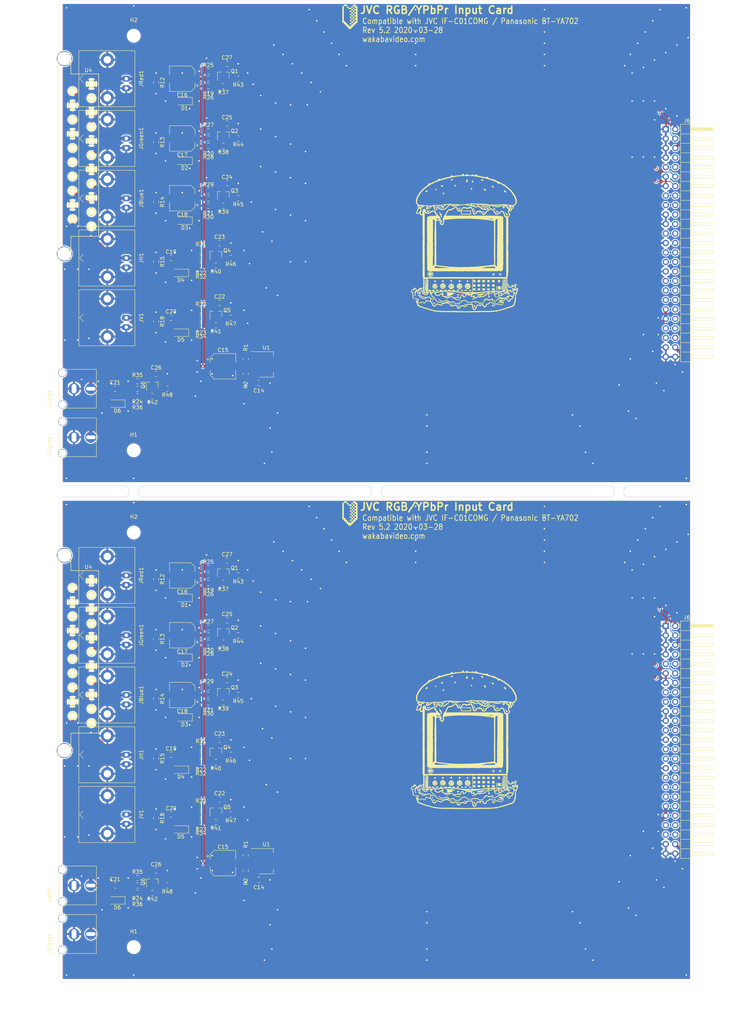
<source format=kicad_pcb>
(kicad_pcb (version 20171130) (host pcbnew "(5.1.8)-1")
  (layers (0 F.Cu signal) (31 B.Cu signal) (34 B.Paste user) (35 F.Paste user) (36 B.SilkS user) (37 F.SilkS user) (38 B.Mask user) (39 F.Mask user) (44 Edge.Cuts user))
  (net 0 "")
  (net 1 GNDA)
  (net 2 +15V)
  (net 3 "Net-(U4-Pad1)")
  (net 4 "Net-(U4-Pad19)")
  (net 5 "Net-(U4-Pad16)")
  (net 6 "Net-(U4-Pad12)")
  (net 7 "Net-(U4-Pad10)")
  (net 8 "Net-(U4-Pad8)")
  (net 9 "Net-(U4-Pad3)")
  (net 10 +12V)
  (net 11 "Net-(C16-Pad1)")
  (net 12 "Net-(C17-Pad1)")
  (net 13 "Net-(C18-Pad1)")
  (net 14 "Net-(C19-Pad2)")
  (net 15 "Net-(C20-Pad2)")
  (net 16 "Net-(C21-Pad2)")
  (net 17 "Net-(J6-Pad46)")
  (net 18 "Net-(J6-Pad45)")
  (net 19 "Net-(J6-Pad44)")
  (net 20 "Net-(J6-Pad43)")
  (net 21 "Net-(J6-Pad42)")
  (net 22 "Net-(J6-Pad40)")
  (net 23 "Net-(J6-Pad38)")
  (net 24 "Net-(J6-Pad37)")
  (net 25 "Net-(J6-Pad36)")
  (net 26 "Net-(J6-Pad35)")
  (net 27 "Net-(J6-Pad34)")
  (net 28 "Net-(J6-Pad33)")
  (net 29 "Net-(J6-Pad32)")
  (net 30 "Net-(J6-Pad30)")
  (net 31 "Net-(J6-Pad29)")
  (net 32 "Net-(J6-Pad28)")
  (net 33 "Net-(J6-Pad27)")
  (net 34 "Net-(J6-Pad26)")
  (net 35 "Net-(J6-Pad24)")
  (net 36 "Net-(J6-Pad23)")
  (net 37 "Net-(J6-Pad22)")
  (net 38 "Net-(J6-Pad20)")
  (net 39 "Net-(J6-Pad18)")
  (net 40 "Net-(J6-Pad17)")
  (net 41 "Net-(J6-Pad16)")
  (net 42 "Net-(J6-Pad15)")
  (net 43 "Net-(J6-Pad10)")
  (net 44 "Net-(J6-Pad9)")
  (net 45 "Net-(J6-Pad8)")
  (net 46 "Net-(JRight1-Pad1)")
  (net 47 "Net-(Q1-Pad2)")
  (net 48 "Net-(Q1-Pad1)")
  (net 49 "Net-(Q2-Pad2)")
  (net 50 "Net-(Q2-Pad1)")
  (net 51 "Net-(Q3-Pad2)")
  (net 52 "Net-(Q3-Pad1)")
  (net 53 "Net-(Q4-Pad2)")
  (net 54 "Net-(Q4-Pad1)")
  (net 55 "Net-(Q5-Pad2)")
  (net 56 "Net-(Q5-Pad1)")
  (net 57 "Net-(Q6-Pad2)")
  (net 58 "Net-(Q6-Pad1)")
  (net 59 /Ri)
  (net 60 /Gi)
  (net 61 /Bi)
  (net 62 /Hi)
  (net 63 /Vi)
  (net 64 /Ai)
  (net 65 /Audio)
  (net 66 /Vs)
  (net 67 /Cs)
  (net 68 /Ro)
  (net 69 /Bo)
  (net 70 /Go)
  (net 71 "Net-(R1-Pad2)")
  (module Capacitor_SMD:C_0805_2012Metric_Pad1.15x1.40mm_HandSolder (layer F.Cu) (at 58 195)
    (fp_text reference C24 (at 0 -1.65) (layer F.SilkS))
    (fp_text value 1u)
    (pad 1 smd roundrect (at -1.025 0) (size 1.15 1.4) (layers F.Cu F.Paste F.Mask) (roundrect_rratio 0.2173904347826087))
    (pad 2 smd roundrect (at 1.025 0) (size 1.15 1.4) (layers F.Cu F.Paste F.Mask) (roundrect_rratio 0.2173904347826087))
  )
  (module Capacitor_SMD:CP_Elec_6.3x7.7 (layer F.Cu) (at 56.9 244)
    (fp_text reference C15 (at 0 -4.35) (layer F.SilkS))
    (fp_text value 47u)
    (pad 1 smd roundrect (at -2.7 0) (size 3.5 1.6) (layers F.Cu F.Paste F.Mask) (roundrect_rratio 0.15625))
    (pad 2 smd roundrect (at 2.7 0) (size 3.5 1.6) (layers F.Cu F.Paste F.Mask) (roundrect_rratio 0.15625))
  )
  (module Capacitor_SMD:CP_Elec_6.3x7.7 (layer F.Cu) (at 46 167 180)
    (fp_text reference C16 (at 0 -4.35) (layer F.SilkS))
    (fp_text value 47u)
    (pad 1 smd roundrect (at -2.7 0 180) (size 3.5 1.6) (layers F.Cu F.Paste F.Mask) (roundrect_rratio 0.15625))
    (pad 2 smd roundrect (at 2.7 0 180) (size 3.5 1.6) (layers F.Cu F.Paste F.Mask) (roundrect_rratio 0.15625))
  )
  (module Capacitor_SMD:CP_Elec_6.3x7.7 (layer F.Cu) (at 46 183 180)
    (fp_text reference C17 (at 0 -4.35) (layer F.SilkS))
    (fp_text value 47u)
    (pad 1 smd roundrect (at -2.7 0 180) (size 3.5 1.6) (layers F.Cu F.Paste F.Mask) (roundrect_rratio 0.15625))
    (pad 2 smd roundrect (at 2.7 0 180) (size 3.5 1.6) (layers F.Cu F.Paste F.Mask) (roundrect_rratio 0.15625))
  )
  (module videobits:Cheapo_RCA_single_edge (layer F.Cu) (at 13 250 90)
    (fp_text reference JLeft1 (at -2.54 -2.54 90) (layer F.SilkS))
    (fp_text value Conn_Coaxial)
    (pad 1 thru_hole oval (at 0 8.5 90) (size 3 3) (drill oval 1 2.5) (layers *.Cu *.Mask))
    (pad 2 thru_hole oval (at 0 4 90) (size 3 3) (drill oval 2.5 1.3) (layers *.Cu *.Mask))
    (pad 0 thru_hole circle (at 4.25 0.85 90) (size 2.2 2.2) (drill 2) (layers *.Cu *.Mask))
    (pad 0 thru_hole circle (at -4.25 0.85 90) (size 2.2 2.2) (drill 2) (layers *.Cu *.Mask))
  )
  (module Capacitor_SMD:CP_Elec_6.3x7.7 (layer F.Cu) (at 46 199 180)
    (fp_text reference C18 (at 0 -4.35) (layer F.SilkS))
    (fp_text value 47u)
    (pad 1 smd roundrect (at -2.7 0 180) (size 3.5 1.6) (layers F.Cu F.Paste F.Mask) (roundrect_rratio 0.15625))
    (pad 2 smd roundrect (at 2.7 0 180) (size 3.5 1.6) (layers F.Cu F.Paste F.Mask) (roundrect_rratio 0.15625))
  )
  (module MountingHole:MountingHole_3.2mm_M3 (layer F.Cu) (at 33 155.5)
    (fp_text reference H2 (at 0 -4.2) (layer F.SilkS))
    (fp_text value MountingHole)
    (pad 1 np_thru_hole circle (at 0 0) (size 3.2 3.2) (drill 3.2) (layers *.Cu *.Mask))
  )
  (module Capacitor_SMD:C_0805_2012Metric_Pad1.15x1.40mm_HandSolder (layer F.Cu) (at 58 163)
    (fp_text reference C27 (at 0 -1.65) (layer F.SilkS))
    (fp_text value 1u)
    (pad 1 smd roundrect (at -1.025 0) (size 1.15 1.4) (layers F.Cu F.Paste F.Mask) (roundrect_rratio 0.2173904347826087))
    (pad 2 smd roundrect (at 1.025 0) (size 1.15 1.4) (layers F.Cu F.Paste F.Mask) (roundrect_rratio 0.2173904347826087))
  )
  (module Capacitor_SMD:C_0805_2012Metric_Pad1.15x1.40mm_HandSolder (layer F.Cu) (at 55.975 211)
    (fp_text reference C23 (at 0 -1.65) (layer F.SilkS))
    (fp_text value 1u)
    (pad 1 smd roundrect (at -1.025 0) (size 1.15 1.4) (layers F.Cu F.Paste F.Mask) (roundrect_rratio 0.2173904347826087))
    (pad 2 smd roundrect (at 1.025 0) (size 1.15 1.4) (layers F.Cu F.Paste F.Mask) (roundrect_rratio 0.2173904347826087))
  )
  (module Capacitor_SMD:C_0805_2012Metric_Pad1.15x1.40mm_HandSolder (layer F.Cu) (at 43 215)
    (fp_text reference C19 (at 0 -1.65) (layer F.SilkS))
    (fp_text value 10u)
    (pad 1 smd roundrect (at -1.025 0) (size 1.15 1.4) (layers F.Cu F.Paste F.Mask) (roundrect_rratio 0.2173904347826087))
    (pad 2 smd roundrect (at 1.025 0) (size 1.15 1.4) (layers F.Cu F.Paste F.Mask) (roundrect_rratio 0.2173904347826087))
  )
  (module Capacitor_SMD:C_0805_2012Metric_Pad1.15x1.40mm_HandSolder (layer F.Cu) (at 43 231)
    (fp_text reference C20 (at 0 -1.65) (layer F.SilkS))
    (fp_text value 10u)
    (pad 1 smd roundrect (at -1.025 0) (size 1.15 1.4) (layers F.Cu F.Paste F.Mask) (roundrect_rratio 0.2173904347826087))
    (pad 2 smd roundrect (at 1.025 0) (size 1.15 1.4) (layers F.Cu F.Paste F.Mask) (roundrect_rratio 0.2173904347826087))
  )
  (module Connector_PinHeader_2.54mm:PinHeader_2x25_P2.54mm_Horizontal (layer F.Cu) (at 175.5 180.5)
    (fp_text reference J6 (at 5.655 -2.27) (layer F.SilkS))
    (fp_text value Conn_02x25_Odd_Even)
    (pad 1 thru_hole rect (at 0 0) (size 1.7 1.7) (drill 1) (layers *.Cu *.Mask))
    (pad 2 thru_hole oval (at 2.54 0) (size 1.7 1.7) (drill 1) (layers *.Cu *.Mask))
    (pad 3 thru_hole oval (at 0 2.54) (size 1.7 1.7) (drill 1) (layers *.Cu *.Mask))
    (pad 4 thru_hole oval (at 2.54 2.54) (size 1.7 1.7) (drill 1) (layers *.Cu *.Mask))
    (pad 5 thru_hole oval (at 0 5.08) (size 1.7 1.7) (drill 1) (layers *.Cu *.Mask))
    (pad 6 thru_hole oval (at 2.54 5.08) (size 1.7 1.7) (drill 1) (layers *.Cu *.Mask))
    (pad 7 thru_hole oval (at 0 7.62) (size 1.7 1.7) (drill 1) (layers *.Cu *.Mask))
    (pad 8 thru_hole oval (at 2.54 7.62) (size 1.7 1.7) (drill 1) (layers *.Cu *.Mask))
    (pad 9 thru_hole oval (at 0 10.16) (size 1.7 1.7) (drill 1) (layers *.Cu *.Mask))
    (pad 10 thru_hole oval (at 2.54 10.16) (size 1.7 1.7) (drill 1) (layers *.Cu *.Mask))
    (pad 11 thru_hole oval (at 0 12.7) (size 1.7 1.7) (drill 1) (layers *.Cu *.Mask))
    (pad 12 thru_hole oval (at 2.54 12.7) (size 1.7 1.7) (drill 1) (layers *.Cu *.Mask))
    (pad 13 thru_hole oval (at 0 15.24) (size 1.7 1.7) (drill 1) (layers *.Cu *.Mask))
    (pad 14 thru_hole oval (at 2.54 15.24) (size 1.7 1.7) (drill 1) (layers *.Cu *.Mask))
    (pad 15 thru_hole oval (at 0 17.78) (size 1.7 1.7) (drill 1) (layers *.Cu *.Mask))
    (pad 16 thru_hole oval (at 2.54 17.78) (size 1.7 1.7) (drill 1) (layers *.Cu *.Mask))
    (pad 17 thru_hole oval (at 0 20.32) (size 1.7 1.7) (drill 1) (layers *.Cu *.Mask))
    (pad 18 thru_hole oval (at 2.54 20.32) (size 1.7 1.7) (drill 1) (layers *.Cu *.Mask))
    (pad 19 thru_hole oval (at 0 22.86) (size 1.7 1.7) (drill 1) (layers *.Cu *.Mask))
    (pad 20 thru_hole oval (at 2.54 22.86) (size 1.7 1.7) (drill 1) (layers *.Cu *.Mask))
    (pad 21 thru_hole oval (at 0 25.4) (size 1.7 1.7) (drill 1) (layers *.Cu *.Mask))
    (pad 22 thru_hole oval (at 2.54 25.4) (size 1.7 1.7) (drill 1) (layers *.Cu *.Mask))
    (pad 23 thru_hole oval (at 0 27.94) (size 1.7 1.7) (drill 1) (layers *.Cu *.Mask))
    (pad 24 thru_hole oval (at 2.54 27.94) (size 1.7 1.7) (drill 1) (layers *.Cu *.Mask))
    (pad 25 thru_hole oval (at 0 30.48) (size 1.7 1.7) (drill 1) (layers *.Cu *.Mask))
    (pad 26 thru_hole oval (at 2.54 30.48) (size 1.7 1.7) (drill 1) (layers *.Cu *.Mask))
    (pad 27 thru_hole oval (at 0 33.02) (size 1.7 1.7) (drill 1) (layers *.Cu *.Mask))
    (pad 28 thru_hole oval (at 2.54 33.02) (size 1.7 1.7) (drill 1) (layers *.Cu *.Mask))
    (pad 29 thru_hole oval (at 0 35.56) (size 1.7 1.7) (drill 1) (layers *.Cu *.Mask))
    (pad 30 thru_hole oval (at 2.54 35.56) (size 1.7 1.7) (drill 1) (layers *.Cu *.Mask))
    (pad 31 thru_hole oval (at 0 38.1) (size 1.7 1.7) (drill 1) (layers *.Cu *.Mask))
    (pad 32 thru_hole oval (at 2.54 38.1) (size 1.7 1.7) (drill 1) (layers *.Cu *.Mask))
    (pad 33 thru_hole oval (at 0 40.64) (size 1.7 1.7) (drill 1) (layers *.Cu *.Mask))
    (pad 34 thru_hole oval (at 2.54 40.64) (size 1.7 1.7) (drill 1) (layers *.Cu *.Mask))
    (pad 35 thru_hole oval (at 0 43.18) (size 1.7 1.7) (drill 1) (layers *.Cu *.Mask))
    (pad 36 thru_hole oval (at 2.54 43.18) (size 1.7 1.7) (drill 1) (layers *.Cu *.Mask))
    (pad 37 thru_hole oval (at 0 45.72) (size 1.7 1.7) (drill 1) (layers *.Cu *.Mask))
    (pad 38 thru_hole oval (at 2.54 45.72) (size 1.7 1.7) (drill 1) (layers *.Cu *.Mask))
    (pad 39 thru_hole oval (at 0 48.26) (size 1.7 1.7) (drill 1) (layers *.Cu *.Mask))
    (pad 40 thru_hole oval (at 2.54 48.26) (size 1.7 1.7) (drill 1) (layers *.Cu *.Mask))
    (pad 41 thru_hole oval (at 0 50.8) (size 1.7 1.7) (drill 1) (layers *.Cu *.Mask))
    (pad 42 thru_hole oval (at 2.54 50.8) (size 1.7 1.7) (drill 1) (layers *.Cu *.Mask))
    (pad 43 thru_hole oval (at 0 53.34) (size 1.7 1.7) (drill 1) (layers *.Cu *.Mask))
    (pad 44 thru_hole oval (at 2.54 53.34) (size 1.7 1.7) (drill 1) (layers *.Cu *.Mask))
    (pad 45 thru_hole oval (at 0 55.88) (size 1.7 1.7) (drill 1) (layers *.Cu *.Mask))
    (pad 46 thru_hole oval (at 2.54 55.88) (size 1.7 1.7) (drill 1) (layers *.Cu *.Mask))
    (pad 47 thru_hole oval (at 0 58.42) (size 1.7 1.7) (drill 1) (layers *.Cu *.Mask))
    (pad 48 thru_hole oval (at 2.54 58.42) (size 1.7 1.7) (drill 1) (layers *.Cu *.Mask))
    (pad 49 thru_hole oval (at 0 60.96) (size 1.7 1.7) (drill 1) (layers *.Cu *.Mask))
    (pad 50 thru_hole oval (at 2.54 60.96) (size 1.7 1.7) (drill 1) (layers *.Cu *.Mask))
  )
  (module Capacitor_SMD:C_0805_2012Metric_Pad1.15x1.40mm_HandSolder (layer F.Cu) (at 28 250)
    (fp_text reference C21 (at 0 -1.65) (layer F.SilkS))
    (fp_text value 10u)
    (pad 1 smd roundrect (at -1.025 0) (size 1.15 1.4) (layers F.Cu F.Paste F.Mask) (roundrect_rratio 0.2173904347826087))
    (pad 2 smd roundrect (at 1.025 0) (size 1.15 1.4) (layers F.Cu F.Paste F.Mask) (roundrect_rratio 0.2173904347826087))
  )
  (module MountingHole:MountingHole_3.2mm_M3 (layer F.Cu) (at 33 266.5)
    (fp_text reference H1 (at 0 -4.2) (layer F.SilkS))
    (fp_text value MountingHole)
    (pad 1 np_thru_hole circle (at 0 0) (size 3.2 3.2) (drill 3.2) (layers *.Cu *.Mask))
  )
  (module Capacitor_SMD:C_0805_2012Metric_Pad1.15x1.40mm_HandSolder (layer F.Cu) (at 58 179)
    (fp_text reference C25 (at 0 -1.65) (layer F.SilkS))
    (fp_text value 1u)
    (pad 1 smd roundrect (at -1.025 0) (size 1.15 1.4) (layers F.Cu F.Paste F.Mask) (roundrect_rratio 0.2173904347826087))
    (pad 2 smd roundrect (at 1.025 0) (size 1.15 1.4) (layers F.Cu F.Paste F.Mask) (roundrect_rratio 0.2173904347826087))
  )
  (module videobits:Cheapo_RCA_single_edge (layer F.Cu) (at 13 263 90)
    (fp_text reference JRight1 (at -2.54 -2.54 90) (layer F.SilkS))
    (fp_text value Conn_Coaxial)
    (pad 1 thru_hole oval (at 0 8.5 90) (size 3 3) (drill oval 1 2.5) (layers *.Cu *.Mask))
    (pad 2 thru_hole oval (at 0 4 90) (size 3 3) (drill oval 2.5 1.3) (layers *.Cu *.Mask))
    (pad 0 thru_hole circle (at 4.25 0.85 90) (size 2.2 2.2) (drill 2) (layers *.Cu *.Mask))
    (pad 0 thru_hole circle (at -4.25 0.85 90) (size 2.2 2.2) (drill 2) (layers *.Cu *.Mask))
  )
  (module Capacitor_SMD:C_0805_2012Metric_Pad1.15x1.40mm_HandSolder (layer F.Cu) (at 56 227)
    (fp_text reference C22 (at 0 -1.65) (layer F.SilkS))
    (fp_text value 1u)
    (pad 1 smd roundrect (at -1.025 0) (size 1.15 1.4) (layers F.Cu F.Paste F.Mask) (roundrect_rratio 0.2173904347826087))
    (pad 2 smd roundrect (at 1.025 0) (size 1.15 1.4) (layers F.Cu F.Paste F.Mask) (roundrect_rratio 0.2173904347826087))
  )
  (module Capacitor_SMD:C_0805_2012Metric_Pad1.15x1.40mm_HandSolder (layer F.Cu) (at 39 246)
    (fp_text reference C26 (at 0 -1.65) (layer F.SilkS))
    (fp_text value 1u)
    (pad 1 smd roundrect (at -1.025 0) (size 1.15 1.4) (layers F.Cu F.Paste F.Mask) (roundrect_rratio 0.2173904347826087))
    (pad 2 smd roundrect (at 1.025 0) (size 1.15 1.4) (layers F.Cu F.Paste F.Mask) (roundrect_rratio 0.2173904347826087))
  )
  (module Diode_SMD:D_SOD-123F (layer F.Cu) (at 45.5 235 180)
    (fp_text reference D5 (at -0.127 -1.905) (layer F.SilkS))
    (fp_text value 7v5)
    (pad 1 smd rect (at -1.4 0 180) (size 1.1 1.1) (layers F.Cu F.Paste F.Mask))
    (pad 2 smd rect (at 1.4 0 180) (size 1.1 1.1) (layers F.Cu F.Paste F.Mask))
  )
  (module Diode_SMD:D_SOD-123F (layer F.Cu) (at 45.5 219 180)
    (fp_text reference D4 (at -0.127 -1.905) (layer F.SilkS))
    (fp_text value 7v5)
    (pad 1 smd rect (at -1.4 0 180) (size 1.1 1.1) (layers F.Cu F.Paste F.Mask))
    (pad 2 smd rect (at 1.4 0 180) (size 1.1 1.1) (layers F.Cu F.Paste F.Mask))
  )
  (module videobits:BNC_Amphenol_B6252HB-NPP3G-50_Horizontal_smallerpads (layer F.Cu) (at 31 215 90)
    (fp_text reference JH1 (at 0 4 90) (layer F.SilkS))
    (fp_text value Conn_Coaxial)
    (pad 2 thru_hole oval (at -2.54 0 90) (size 1.6 2.5) (drill 0.89) (layers *.Cu *.Mask))
    (pad 1 thru_hole oval (at 0 0 90) (size 1.6 2.5) (drill 0.89) (layers *.Cu *.Mask))
    (pad 2 thru_hole oval (at 5.08 -5.08 90) (size 3.5 3.5) (drill 2.01) (layers *.Cu *.Mask))
    (pad 2 thru_hole oval (at -5.08 -5.08 90) (size 3.5 3.5) (drill 2.01) (layers *.Cu *.Mask))
  )
  (module Resistor_SMD:R_0805_2012Metric_Pad1.15x1.40mm_HandSolder (layer F.Cu) (at 55 233 180)
    (fp_text reference R41 (at 0 -1.65) (layer F.SilkS))
    (fp_text value 2k7)
    (pad 1 smd roundrect (at -1.025 0 180) (size 1.15 1.4) (layers F.Cu F.Paste F.Mask) (roundrect_rratio 0.2173904347826087))
    (pad 2 smd roundrect (at 1.025 0 180) (size 1.15 1.4) (layers F.Cu F.Paste F.Mask) (roundrect_rratio 0.2173904347826087))
  )
  (module Resistor_SMD:R_0805_2012Metric_Pad1.15x1.40mm_HandSolder (layer F.Cu) (at 38 252 180)
    (fp_text reference R42 (at 0 -1.65) (layer F.SilkS))
    (fp_text value 2k7)
    (pad 1 smd roundrect (at -1.025 0 180) (size 1.15 1.4) (layers F.Cu F.Paste F.Mask) (roundrect_rratio 0.2173904347826087))
    (pad 2 smd roundrect (at 1.025 0 180) (size 1.15 1.4) (layers F.Cu F.Paste F.Mask) (roundrect_rratio 0.2173904347826087))
  )
  (module Resistor_SMD:R_0805_2012Metric_Pad1.15x1.40mm_HandSolder (layer F.Cu) (at 59 215 180)
    (fp_text reference R46 (at 0 -1.65) (layer F.SilkS))
    (fp_text value 100)
    (pad 1 smd roundrect (at -1.025 0 180) (size 1.15 1.4) (layers F.Cu F.Paste F.Mask) (roundrect_rratio 0.2173904347826087))
    (pad 2 smd roundrect (at 1.025 0 180) (size 1.15 1.4) (layers F.Cu F.Paste F.Mask) (roundrect_rratio 0.2173904347826087))
  )
  (module Resistor_SMD:R_0805_2012Metric_Pad1.15x1.40mm_HandSolder (layer F.Cu) (at 53 185 180)
    (fp_text reference R28 (at 0 -3) (layer F.SilkS))
    (fp_text value 33k)
    (pad 1 smd roundrect (at -1.025 0 180) (size 1.15 1.4) (layers F.Cu F.Paste F.Mask) (roundrect_rratio 0.2173904347826087))
    (pad 2 smd roundrect (at 1.025 0 180) (size 1.15 1.4) (layers F.Cu F.Paste F.Mask) (roundrect_rratio 0.2173904347826087))
  )
  (module Resistor_SMD:R_0805_2012Metric_Pad1.15x1.40mm_HandSolder (layer F.Cu) (at 53 197)
    (fp_text reference R29 (at 0 -1.65) (layer F.SilkS))
    (fp_text value 56k)
    (pad 1 smd roundrect (at -1.025 0) (size 1.15 1.4) (layers F.Cu F.Paste F.Mask) (roundrect_rratio 0.2173904347826087))
    (pad 2 smd roundrect (at 1.025 0) (size 1.15 1.4) (layers F.Cu F.Paste F.Mask) (roundrect_rratio 0.2173904347826087))
  )
  (module videobits:BNC_Amphenol_B6252HB-NPP3G-50_Horizontal_smallerpads (layer F.Cu) (at 31 199 90)
    (fp_text reference JBlue1 (at 0 4 90) (layer F.SilkS))
    (fp_text value Conn_Coaxial)
    (pad 2 thru_hole oval (at -2.54 0 90) (size 1.6 2.5) (drill 0.89) (layers *.Cu *.Mask))
    (pad 1 thru_hole oval (at 0 0 90) (size 1.6 2.5) (drill 0.89) (layers *.Cu *.Mask))
    (pad 2 thru_hole oval (at 5.08 -5.08 90) (size 3.5 3.5) (drill 2.01) (layers *.Cu *.Mask))
    (pad 2 thru_hole oval (at -5.08 -5.08 90) (size 3.5 3.5) (drill 2.01) (layers *.Cu *.Mask))
  )
  (module Resistor_SMD:R_0805_2012Metric_Pad1.15x1.40mm_HandSolder (layer F.Cu) (at 53 169 180)
    (fp_text reference R26 (at 0 -3) (layer F.SilkS))
    (fp_text value 33k)
    (pad 1 smd roundrect (at -1.025 0 180) (size 1.15 1.4) (layers F.Cu F.Paste F.Mask) (roundrect_rratio 0.2173904347826087))
    (pad 2 smd roundrect (at 1.025 0 180) (size 1.15 1.4) (layers F.Cu F.Paste F.Mask) (roundrect_rratio 0.2173904347826087))
  )
  (module Resistor_SMD:R_0805_2012Metric_Pad1.15x1.40mm_HandSolder (layer F.Cu) (at 61 167 180)
    (fp_text reference R43 (at 0 -1.65) (layer F.SilkS))
    (fp_text value 100)
    (pad 1 smd roundrect (at -1.025 0 180) (size 1.15 1.4) (layers F.Cu F.Paste F.Mask) (roundrect_rratio 0.2173904347826087))
    (pad 2 smd roundrect (at 1.025 0 180) (size 1.15 1.4) (layers F.Cu F.Paste F.Mask) (roundrect_rratio 0.2173904347826087))
  )
  (module Resistor_SMD:R_0805_2012Metric_Pad1.15x1.40mm_HandSolder (layer F.Cu) (at 63 242 270)
    (fp_text reference R1 (at -3 0 90) (layer F.SilkS))
    (fp_text value 1k)
    (pad 1 smd roundrect (at -1.025 0 270) (size 1.15 1.4) (layers F.Cu F.Paste F.Mask) (roundrect_rratio 0.2173904347826087))
    (pad 2 smd roundrect (at 1.025 0 270) (size 1.15 1.4) (layers F.Cu F.Paste F.Mask) (roundrect_rratio 0.2173904347826087))
  )
  (module Resistor_SMD:R_0805_2012Metric_Pad1.15x1.40mm_HandSolder (layer F.Cu) (at 53 181)
    (fp_text reference R27 (at 0 -1.65) (layer F.SilkS))
    (fp_text value 56k)
    (pad 1 smd roundrect (at -1.025 0) (size 1.15 1.4) (layers F.Cu F.Paste F.Mask) (roundrect_rratio 0.2173904347826087))
    (pad 2 smd roundrect (at 1.025 0) (size 1.15 1.4) (layers F.Cu F.Paste F.Mask) (roundrect_rratio 0.2173904347826087))
  )
  (module Resistor_SMD:R_0805_2012Metric_Pad1.15x1.40mm_HandSolder (layer F.Cu) (at 53 201 180)
    (fp_text reference R30 (at 0 -3) (layer F.SilkS))
    (fp_text value 33k)
    (pad 1 smd roundrect (at -1.025 0 180) (size 1.15 1.4) (layers F.Cu F.Paste F.Mask) (roundrect_rratio 0.2173904347826087))
    (pad 2 smd roundrect (at 1.025 0 180) (size 1.15 1.4) (layers F.Cu F.Paste F.Mask) (roundrect_rratio 0.2173904347826087))
  )
  (module Resistor_SMD:R_0805_2012Metric_Pad1.15x1.40mm_HandSolder (layer F.Cu) (at 57 169 180)
    (fp_text reference R37 (at 0 -1.65) (layer F.SilkS))
    (fp_text value 390)
    (pad 1 smd roundrect (at -1.025 0 180) (size 1.15 1.4) (layers F.Cu F.Paste F.Mask) (roundrect_rratio 0.2173904347826087))
    (pad 2 smd roundrect (at 1.025 0 180) (size 1.15 1.4) (layers F.Cu F.Paste F.Mask) (roundrect_rratio 0.2173904347826087))
  )
  (module Resistor_SMD:R_0805_2012Metric_Pad1.15x1.40mm_HandSolder (layer F.Cu) (at 51 213)
    (fp_text reference R31 (at 0 -1.65) (layer F.SilkS))
    (fp_text value 33k)
    (pad 1 smd roundrect (at -1.025 0) (size 1.15 1.4) (layers F.Cu F.Paste F.Mask) (roundrect_rratio 0.2173904347826087))
    (pad 2 smd roundrect (at 1.025 0) (size 1.15 1.4) (layers F.Cu F.Paste F.Mask) (roundrect_rratio 0.2173904347826087))
  )
  (module Package_TO_SOT_SMD:SOT-223-3_TabPin2 (layer F.Cu) (at 68.5 243.5)
    (fp_text reference U1 (at 0 -4.5) (layer F.SilkS))
    (fp_text value AMS1117-5.0)
    (pad 2 smd rect (at 3.15 0) (size 2 3.8) (layers F.Cu F.Paste F.Mask))
    (pad 2 smd rect (at -3.15 0) (size 2 1.5) (layers F.Cu F.Paste F.Mask))
    (pad 3 smd rect (at -3.15 2.3) (size 2 1.5) (layers F.Cu F.Paste F.Mask))
    (pad 1 smd rect (at -3.15 -2.3) (size 2 1.5) (layers F.Cu F.Paste F.Mask))
  )
  (module Resistor_SMD:R_0805_2012Metric_Pad1.15x1.40mm_HandSolder (layer F.Cu) (at 51 217 180)
    (fp_text reference R32 (at 0 -3) (layer F.SilkS))
    (fp_text value 33k)
    (pad 1 smd roundrect (at -1.025 0 180) (size 1.15 1.4) (layers F.Cu F.Paste F.Mask) (roundrect_rratio 0.2173904347826087))
    (pad 2 smd roundrect (at 1.025 0 180) (size 1.15 1.4) (layers F.Cu F.Paste F.Mask) (roundrect_rratio 0.2173904347826087))
  )
  (module Resistor_SMD:R_0805_2012Metric_Pad1.15x1.40mm_HandSolder (layer F.Cu) (at 59 231 180)
    (fp_text reference R47 (at 0 -1.65) (layer F.SilkS))
    (fp_text value 100)
    (pad 1 smd roundrect (at -1.025 0 180) (size 1.15 1.4) (layers F.Cu F.Paste F.Mask) (roundrect_rratio 0.2173904347826087))
    (pad 2 smd roundrect (at 1.025 0 180) (size 1.15 1.4) (layers F.Cu F.Paste F.Mask) (roundrect_rratio 0.2173904347826087))
  )
  (module custom_components:SCART_CONN (layer F.Cu) (at 16.6 204.61 270)
    (fp_text reference U4 (at -39.878 -4.23672) (layer F.SilkS))
    (fp_text value SCART_CONN)
    (pad 1 thru_hole circle (at 1.905 -5.08 270) (size 2.2 2.2) (drill 1.3) (layers *.Cu *.Mask F.SilkS))
    (pad 21 thru_hole circle (at -36.195 -5.08 270) (size 2.2 2.2) (drill 1.3) (layers *.Cu *.Mask F.SilkS))
    (pad 18 thru_hole circle (at -30.48 0 270) (size 2.2 2.2) (drill 1.3) (layers *.Cu *.Mask F.SilkS))
    (pad 19 thru_hole circle (at -32.385 -5.08 270) (size 2.2 2.2) (drill 1.3) (layers *.Cu *.Mask F.SilkS))
    (pad 16 thru_hole circle (at -26.67 0 270) (size 2.2 2.2) (drill 1.3) (layers *.Cu *.Mask F.SilkS))
    (pad 17 thru_hole circle (at -28.575 -5.08 270) (size 2.2 2.2) (drill 1.3) (layers *.Cu *.Mask F.SilkS))
    (pad 14 thru_hole circle (at -22.86 0 270) (size 2.2 2.2) (drill 1.3) (layers *.Cu *.Mask F.SilkS))
    (pad 15 thru_hole circle (at -24.765 -5.08 270) (size 2.2 2.2) (drill 1.3) (layers *.Cu *.Mask F.SilkS))
    (pad 20 thru_hole circle (at -34.29 0 270) (size 2.2 2.2) (drill 1.3) (layers *.Cu *.Mask F.SilkS))
    (pad 13 thru_hole circle (at -20.955 -5.08 270) (size 2.2 2.2) (drill 1.3) (layers *.Cu *.Mask F.SilkS))
    (pad 12 thru_hole circle (at -19.05 0 270) (size 2.2 2.2) (drill 1.3) (layers *.Cu *.Mask F.SilkS))
    (pad 11 thru_hole circle (at -17.145 -5.08 270) (size 2.2 2.2) (drill 1.3) (layers *.Cu *.Mask F.SilkS))
    (pad 10 thru_hole circle (at -15.24 0 270) (size 2.2 2.2) (drill 1.3) (layers *.Cu *.Mask F.SilkS))
    (pad 9 thru_hole circle (at -13.335 -5.08 270) (size 2.2 2.2) (drill 1.3) (layers *.Cu *.Mask F.SilkS))
    (pad 8 thru_hole circle (at -11.43 0 270) (size 2.2 2.2) (drill 1.3) (layers *.Cu *.Mask F.SilkS))
    (pad 7 thru_hole circle (at -9.525 -5.08 270) (size 2.2 2.2) (drill 1.3) (layers *.Cu *.Mask F.SilkS))
    (pad 6 thru_hole circle (at -7.62 0 270) (size 2.2 2.2) (drill 1.3) (layers *.Cu *.Mask F.SilkS))
    (pad 5 thru_hole circle (at -5.715 -5.08 270) (size 2.2 2.2) (drill 1.3) (layers *.Cu *.Mask F.SilkS))
    (pad 4 thru_hole circle (at -3.81 0 270) (size 2.2 2.2) (drill 1.3) (layers *.Cu *.Mask F.SilkS))
    (pad 3 thru_hole circle (at -1.905 -5.08 270) (size 2.2 2.2) (drill 1.3) (layers *.Cu *.Mask F.SilkS))
    (pad 2 thru_hole circle (at 0 0 270) (size 2.2 2.2) (drill 1.3) (layers *.Cu *.Mask F.SilkS))
    (pad 0 thru_hole circle (at -43 2.2 270) (size 4 4) (drill 3.6) (layers *.Cu *.Mask))
    (pad 0 thru_hole circle (at 9.27 2.2 270) (size 4 4) (drill 3.6) (layers *.Cu *.Mask))
  )
  (module Resistor_SMD:R_0805_2012Metric_Pad1.15x1.40mm_HandSolder (layer F.Cu) (at 61 183 180)
    (fp_text reference R44 (at 0 -1.65) (layer F.SilkS))
    (fp_text value 100)
    (pad 1 smd roundrect (at -1.025 0 180) (size 1.15 1.4) (layers F.Cu F.Paste F.Mask) (roundrect_rratio 0.2173904347826087))
    (pad 2 smd roundrect (at 1.025 0 180) (size 1.15 1.4) (layers F.Cu F.Paste F.Mask) (roundrect_rratio 0.2173904347826087))
  )
  (module Resistor_SMD:R_0805_2012Metric_Pad1.15x1.40mm_HandSolder (layer F.Cu) (at 61 199 180)
    (fp_text reference R45 (at 0 -1.65) (layer F.SilkS))
    (fp_text value 100)
    (pad 1 smd roundrect (at -1.025 0 180) (size 1.15 1.4) (layers F.Cu F.Paste F.Mask) (roundrect_rratio 0.2173904347826087))
    (pad 2 smd roundrect (at 1.025 0 180) (size 1.15 1.4) (layers F.Cu F.Paste F.Mask) (roundrect_rratio 0.2173904347826087))
  )
  (module Diode_SMD:D_SOD-123F (layer F.Cu) (at 46.5 189 180)
    (fp_text reference D2 (at -0.127 -1.905) (layer F.SilkS))
    (fp_text value 7v5)
    (pad 1 smd rect (at -1.4 0 180) (size 1.1 1.1) (layers F.Cu F.Paste F.Mask))
    (pad 2 smd rect (at 1.4 0 180) (size 1.1 1.1) (layers F.Cu F.Paste F.Mask))
  )
  (module Resistor_SMD:R_0805_2012Metric_Pad1.15x1.40mm_HandSolder (layer F.Cu) (at 63 246 270)
    (fp_text reference R2 (at 3 0 90) (layer F.SilkS))
    (fp_text value 1k)
    (pad 1 smd roundrect (at -1.025 0 270) (size 1.15 1.4) (layers F.Cu F.Paste F.Mask) (roundrect_rratio 0.2173904347826087))
    (pad 2 smd roundrect (at 1.025 0 270) (size 1.15 1.4) (layers F.Cu F.Paste F.Mask) (roundrect_rratio 0.2173904347826087))
  )
  (module Diode_SMD:D_SOD-123F (layer F.Cu) (at 46.5 205 180)
    (fp_text reference D3 (at -0.127 -1.905) (layer F.SilkS))
    (fp_text value 7v5)
    (pad 1 smd rect (at -1.4 0 180) (size 1.1 1.1) (layers F.Cu F.Paste F.Mask))
    (pad 2 smd rect (at 1.4 0 180) (size 1.1 1.1) (layers F.Cu F.Paste F.Mask))
  )
  (module Diode_SMD:D_SOD-123F (layer F.Cu) (at 28.5 254 180)
    (fp_text reference D6 (at -0.127 -1.905) (layer F.SilkS))
    (fp_text value 7v5)
    (pad 1 smd rect (at -1.4 0 180) (size 1.1 1.1) (layers F.Cu F.Paste F.Mask))
    (pad 2 smd rect (at 1.4 0 180) (size 1.1 1.1) (layers F.Cu F.Paste F.Mask))
  )
  (module videobits:BNC_Amphenol_B6252HB-NPP3G-50_Horizontal_smallerpads (layer F.Cu) (at 31 183 90)
    (fp_text reference JGreen1 (at 0 4 90) (layer F.SilkS))
    (fp_text value Conn_Coaxial)
    (pad 2 thru_hole oval (at -2.54 0 90) (size 1.6 2.5) (drill 0.89) (layers *.Cu *.Mask))
    (pad 1 thru_hole oval (at 0 0 90) (size 1.6 2.5) (drill 0.89) (layers *.Cu *.Mask))
    (pad 2 thru_hole oval (at 5.08 -5.08 90) (size 3.5 3.5) (drill 2.01) (layers *.Cu *.Mask))
    (pad 2 thru_hole oval (at -5.08 -5.08 90) (size 3.5 3.5) (drill 2.01) (layers *.Cu *.Mask))
  )
  (module Resistor_SMD:R_0805_2012Metric_Pad1.15x1.40mm_HandSolder (layer F.Cu) (at 34 248)
    (fp_text reference R35 (at 0 -1.65) (layer F.SilkS))
    (fp_text value 33k)
    (pad 1 smd roundrect (at -1.025 0) (size 1.15 1.4) (layers F.Cu F.Paste F.Mask) (roundrect_rratio 0.2173904347826087))
    (pad 2 smd roundrect (at 1.025 0) (size 1.15 1.4) (layers F.Cu F.Paste F.Mask) (roundrect_rratio 0.2173904347826087))
  )
  (module Diode_SMD:D_SOD-123F (layer F.Cu) (at 46.5 173 180)
    (fp_text reference D1 (at -0.127 -1.905) (layer F.SilkS))
    (fp_text value 7v5)
    (pad 1 smd rect (at -1.4 0 180) (size 1.1 1.1) (layers F.Cu F.Paste F.Mask))
    (pad 2 smd rect (at 1.4 0 180) (size 1.1 1.1) (layers F.Cu F.Paste F.Mask))
  )
  (module Resistor_SMD:R_0805_2012Metric_Pad1.15x1.40mm_HandSolder (layer F.Cu) (at 51 229)
    (fp_text reference R33 (at 0 -1.65) (layer F.SilkS))
    (fp_text value 33k)
    (pad 1 smd roundrect (at -1.025 0) (size 1.15 1.4) (layers F.Cu F.Paste F.Mask) (roundrect_rratio 0.2173904347826087))
    (pad 2 smd roundrect (at 1.025 0) (size 1.15 1.4) (layers F.Cu F.Paste F.Mask) (roundrect_rratio 0.2173904347826087))
  )
  (module Resistor_SMD:R_0805_2012Metric_Pad1.15x1.40mm_HandSolder (layer F.Cu) (at 55 217 180)
    (fp_text reference R40 (at 0 -1.65) (layer F.SilkS))
    (fp_text value 2k7)
    (pad 1 smd roundrect (at -1.025 0 180) (size 1.15 1.4) (layers F.Cu F.Paste F.Mask) (roundrect_rratio 0.2173904347826087))
    (pad 2 smd roundrect (at 1.025 0 180) (size 1.15 1.4) (layers F.Cu F.Paste F.Mask) (roundrect_rratio 0.2173904347826087))
  )
  (module Resistor_SMD:R_0805_2012Metric_Pad1.15x1.40mm_HandSolder (layer F.Cu) (at 42 250 180)
    (fp_text reference R48 (at 0 -1.65) (layer F.SilkS))
    (fp_text value 100)
    (pad 1 smd roundrect (at -1.025 0 180) (size 1.15 1.4) (layers F.Cu F.Paste F.Mask) (roundrect_rratio 0.2173904347826087))
    (pad 2 smd roundrect (at 1.025 0 180) (size 1.15 1.4) (layers F.Cu F.Paste F.Mask) (roundrect_rratio 0.2173904347826087))
  )
  (module Resistor_SMD:R_0805_2012Metric_Pad1.15x1.40mm_HandSolder (layer F.Cu) (at 51 233 180)
    (fp_text reference R34 (at 0 -3) (layer F.SilkS))
    (fp_text value 33k)
    (pad 1 smd roundrect (at -1.025 0 180) (size 1.15 1.4) (layers F.Cu F.Paste F.Mask) (roundrect_rratio 0.2173904347826087))
    (pad 2 smd roundrect (at 1.025 0 180) (size 1.15 1.4) (layers F.Cu F.Paste F.Mask) (roundrect_rratio 0.2173904347826087))
  )
  (module Resistor_SMD:R_0805_2012Metric_Pad1.15x1.40mm_HandSolder (layer F.Cu) (at 34 252 180)
    (fp_text reference R36 (at 0 -3) (layer F.SilkS))
    (fp_text value 33k)
    (pad 1 smd roundrect (at -1.025 0 180) (size 1.15 1.4) (layers F.Cu F.Paste F.Mask) (roundrect_rratio 0.2173904347826087))
    (pad 2 smd roundrect (at 1.025 0 180) (size 1.15 1.4) (layers F.Cu F.Paste F.Mask) (roundrect_rratio 0.2173904347826087))
  )
  (module Resistor_SMD:R_0805_2012Metric_Pad1.15x1.40mm_HandSolder (layer F.Cu) (at 57 185 180)
    (fp_text reference R38 (at 0 -1.65) (layer F.SilkS))
    (fp_text value 390)
    (pad 1 smd roundrect (at -1.025 0 180) (size 1.15 1.4) (layers F.Cu F.Paste F.Mask) (roundrect_rratio 0.2173904347826087))
    (pad 2 smd roundrect (at 1.025 0 180) (size 1.15 1.4) (layers F.Cu F.Paste F.Mask) (roundrect_rratio 0.2173904347826087))
  )
  (module Resistor_SMD:R_0805_2012Metric_Pad1.15x1.40mm_HandSolder (layer F.Cu) (at 57 201 180)
    (fp_text reference R39 (at 0 -1.65) (layer F.SilkS))
    (fp_text value 390)
    (pad 1 smd roundrect (at -1.025 0 180) (size 1.15 1.4) (layers F.Cu F.Paste F.Mask) (roundrect_rratio 0.2173904347826087))
    (pad 2 smd roundrect (at 1.025 0 180) (size 1.15 1.4) (layers F.Cu F.Paste F.Mask) (roundrect_rratio 0.2173904347826087))
  )
  (module Package_TO_SOT_SMD:SOT-23 (layer F.Cu) (at 55 230 90)
    (fp_text reference Q5 (at 1 3 180) (layer F.SilkS))
    (fp_text value mmbt3904)
    (pad 1 smd rect (at -1 -0.95 90) (size 0.9 0.8) (layers F.Cu F.Paste F.Mask))
    (pad 2 smd rect (at -1 0.95 90) (size 0.9 0.8) (layers F.Cu F.Paste F.Mask))
    (pad 3 smd rect (at 1 0 90) (size 0.9 0.8) (layers F.Cu F.Paste F.Mask))
  )
  (module Resistor_SMD:R_0805_2012Metric_Pad1.15x1.40mm_HandSolder (layer F.Cu) (at 51 215 180)
    (fp_text reference R22 (at 0 -4) (layer F.SilkS))
    (fp_text value 100)
    (pad 1 smd roundrect (at -1.025 0 180) (size 1.15 1.4) (layers F.Cu F.Paste F.Mask) (roundrect_rratio 0.2173904347826087))
    (pad 2 smd roundrect (at 1.025 0 180) (size 1.15 1.4) (layers F.Cu F.Paste F.Mask) (roundrect_rratio 0.2173904347826087))
  )
  (module Package_TO_SOT_SMD:SOT-23 (layer F.Cu) (at 57 198 90)
    (fp_text reference Q3 (at 1 3 180) (layer F.SilkS))
    (fp_text value mmbt3904)
    (pad 1 smd rect (at -1 -0.95 90) (size 0.9 0.8) (layers F.Cu F.Paste F.Mask))
    (pad 2 smd rect (at -1 0.95 90) (size 0.9 0.8) (layers F.Cu F.Paste F.Mask))
    (pad 3 smd rect (at 1 0 90) (size 0.9 0.8) (layers F.Cu F.Paste F.Mask))
  )
  (module Package_TO_SOT_SMD:SOT-23 (layer F.Cu) (at 55 214 90)
    (fp_text reference Q4 (at 1 3 180) (layer F.SilkS))
    (fp_text value mmbt3904)
    (pad 1 smd rect (at -1 -0.95 90) (size 0.9 0.8) (layers F.Cu F.Paste F.Mask))
    (pad 2 smd rect (at -1 0.95 90) (size 0.9 0.8) (layers F.Cu F.Paste F.Mask))
    (pad 3 smd rect (at 1 0 90) (size 0.9 0.8) (layers F.Cu F.Paste F.Mask))
  )
  (module Resistor_SMD:R_0805_2012Metric_Pad1.15x1.40mm_HandSolder (layer F.Cu) (at 39 184 270)
    (fp_text reference R13 (at 0 -1.65 90) (layer F.SilkS))
    (fp_text value 75)
    (pad 1 smd roundrect (at -1.025 0 270) (size 1.15 1.4) (layers F.Cu F.Paste F.Mask) (roundrect_rratio 0.2173904347826087))
    (pad 2 smd roundrect (at 1.025 0 270) (size 1.15 1.4) (layers F.Cu F.Paste F.Mask) (roundrect_rratio 0.2173904347826087))
  )
  (module Resistor_SMD:R_0805_2012Metric_Pad1.15x1.40mm_HandSolder (layer F.Cu) (at 39 200 270)
    (fp_text reference R14 (at 0 -1.65 90) (layer F.SilkS))
    (fp_text value 75)
    (pad 1 smd roundrect (at -1.025 0 270) (size 1.15 1.4) (layers F.Cu F.Paste F.Mask) (roundrect_rratio 0.2173904347826087))
    (pad 2 smd roundrect (at 1.025 0 270) (size 1.15 1.4) (layers F.Cu F.Paste F.Mask) (roundrect_rratio 0.2173904347826087))
  )
  (module Resistor_SMD:R_0805_2012Metric_Pad1.15x1.40mm_HandSolder (layer F.Cu) (at 53 167 180)
    (fp_text reference R19 (at 0 -4) (layer F.SilkS))
    (fp_text value 100)
    (pad 1 smd roundrect (at -1.025 0 180) (size 1.15 1.4) (layers F.Cu F.Paste F.Mask) (roundrect_rratio 0.2173904347826087))
    (pad 2 smd roundrect (at 1.025 0 180) (size 1.15 1.4) (layers F.Cu F.Paste F.Mask) (roundrect_rratio 0.2173904347826087))
  )
  (module Resistor_SMD:R_0805_2012Metric_Pad1.15x1.40mm_HandSolder (layer F.Cu) (at 51 231 180)
    (fp_text reference R23 (at 0 -4) (layer F.SilkS))
    (fp_text value 100)
    (pad 1 smd roundrect (at -1.025 0 180) (size 1.15 1.4) (layers F.Cu F.Paste F.Mask) (roundrect_rratio 0.2173904347826087))
    (pad 2 smd roundrect (at 1.025 0 180) (size 1.15 1.4) (layers F.Cu F.Paste F.Mask) (roundrect_rratio 0.2173904347826087))
  )
  (module Package_TO_SOT_SMD:SOT-23 (layer F.Cu) (at 38 249 90)
    (fp_text reference Q6 (at 0 -2.5 90) (layer F.SilkS))
    (fp_text value mmbt3904)
    (pad 1 smd rect (at -1 -0.95 90) (size 0.9 0.8) (layers F.Cu F.Paste F.Mask))
    (pad 2 smd rect (at -1 0.95 90) (size 0.9 0.8) (layers F.Cu F.Paste F.Mask))
    (pad 3 smd rect (at 1 0 90) (size 0.9 0.8) (layers F.Cu F.Paste F.Mask))
  )
  (module Resistor_SMD:R_0805_2012Metric_Pad1.15x1.40mm_HandSolder (layer F.Cu) (at 39 232 270)
    (fp_text reference R18 (at 0 -1.65 90) (layer F.SilkS))
    (fp_text value 75)
    (pad 1 smd roundrect (at -1.025 0 270) (size 1.15 1.4) (layers F.Cu F.Paste F.Mask) (roundrect_rratio 0.2173904347826087))
    (pad 2 smd roundrect (at 1.025 0 270) (size 1.15 1.4) (layers F.Cu F.Paste F.Mask) (roundrect_rratio 0.2173904347826087))
  )
  (module Resistor_SMD:R_0805_2012Metric_Pad1.15x1.40mm_HandSolder (layer F.Cu) (at 39 168 270)
    (fp_text reference R12 (at 0 -1.65 90) (layer F.SilkS))
    (fp_text value 75)
    (pad 1 smd roundrect (at -1.025 0 270) (size 1.15 1.4) (layers F.Cu F.Paste F.Mask) (roundrect_rratio 0.2173904347826087))
    (pad 2 smd roundrect (at 1.025 0 270) (size 1.15 1.4) (layers F.Cu F.Paste F.Mask) (roundrect_rratio 0.2173904347826087))
  )
  (module Resistor_SMD:R_0805_2012Metric_Pad1.15x1.40mm_HandSolder (layer F.Cu) (at 53 199 180)
    (fp_text reference R21 (at 0 -4) (layer F.SilkS))
    (fp_text value 100)
    (pad 1 smd roundrect (at -1.025 0 180) (size 1.15 1.4) (layers F.Cu F.Paste F.Mask) (roundrect_rratio 0.2173904347826087))
    (pad 2 smd roundrect (at 1.025 0 180) (size 1.15 1.4) (layers F.Cu F.Paste F.Mask) (roundrect_rratio 0.2173904347826087))
  )
  (module Package_TO_SOT_SMD:SOT-23 (layer F.Cu) (at 57 166 90)
    (fp_text reference Q1 (at 1 3 180) (layer F.SilkS))
    (fp_text value mmbt3904)
    (pad 1 smd rect (at -1 -0.95 90) (size 0.9 0.8) (layers F.Cu F.Paste F.Mask))
    (pad 2 smd rect (at -1 0.95 90) (size 0.9 0.8) (layers F.Cu F.Paste F.Mask))
    (pad 3 smd rect (at 1 0 90) (size 0.9 0.8) (layers F.Cu F.Paste F.Mask))
  )
  (module Package_TO_SOT_SMD:SOT-23 (layer F.Cu) (at 57 182 90)
    (fp_text reference Q2 (at 1 3 180) (layer F.SilkS))
    (fp_text value mmbt3904)
    (pad 1 smd rect (at -1 -0.95 90) (size 0.9 0.8) (layers F.Cu F.Paste F.Mask))
    (pad 2 smd rect (at -1 0.95 90) (size 0.9 0.8) (layers F.Cu F.Paste F.Mask))
    (pad 3 smd rect (at 1 0 90) (size 0.9 0.8) (layers F.Cu F.Paste F.Mask))
  )
  (module Resistor_SMD:R_0805_2012Metric_Pad1.15x1.40mm_HandSolder (layer F.Cu) (at 53 165)
    (fp_text reference R25 (at 0 -1.65) (layer F.SilkS))
    (fp_text value 56k)
    (pad 1 smd roundrect (at -1.025 0) (size 1.15 1.4) (layers F.Cu F.Paste F.Mask) (roundrect_rratio 0.2173904347826087))
    (pad 2 smd roundrect (at 1.025 0) (size 1.15 1.4) (layers F.Cu F.Paste F.Mask) (roundrect_rratio 0.2173904347826087))
  )
  (module Resistor_SMD:R_0805_2012Metric_Pad1.15x1.40mm_HandSolder (layer F.Cu) (at 39 216 270)
    (fp_text reference R15 (at 0 -1.65 90) (layer F.SilkS))
    (fp_text value 75)
    (pad 1 smd roundrect (at -1.025 0 270) (size 1.15 1.4) (layers F.Cu F.Paste F.Mask) (roundrect_rratio 0.2173904347826087))
    (pad 2 smd roundrect (at 1.025 0 270) (size 1.15 1.4) (layers F.Cu F.Paste F.Mask) (roundrect_rratio 0.2173904347826087))
  )
  (module Resistor_SMD:R_0805_2012Metric_Pad1.15x1.40mm_HandSolder (layer F.Cu) (at 34 250 180)
    (fp_text reference R24 (at 0 -3.5) (layer F.SilkS))
    (fp_text value 100)
    (pad 1 smd roundrect (at -1.025 0 180) (size 1.15 1.4) (layers F.Cu F.Paste F.Mask) (roundrect_rratio 0.2173904347826087))
    (pad 2 smd roundrect (at 1.025 0 180) (size 1.15 1.4) (layers F.Cu F.Paste F.Mask) (roundrect_rratio 0.2173904347826087))
  )
  (module Resistor_SMD:R_0805_2012Metric_Pad1.15x1.40mm_HandSolder (layer F.Cu) (at 53 183 180)
    (fp_text reference R20 (at 0 -4) (layer F.SilkS))
    (fp_text value 100)
    (pad 1 smd roundrect (at -1.025 0 180) (size 1.15 1.4) (layers F.Cu F.Paste F.Mask) (roundrect_rratio 0.2173904347826087))
    (pad 2 smd roundrect (at 1.025 0 180) (size 1.15 1.4) (layers F.Cu F.Paste F.Mask) (roundrect_rratio 0.2173904347826087))
  )
  (module videobits:wakaba (layer F.Cu) (at 90.9 150.4)
    (fp_text reference G*** hide)
    (fp_text value LOGO hide)
  )
  (module videobits:BNC_Amphenol_B6252HB-NPP3G-50_Horizontal_smallerpads (layer F.Cu) (at 31 167 90)
    (fp_text reference JRed1 (at 0 4 90) (layer F.SilkS))
    (fp_text value Conn_Coaxial)
    (pad 2 thru_hole oval (at -2.54 0 90) (size 1.6 2.5) (drill 0.89) (layers *.Cu *.Mask))
    (pad 1 thru_hole oval (at 0 0 90) (size 1.6 2.5) (drill 0.89) (layers *.Cu *.Mask))
    (pad 2 thru_hole oval (at 5.08 -5.08 90) (size 3.5 3.5) (drill 2.01) (layers *.Cu *.Mask))
    (pad 2 thru_hole oval (at -5.08 -5.08 90) (size 3.5 3.5) (drill 2.01) (layers *.Cu *.Mask))
  )
  (module videobits:BNC_Amphenol_B6252HB-NPP3G-50_Horizontal_smallerpads (layer F.Cu) (at 31 231 90)
    (fp_text reference JV1 (at 0 4 90) (layer F.SilkS))
    (fp_text value Conn_Coaxial)
    (pad 2 thru_hole oval (at -2.54 0 90) (size 1.6 2.5) (drill 0.89) (layers *.Cu *.Mask))
    (pad 1 thru_hole oval (at 0 0 90) (size 1.6 2.5) (drill 0.89) (layers *.Cu *.Mask))
    (pad 2 thru_hole oval (at 5.08 -5.08 90) (size 3.5 3.5) (drill 2.01) (layers *.Cu *.Mask))
    (pad 2 thru_hole oval (at -5.08 -5.08 90) (size 3.5 3.5) (drill 2.01) (layers *.Cu *.Mask))
  )
  (module videobits:borgar (layer F.Cu) (at 121.6 211)
    (fp_text reference G*** hide)
    (fp_text value LOGO hide)
  )
  (module Capacitor_SMD:C_0805_2012Metric_Pad1.15x1.40mm_HandSolder (layer F.Cu) (at 66.5 248.5)
    (fp_text reference C14 (at 0 2) (layer F.SilkS))
    (fp_text value 10u)
    (pad 1 smd roundrect (at -1.025 0) (size 1.15 1.4) (layers F.Cu F.Paste F.Mask) (roundrect_rratio 0.2173904347826087))
    (pad 2 smd roundrect (at 1.025 0) (size 1.15 1.4) (layers F.Cu F.Paste F.Mask) (roundrect_rratio 0.2173904347826087))
  )
  (module videobits:wakaba (layer F.Cu) (at 90.9 17.4)
    (fp_text reference G*** hide)
    (fp_text value LOGO hide)
  )
  (module videobits:borgar (layer F.Cu) (at 121.6 78)
    (fp_text reference G*** hide)
    (fp_text value LOGO hide)
  )
  (module videobits:BNC_Amphenol_B6252HB-NPP3G-50_Horizontal_smallerpads (layer F.Cu) (at 31 98 90)
    (fp_text reference JV1 (at 0 4 90) (layer F.SilkS))
    (fp_text value Conn_Coaxial)
    (pad 2 thru_hole oval (at -5.08 -5.08 90) (size 3.5 3.5) (drill 2.01) (layers *.Cu *.Mask) (net 1 GNDA))
    (pad 2 thru_hole oval (at 5.08 -5.08 90) (size 3.5 3.5) (drill 2.01) (layers *.Cu *.Mask) (net 1 GNDA))
    (pad 1 thru_hole oval (at 0 0 90) (size 1.6 2.5) (drill 0.89) (layers *.Cu *.Mask) (net 63 /Vi))
    (pad 2 thru_hole oval (at -2.54 0 90) (size 1.6 2.5) (drill 0.89) (layers *.Cu *.Mask) (net 1 GNDA))
  )
  (module videobits:BNC_Amphenol_B6252HB-NPP3G-50_Horizontal_smallerpads (layer F.Cu) (at 31 34 90)
    (fp_text reference JRed1 (at 0 4 90) (layer F.SilkS))
    (fp_text value Conn_Coaxial)
    (pad 2 thru_hole oval (at -5.08 -5.08 90) (size 3.5 3.5) (drill 2.01) (layers *.Cu *.Mask) (net 1 GNDA))
    (pad 2 thru_hole oval (at 5.08 -5.08 90) (size 3.5 3.5) (drill 2.01) (layers *.Cu *.Mask) (net 1 GNDA))
    (pad 1 thru_hole oval (at 0 0 90) (size 1.6 2.5) (drill 0.89) (layers *.Cu *.Mask) (net 59 /Ri))
    (pad 2 thru_hole oval (at -2.54 0 90) (size 1.6 2.5) (drill 0.89) (layers *.Cu *.Mask) (net 1 GNDA))
  )
  (module videobits:BNC_Amphenol_B6252HB-NPP3G-50_Horizontal_smallerpads (layer F.Cu) (at 31 82 90)
    (fp_text reference JH1 (at 0 4 90) (layer F.SilkS))
    (fp_text value Conn_Coaxial)
    (pad 2 thru_hole oval (at -5.08 -5.08 90) (size 3.5 3.5) (drill 2.01) (layers *.Cu *.Mask) (net 1 GNDA))
    (pad 2 thru_hole oval (at 5.08 -5.08 90) (size 3.5 3.5) (drill 2.01) (layers *.Cu *.Mask) (net 1 GNDA))
    (pad 1 thru_hole oval (at 0 0 90) (size 1.6 2.5) (drill 0.89) (layers *.Cu *.Mask) (net 62 /Hi))
    (pad 2 thru_hole oval (at -2.54 0 90) (size 1.6 2.5) (drill 0.89) (layers *.Cu *.Mask) (net 1 GNDA))
  )
  (module videobits:BNC_Amphenol_B6252HB-NPP3G-50_Horizontal_smallerpads (layer F.Cu) (at 31 50 90)
    (fp_text reference JGreen1 (at 0 4 90) (layer F.SilkS))
    (fp_text value Conn_Coaxial)
    (pad 2 thru_hole oval (at -5.08 -5.08 90) (size 3.5 3.5) (drill 2.01) (layers *.Cu *.Mask) (net 1 GNDA))
    (pad 2 thru_hole oval (at 5.08 -5.08 90) (size 3.5 3.5) (drill 2.01) (layers *.Cu *.Mask) (net 1 GNDA))
    (pad 1 thru_hole oval (at 0 0 90) (size 1.6 2.5) (drill 0.89) (layers *.Cu *.Mask) (net 60 /Gi))
    (pad 2 thru_hole oval (at -2.54 0 90) (size 1.6 2.5) (drill 0.89) (layers *.Cu *.Mask) (net 1 GNDA))
  )
  (module videobits:BNC_Amphenol_B6252HB-NPP3G-50_Horizontal_smallerpads (layer F.Cu) (at 31 66 90)
    (fp_text reference JBlue1 (at 0 4 90) (layer F.SilkS))
    (fp_text value Conn_Coaxial)
    (pad 2 thru_hole oval (at -5.08 -5.08 90) (size 3.5 3.5) (drill 2.01) (layers *.Cu *.Mask) (net 1 GNDA))
    (pad 2 thru_hole oval (at 5.08 -5.08 90) (size 3.5 3.5) (drill 2.01) (layers *.Cu *.Mask) (net 1 GNDA))
    (pad 1 thru_hole oval (at 0 0 90) (size 1.6 2.5) (drill 0.89) (layers *.Cu *.Mask) (net 61 /Bi))
    (pad 2 thru_hole oval (at -2.54 0 90) (size 1.6 2.5) (drill 0.89) (layers *.Cu *.Mask) (net 1 GNDA))
  )
  (module custom_components:SCART_CONN (layer F.Cu) (at 16.6 71.61 270)
    (fp_text reference U4 (at -39.878 -4.23672) (layer F.SilkS))
    (fp_text value SCART_CONN)
    (pad 0 thru_hole circle (at 9.27 2.2 270) (size 4 4) (drill 3.6) (layers *.Cu *.Mask))
    (pad 0 thru_hole circle (at -43 2.2 270) (size 4 4) (drill 3.6) (layers *.Cu *.Mask))
    (pad 2 thru_hole circle (at 0 0 270) (size 2.2 2.2) (drill 1.3) (layers *.Cu *.Mask F.SilkS) (net 46 "Net-(JRight1-Pad1)"))
    (pad 3 thru_hole circle (at -1.905 -5.08 270) (size 2.2 2.2) (drill 1.3) (layers *.Cu *.Mask F.SilkS) (net 9 "Net-(U4-Pad3)"))
    (pad 4 thru_hole circle (at -3.81 0 270) (size 2.2 2.2) (drill 1.3) (layers *.Cu *.Mask F.SilkS) (net 1 GNDA))
    (pad 5 thru_hole circle (at -5.715 -5.08 270) (size 2.2 2.2) (drill 1.3) (layers *.Cu *.Mask F.SilkS) (net 1 GNDA))
    (pad 6 thru_hole circle (at -7.62 0 270) (size 2.2 2.2) (drill 1.3) (layers *.Cu *.Mask F.SilkS) (net 64 /Ai))
    (pad 7 thru_hole circle (at -9.525 -5.08 270) (size 2.2 2.2) (drill 1.3) (layers *.Cu *.Mask F.SilkS) (net 61 /Bi))
    (pad 8 thru_hole circle (at -11.43 0 270) (size 2.2 2.2) (drill 1.3) (layers *.Cu *.Mask F.SilkS) (net 8 "Net-(U4-Pad8)"))
    (pad 9 thru_hole circle (at -13.335 -5.08 270) (size 2.2 2.2) (drill 1.3) (layers *.Cu *.Mask F.SilkS) (net 1 GNDA))
    (pad 10 thru_hole circle (at -15.24 0 270) (size 2.2 2.2) (drill 1.3) (layers *.Cu *.Mask F.SilkS) (net 7 "Net-(U4-Pad10)"))
    (pad 11 thru_hole circle (at -17.145 -5.08 270) (size 2.2 2.2) (drill 1.3) (layers *.Cu *.Mask F.SilkS) (net 60 /Gi))
    (pad 12 thru_hole circle (at -19.05 0 270) (size 2.2 2.2) (drill 1.3) (layers *.Cu *.Mask F.SilkS) (net 6 "Net-(U4-Pad12)"))
    (pad 13 thru_hole circle (at -20.955 -5.08 270) (size 2.2 2.2) (drill 1.3) (layers *.Cu *.Mask F.SilkS) (net 1 GNDA))
    (pad 20 thru_hole circle (at -34.29 0 270) (size 2.2 2.2) (drill 1.3) (layers *.Cu *.Mask F.SilkS) (net 62 /Hi))
    (pad 15 thru_hole circle (at -24.765 -5.08 270) (size 2.2 2.2) (drill 1.3) (layers *.Cu *.Mask F.SilkS) (net 59 /Ri))
    (pad 14 thru_hole circle (at -22.86 0 270) (size 2.2 2.2) (drill 1.3) (layers *.Cu *.Mask F.SilkS) (net 1 GNDA))
    (pad 17 thru_hole circle (at -28.575 -5.08 270) (size 2.2 2.2) (drill 1.3) (layers *.Cu *.Mask F.SilkS) (net 1 GNDA))
    (pad 16 thru_hole circle (at -26.67 0 270) (size 2.2 2.2) (drill 1.3) (layers *.Cu *.Mask F.SilkS) (net 5 "Net-(U4-Pad16)"))
    (pad 19 thru_hole circle (at -32.385 -5.08 270) (size 2.2 2.2) (drill 1.3) (layers *.Cu *.Mask F.SilkS) (net 4 "Net-(U4-Pad19)"))
    (pad 18 thru_hole circle (at -30.48 0 270) (size 2.2 2.2) (drill 1.3) (layers *.Cu *.Mask F.SilkS) (net 1 GNDA))
    (pad 21 thru_hole circle (at -36.195 -5.08 270) (size 2.2 2.2) (drill 1.3) (layers *.Cu *.Mask F.SilkS) (net 1 GNDA))
    (pad 1 thru_hole circle (at 1.905 -5.08 270) (size 2.2 2.2) (drill 1.3) (layers *.Cu *.Mask F.SilkS) (net 3 "Net-(U4-Pad1)"))
  )
  (module Package_TO_SOT_SMD:SOT-223-3_TabPin2 (layer F.Cu) (at 68.5 110.5)
    (fp_text reference U1 (at 0 -4.5) (layer F.SilkS))
    (fp_text value AMS1117-5.0)
    (pad 1 smd rect (at -3.15 -2.3) (size 2 1.5) (layers F.Cu F.Paste F.Mask) (net 71 "Net-(R1-Pad2)"))
    (pad 3 smd rect (at -3.15 2.3) (size 2 1.5) (layers F.Cu F.Paste F.Mask) (net 2 +15V))
    (pad 2 smd rect (at -3.15 0) (size 2 1.5) (layers F.Cu F.Paste F.Mask) (net 10 +12V))
    (pad 2 smd rect (at 3.15 0) (size 2 3.8) (layers F.Cu F.Paste F.Mask) (net 10 +12V))
  )
  (module Resistor_SMD:R_0805_2012Metric_Pad1.15x1.40mm_HandSolder (layer F.Cu) (at 63 113 270)
    (fp_text reference R2 (at 3 0 90) (layer F.SilkS))
    (fp_text value 1k)
    (pad 2 smd roundrect (at 1.025 0 270) (size 1.15 1.4) (layers F.Cu F.Paste F.Mask) (roundrect_rratio 0.2173904347826087) (net 1 GNDA))
    (pad 1 smd roundrect (at -1.025 0 270) (size 1.15 1.4) (layers F.Cu F.Paste F.Mask) (roundrect_rratio 0.2173904347826087) (net 71 "Net-(R1-Pad2)"))
  )
  (module Resistor_SMD:R_0805_2012Metric_Pad1.15x1.40mm_HandSolder (layer F.Cu) (at 63 109 270)
    (fp_text reference R1 (at -3 0 90) (layer F.SilkS))
    (fp_text value 1k)
    (pad 2 smd roundrect (at 1.025 0 270) (size 1.15 1.4) (layers F.Cu F.Paste F.Mask) (roundrect_rratio 0.2173904347826087) (net 71 "Net-(R1-Pad2)"))
    (pad 1 smd roundrect (at -1.025 0 270) (size 1.15 1.4) (layers F.Cu F.Paste F.Mask) (roundrect_rratio 0.2173904347826087) (net 10 +12V))
  )
  (module Diode_SMD:D_SOD-123F (layer F.Cu) (at 28.5 121 180)
    (fp_text reference D6 (at -0.127 -1.905) (layer F.SilkS))
    (fp_text value 7v5)
    (pad 2 smd rect (at 1.4 0 180) (size 1.1 1.1) (layers F.Cu F.Paste F.Mask) (net 1 GNDA))
    (pad 1 smd rect (at -1.4 0 180) (size 1.1 1.1) (layers F.Cu F.Paste F.Mask) (net 16 "Net-(C21-Pad2)"))
  )
  (module Diode_SMD:D_SOD-123F (layer F.Cu) (at 45.5 102 180)
    (fp_text reference D5 (at -0.127 -1.905) (layer F.SilkS))
    (fp_text value 7v5)
    (pad 2 smd rect (at 1.4 0 180) (size 1.1 1.1) (layers F.Cu F.Paste F.Mask) (net 1 GNDA))
    (pad 1 smd rect (at -1.4 0 180) (size 1.1 1.1) (layers F.Cu F.Paste F.Mask) (net 15 "Net-(C20-Pad2)"))
  )
  (module Diode_SMD:D_SOD-123F (layer F.Cu) (at 45.5 86 180)
    (fp_text reference D4 (at -0.127 -1.905) (layer F.SilkS))
    (fp_text value 7v5)
    (pad 2 smd rect (at 1.4 0 180) (size 1.1 1.1) (layers F.Cu F.Paste F.Mask) (net 1 GNDA))
    (pad 1 smd rect (at -1.4 0 180) (size 1.1 1.1) (layers F.Cu F.Paste F.Mask) (net 14 "Net-(C19-Pad2)"))
  )
  (module Diode_SMD:D_SOD-123F (layer F.Cu) (at 46.5 72 180)
    (fp_text reference D3 (at -0.127 -1.905) (layer F.SilkS))
    (fp_text value 7v5)
    (pad 2 smd rect (at 1.4 0 180) (size 1.1 1.1) (layers F.Cu F.Paste F.Mask) (net 1 GNDA))
    (pad 1 smd rect (at -1.4 0 180) (size 1.1 1.1) (layers F.Cu F.Paste F.Mask) (net 13 "Net-(C18-Pad1)"))
  )
  (module Diode_SMD:D_SOD-123F (layer F.Cu) (at 46.5 56 180)
    (fp_text reference D2 (at -0.127 -1.905) (layer F.SilkS))
    (fp_text value 7v5)
    (pad 2 smd rect (at 1.4 0 180) (size 1.1 1.1) (layers F.Cu F.Paste F.Mask) (net 1 GNDA))
    (pad 1 smd rect (at -1.4 0 180) (size 1.1 1.1) (layers F.Cu F.Paste F.Mask) (net 12 "Net-(C17-Pad1)"))
  )
  (module Diode_SMD:D_SOD-123F (layer F.Cu) (at 46.5 40 180)
    (fp_text reference D1 (at -0.127 -1.905) (layer F.SilkS))
    (fp_text value 7v5)
    (pad 2 smd rect (at 1.4 0 180) (size 1.1 1.1) (layers F.Cu F.Paste F.Mask) (net 1 GNDA))
    (pad 1 smd rect (at -1.4 0 180) (size 1.1 1.1) (layers F.Cu F.Paste F.Mask) (net 11 "Net-(C16-Pad1)"))
  )
  (module Resistor_SMD:R_0805_2012Metric_Pad1.15x1.40mm_HandSolder (layer F.Cu) (at 42 117 180)
    (fp_text reference R48 (at 0 -1.65) (layer F.SilkS))
    (fp_text value 100)
    (pad 2 smd roundrect (at 1.025 0 180) (size 1.15 1.4) (layers F.Cu F.Paste F.Mask) (roundrect_rratio 0.2173904347826087) (net 57 "Net-(Q6-Pad2)"))
    (pad 1 smd roundrect (at -1.025 0 180) (size 1.15 1.4) (layers F.Cu F.Paste F.Mask) (roundrect_rratio 0.2173904347826087) (net 65 /Audio))
  )
  (module Resistor_SMD:R_0805_2012Metric_Pad1.15x1.40mm_HandSolder (layer F.Cu) (at 59 98 180)
    (fp_text reference R47 (at 0 -1.65) (layer F.SilkS))
    (fp_text value 100)
    (pad 2 smd roundrect (at 1.025 0 180) (size 1.15 1.4) (layers F.Cu F.Paste F.Mask) (roundrect_rratio 0.2173904347826087) (net 55 "Net-(Q5-Pad2)"))
    (pad 1 smd roundrect (at -1.025 0 180) (size 1.15 1.4) (layers F.Cu F.Paste F.Mask) (roundrect_rratio 0.2173904347826087) (net 66 /Vs))
  )
  (module Resistor_SMD:R_0805_2012Metric_Pad1.15x1.40mm_HandSolder (layer F.Cu) (at 59 82 180)
    (fp_text reference R46 (at 0 -1.65) (layer F.SilkS))
    (fp_text value 100)
    (pad 2 smd roundrect (at 1.025 0 180) (size 1.15 1.4) (layers F.Cu F.Paste F.Mask) (roundrect_rratio 0.2173904347826087) (net 53 "Net-(Q4-Pad2)"))
    (pad 1 smd roundrect (at -1.025 0 180) (size 1.15 1.4) (layers F.Cu F.Paste F.Mask) (roundrect_rratio 0.2173904347826087) (net 67 /Cs))
  )
  (module Resistor_SMD:R_0805_2012Metric_Pad1.15x1.40mm_HandSolder (layer F.Cu) (at 61 66 180)
    (fp_text reference R45 (at 0 -1.65) (layer F.SilkS))
    (fp_text value 100)
    (pad 2 smd roundrect (at 1.025 0 180) (size 1.15 1.4) (layers F.Cu F.Paste F.Mask) (roundrect_rratio 0.2173904347826087) (net 51 "Net-(Q3-Pad2)"))
    (pad 1 smd roundrect (at -1.025 0 180) (size 1.15 1.4) (layers F.Cu F.Paste F.Mask) (roundrect_rratio 0.2173904347826087) (net 69 /Bo))
  )
  (module Resistor_SMD:R_0805_2012Metric_Pad1.15x1.40mm_HandSolder (layer F.Cu) (at 61 50 180)
    (fp_text reference R44 (at 0 -1.65) (layer F.SilkS))
    (fp_text value 100)
    (pad 2 smd roundrect (at 1.025 0 180) (size 1.15 1.4) (layers F.Cu F.Paste F.Mask) (roundrect_rratio 0.2173904347826087) (net 49 "Net-(Q2-Pad2)"))
    (pad 1 smd roundrect (at -1.025 0 180) (size 1.15 1.4) (layers F.Cu F.Paste F.Mask) (roundrect_rratio 0.2173904347826087) (net 70 /Go))
  )
  (module Resistor_SMD:R_0805_2012Metric_Pad1.15x1.40mm_HandSolder (layer F.Cu) (at 61 34 180)
    (fp_text reference R43 (at 0 -1.65) (layer F.SilkS))
    (fp_text value 100)
    (pad 2 smd roundrect (at 1.025 0 180) (size 1.15 1.4) (layers F.Cu F.Paste F.Mask) (roundrect_rratio 0.2173904347826087) (net 47 "Net-(Q1-Pad2)"))
    (pad 1 smd roundrect (at -1.025 0 180) (size 1.15 1.4) (layers F.Cu F.Paste F.Mask) (roundrect_rratio 0.2173904347826087) (net 68 /Ro))
  )
  (module Resistor_SMD:R_0805_2012Metric_Pad1.15x1.40mm_HandSolder (layer F.Cu) (at 38 119 180)
    (fp_text reference R42 (at 0 -1.65) (layer F.SilkS))
    (fp_text value 2k7)
    (pad 2 smd roundrect (at 1.025 0 180) (size 1.15 1.4) (layers F.Cu F.Paste F.Mask) (roundrect_rratio 0.2173904347826087) (net 1 GNDA))
    (pad 1 smd roundrect (at -1.025 0 180) (size 1.15 1.4) (layers F.Cu F.Paste F.Mask) (roundrect_rratio 0.2173904347826087) (net 57 "Net-(Q6-Pad2)"))
  )
  (module Resistor_SMD:R_0805_2012Metric_Pad1.15x1.40mm_HandSolder (layer F.Cu) (at 55 100 180)
    (fp_text reference R41 (at 0 -1.65) (layer F.SilkS))
    (fp_text value 2k7)
    (pad 2 smd roundrect (at 1.025 0 180) (size 1.15 1.4) (layers F.Cu F.Paste F.Mask) (roundrect_rratio 0.2173904347826087) (net 1 GNDA))
    (pad 1 smd roundrect (at -1.025 0 180) (size 1.15 1.4) (layers F.Cu F.Paste F.Mask) (roundrect_rratio 0.2173904347826087) (net 55 "Net-(Q5-Pad2)"))
  )
  (module Resistor_SMD:R_0805_2012Metric_Pad1.15x1.40mm_HandSolder (layer F.Cu) (at 55 84 180)
    (fp_text reference R40 (at 0 -1.65) (layer F.SilkS))
    (fp_text value 2k7)
    (pad 2 smd roundrect (at 1.025 0 180) (size 1.15 1.4) (layers F.Cu F.Paste F.Mask) (roundrect_rratio 0.2173904347826087) (net 1 GNDA))
    (pad 1 smd roundrect (at -1.025 0 180) (size 1.15 1.4) (layers F.Cu F.Paste F.Mask) (roundrect_rratio 0.2173904347826087) (net 53 "Net-(Q4-Pad2)"))
  )
  (module Resistor_SMD:R_0805_2012Metric_Pad1.15x1.40mm_HandSolder (layer F.Cu) (at 57 68 180)
    (fp_text reference R39 (at 0 -1.65) (layer F.SilkS))
    (fp_text value 390)
    (pad 2 smd roundrect (at 1.025 0 180) (size 1.15 1.4) (layers F.Cu F.Paste F.Mask) (roundrect_rratio 0.2173904347826087) (net 1 GNDA))
    (pad 1 smd roundrect (at -1.025 0 180) (size 1.15 1.4) (layers F.Cu F.Paste F.Mask) (roundrect_rratio 0.2173904347826087) (net 51 "Net-(Q3-Pad2)"))
  )
  (module Resistor_SMD:R_0805_2012Metric_Pad1.15x1.40mm_HandSolder (layer F.Cu) (at 57 52 180)
    (fp_text reference R38 (at 0 -1.65) (layer F.SilkS))
    (fp_text value 390)
    (pad 2 smd roundrect (at 1.025 0 180) (size 1.15 1.4) (layers F.Cu F.Paste F.Mask) (roundrect_rratio 0.2173904347826087) (net 1 GNDA))
    (pad 1 smd roundrect (at -1.025 0 180) (size 1.15 1.4) (layers F.Cu F.Paste F.Mask) (roundrect_rratio 0.2173904347826087) (net 49 "Net-(Q2-Pad2)"))
  )
  (module Resistor_SMD:R_0805_2012Metric_Pad1.15x1.40mm_HandSolder (layer F.Cu) (at 57 36 180)
    (fp_text reference R37 (at 0 -1.65) (layer F.SilkS))
    (fp_text value 390)
    (pad 2 smd roundrect (at 1.025 0 180) (size 1.15 1.4) (layers F.Cu F.Paste F.Mask) (roundrect_rratio 0.2173904347826087) (net 1 GNDA))
    (pad 1 smd roundrect (at -1.025 0 180) (size 1.15 1.4) (layers F.Cu F.Paste F.Mask) (roundrect_rratio 0.2173904347826087) (net 47 "Net-(Q1-Pad2)"))
  )
  (module Resistor_SMD:R_0805_2012Metric_Pad1.15x1.40mm_HandSolder (layer F.Cu) (at 34 119 180)
    (fp_text reference R36 (at 0 -3) (layer F.SilkS))
    (fp_text value 33k)
    (pad 2 smd roundrect (at 1.025 0 180) (size 1.15 1.4) (layers F.Cu F.Paste F.Mask) (roundrect_rratio 0.2173904347826087) (net 1 GNDA))
    (pad 1 smd roundrect (at -1.025 0 180) (size 1.15 1.4) (layers F.Cu F.Paste F.Mask) (roundrect_rratio 0.2173904347826087) (net 58 "Net-(Q6-Pad1)"))
  )
  (module Resistor_SMD:R_0805_2012Metric_Pad1.15x1.40mm_HandSolder (layer F.Cu) (at 34 115)
    (fp_text reference R35 (at 0 -1.65) (layer F.SilkS))
    (fp_text value 33k)
    (pad 2 smd roundrect (at 1.025 0) (size 1.15 1.4) (layers F.Cu F.Paste F.Mask) (roundrect_rratio 0.2173904347826087) (net 58 "Net-(Q6-Pad1)"))
    (pad 1 smd roundrect (at -1.025 0) (size 1.15 1.4) (layers F.Cu F.Paste F.Mask) (roundrect_rratio 0.2173904347826087) (net 10 +12V))
  )
  (module Resistor_SMD:R_0805_2012Metric_Pad1.15x1.40mm_HandSolder (layer F.Cu) (at 51 100 180)
    (fp_text reference R34 (at 0 -3) (layer F.SilkS))
    (fp_text value 33k)
    (pad 2 smd roundrect (at 1.025 0 180) (size 1.15 1.4) (layers F.Cu F.Paste F.Mask) (roundrect_rratio 0.2173904347826087) (net 1 GNDA))
    (pad 1 smd roundrect (at -1.025 0 180) (size 1.15 1.4) (layers F.Cu F.Paste F.Mask) (roundrect_rratio 0.2173904347826087) (net 56 "Net-(Q5-Pad1)"))
  )
  (module Resistor_SMD:R_0805_2012Metric_Pad1.15x1.40mm_HandSolder (layer F.Cu) (at 51 96)
    (fp_text reference R33 (at 0 -1.65) (layer F.SilkS))
    (fp_text value 33k)
    (pad 2 smd roundrect (at 1.025 0) (size 1.15 1.4) (layers F.Cu F.Paste F.Mask) (roundrect_rratio 0.2173904347826087) (net 56 "Net-(Q5-Pad1)"))
    (pad 1 smd roundrect (at -1.025 0) (size 1.15 1.4) (layers F.Cu F.Paste F.Mask) (roundrect_rratio 0.2173904347826087) (net 10 +12V))
  )
  (module Resistor_SMD:R_0805_2012Metric_Pad1.15x1.40mm_HandSolder (layer F.Cu) (at 51 84 180)
    (fp_text reference R32 (at 0 -3) (layer F.SilkS))
    (fp_text value 33k)
    (pad 2 smd roundrect (at 1.025 0 180) (size 1.15 1.4) (layers F.Cu F.Paste F.Mask) (roundrect_rratio 0.2173904347826087) (net 1 GNDA))
    (pad 1 smd roundrect (at -1.025 0 180) (size 1.15 1.4) (layers F.Cu F.Paste F.Mask) (roundrect_rratio 0.2173904347826087) (net 54 "Net-(Q4-Pad1)"))
  )
  (module Resistor_SMD:R_0805_2012Metric_Pad1.15x1.40mm_HandSolder (layer F.Cu) (at 51 80)
    (fp_text reference R31 (at 0 -1.65) (layer F.SilkS))
    (fp_text value 33k)
    (pad 2 smd roundrect (at 1.025 0) (size 1.15 1.4) (layers F.Cu F.Paste F.Mask) (roundrect_rratio 0.2173904347826087) (net 54 "Net-(Q4-Pad1)"))
    (pad 1 smd roundrect (at -1.025 0) (size 1.15 1.4) (layers F.Cu F.Paste F.Mask) (roundrect_rratio 0.2173904347826087) (net 10 +12V))
  )
  (module Resistor_SMD:R_0805_2012Metric_Pad1.15x1.40mm_HandSolder (layer F.Cu) (at 53 68 180)
    (fp_text reference R30 (at 0 -3) (layer F.SilkS))
    (fp_text value 33k)
    (pad 2 smd roundrect (at 1.025 0 180) (size 1.15 1.4) (layers F.Cu F.Paste F.Mask) (roundrect_rratio 0.2173904347826087) (net 1 GNDA))
    (pad 1 smd roundrect (at -1.025 0 180) (size 1.15 1.4) (layers F.Cu F.Paste F.Mask) (roundrect_rratio 0.2173904347826087) (net 52 "Net-(Q3-Pad1)"))
  )
  (module Resistor_SMD:R_0805_2012Metric_Pad1.15x1.40mm_HandSolder (layer F.Cu) (at 53 64)
    (fp_text reference R29 (at 0 -1.65) (layer F.SilkS))
    (fp_text value 56k)
    (pad 2 smd roundrect (at 1.025 0) (size 1.15 1.4) (layers F.Cu F.Paste F.Mask) (roundrect_rratio 0.2173904347826087) (net 52 "Net-(Q3-Pad1)"))
    (pad 1 smd roundrect (at -1.025 0) (size 1.15 1.4) (layers F.Cu F.Paste F.Mask) (roundrect_rratio 0.2173904347826087) (net 10 +12V))
  )
  (module Resistor_SMD:R_0805_2012Metric_Pad1.15x1.40mm_HandSolder (layer F.Cu) (at 53 52 180)
    (fp_text reference R28 (at 0 -3) (layer F.SilkS))
    (fp_text value 33k)
    (pad 2 smd roundrect (at 1.025 0 180) (size 1.15 1.4) (layers F.Cu F.Paste F.Mask) (roundrect_rratio 0.2173904347826087) (net 1 GNDA))
    (pad 1 smd roundrect (at -1.025 0 180) (size 1.15 1.4) (layers F.Cu F.Paste F.Mask) (roundrect_rratio 0.2173904347826087) (net 50 "Net-(Q2-Pad1)"))
  )
  (module Resistor_SMD:R_0805_2012Metric_Pad1.15x1.40mm_HandSolder (layer F.Cu) (at 53 48)
    (fp_text reference R27 (at 0 -1.65) (layer F.SilkS))
    (fp_text value 56k)
    (pad 2 smd roundrect (at 1.025 0) (size 1.15 1.4) (layers F.Cu F.Paste F.Mask) (roundrect_rratio 0.2173904347826087) (net 50 "Net-(Q2-Pad1)"))
    (pad 1 smd roundrect (at -1.025 0) (size 1.15 1.4) (layers F.Cu F.Paste F.Mask) (roundrect_rratio 0.2173904347826087) (net 10 +12V))
  )
  (module Resistor_SMD:R_0805_2012Metric_Pad1.15x1.40mm_HandSolder (layer F.Cu) (at 53 36 180)
    (fp_text reference R26 (at 0 -3) (layer F.SilkS))
    (fp_text value 33k)
    (pad 2 smd roundrect (at 1.025 0 180) (size 1.15 1.4) (layers F.Cu F.Paste F.Mask) (roundrect_rratio 0.2173904347826087) (net 1 GNDA))
    (pad 1 smd roundrect (at -1.025 0 180) (size 1.15 1.4) (layers F.Cu F.Paste F.Mask) (roundrect_rratio 0.2173904347826087) (net 48 "Net-(Q1-Pad1)"))
  )
  (module Resistor_SMD:R_0805_2012Metric_Pad1.15x1.40mm_HandSolder (layer F.Cu) (at 53 32)
    (fp_text reference R25 (at 0 -1.65) (layer F.SilkS))
    (fp_text value 56k)
    (pad 2 smd roundrect (at 1.025 0) (size 1.15 1.4) (layers F.Cu F.Paste F.Mask) (roundrect_rratio 0.2173904347826087) (net 48 "Net-(Q1-Pad1)"))
    (pad 1 smd roundrect (at -1.025 0) (size 1.15 1.4) (layers F.Cu F.Paste F.Mask) (roundrect_rratio 0.2173904347826087) (net 10 +12V))
  )
  (module Resistor_SMD:R_0805_2012Metric_Pad1.15x1.40mm_HandSolder (layer F.Cu) (at 34 117 180)
    (fp_text reference R24 (at 0 -3.5) (layer F.SilkS))
    (fp_text value 100)
    (pad 2 smd roundrect (at 1.025 0 180) (size 1.15 1.4) (layers F.Cu F.Paste F.Mask) (roundrect_rratio 0.2173904347826087) (net 16 "Net-(C21-Pad2)"))
    (pad 1 smd roundrect (at -1.025 0 180) (size 1.15 1.4) (layers F.Cu F.Paste F.Mask) (roundrect_rratio 0.2173904347826087) (net 58 "Net-(Q6-Pad1)"))
  )
  (module Resistor_SMD:R_0805_2012Metric_Pad1.15x1.40mm_HandSolder (layer F.Cu) (at 51 98 180)
    (fp_text reference R23 (at 0 -4) (layer F.SilkS))
    (fp_text value 100)
    (pad 2 smd roundrect (at 1.025 0 180) (size 1.15 1.4) (layers F.Cu F.Paste F.Mask) (roundrect_rratio 0.2173904347826087) (net 15 "Net-(C20-Pad2)"))
    (pad 1 smd roundrect (at -1.025 0 180) (size 1.15 1.4) (layers F.Cu F.Paste F.Mask) (roundrect_rratio 0.2173904347826087) (net 56 "Net-(Q5-Pad1)"))
  )
  (module Resistor_SMD:R_0805_2012Metric_Pad1.15x1.40mm_HandSolder (layer F.Cu) (at 51 82 180)
    (fp_text reference R22 (at 0 -4) (layer F.SilkS))
    (fp_text value 100)
    (pad 2 smd roundrect (at 1.025 0 180) (size 1.15 1.4) (layers F.Cu F.Paste F.Mask) (roundrect_rratio 0.2173904347826087) (net 14 "Net-(C19-Pad2)"))
    (pad 1 smd roundrect (at -1.025 0 180) (size 1.15 1.4) (layers F.Cu F.Paste F.Mask) (roundrect_rratio 0.2173904347826087) (net 54 "Net-(Q4-Pad1)"))
  )
  (module Resistor_SMD:R_0805_2012Metric_Pad1.15x1.40mm_HandSolder (layer F.Cu) (at 53 66 180)
    (fp_text reference R21 (at 0 -4) (layer F.SilkS))
    (fp_text value 100)
    (pad 2 smd roundrect (at 1.025 0 180) (size 1.15 1.4) (layers F.Cu F.Paste F.Mask) (roundrect_rratio 0.2173904347826087) (net 13 "Net-(C18-Pad1)"))
    (pad 1 smd roundrect (at -1.025 0 180) (size 1.15 1.4) (layers F.Cu F.Paste F.Mask) (roundrect_rratio 0.2173904347826087) (net 52 "Net-(Q3-Pad1)"))
  )
  (module Resistor_SMD:R_0805_2012Metric_Pad1.15x1.40mm_HandSolder (layer F.Cu) (at 53 50 180)
    (fp_text reference R20 (at 0 -4) (layer F.SilkS))
    (fp_text value 100)
    (pad 2 smd roundrect (at 1.025 0 180) (size 1.15 1.4) (layers F.Cu F.Paste F.Mask) (roundrect_rratio 0.2173904347826087) (net 12 "Net-(C17-Pad1)"))
    (pad 1 smd roundrect (at -1.025 0 180) (size 1.15 1.4) (layers F.Cu F.Paste F.Mask) (roundrect_rratio 0.2173904347826087) (net 50 "Net-(Q2-Pad1)"))
  )
  (module Resistor_SMD:R_0805_2012Metric_Pad1.15x1.40mm_HandSolder (layer F.Cu) (at 53 34 180)
    (fp_text reference R19 (at 0 -4) (layer F.SilkS))
    (fp_text value 100)
    (pad 2 smd roundrect (at 1.025 0 180) (size 1.15 1.4) (layers F.Cu F.Paste F.Mask) (roundrect_rratio 0.2173904347826087) (net 11 "Net-(C16-Pad1)"))
    (pad 1 smd roundrect (at -1.025 0 180) (size 1.15 1.4) (layers F.Cu F.Paste F.Mask) (roundrect_rratio 0.2173904347826087) (net 48 "Net-(Q1-Pad1)"))
  )
  (module Resistor_SMD:R_0805_2012Metric_Pad1.15x1.40mm_HandSolder (layer F.Cu) (at 39 99 270)
    (fp_text reference R18 (at 0 -1.65 90) (layer F.SilkS))
    (fp_text value 75)
    (pad 2 smd roundrect (at 1.025 0 270) (size 1.15 1.4) (layers F.Cu F.Paste F.Mask) (roundrect_rratio 0.2173904347826087) (net 1 GNDA))
    (pad 1 smd roundrect (at -1.025 0 270) (size 1.15 1.4) (layers F.Cu F.Paste F.Mask) (roundrect_rratio 0.2173904347826087) (net 63 /Vi))
  )
  (module Resistor_SMD:R_0805_2012Metric_Pad1.15x1.40mm_HandSolder (layer F.Cu) (at 39 83 270)
    (fp_text reference R15 (at 0 -1.65 90) (layer F.SilkS))
    (fp_text value 75)
    (pad 2 smd roundrect (at 1.025 0 270) (size 1.15 1.4) (layers F.Cu F.Paste F.Mask) (roundrect_rratio 0.2173904347826087) (net 1 GNDA))
    (pad 1 smd roundrect (at -1.025 0 270) (size 1.15 1.4) (layers F.Cu F.Paste F.Mask) (roundrect_rratio 0.2173904347826087) (net 62 /Hi))
  )
  (module Resistor_SMD:R_0805_2012Metric_Pad1.15x1.40mm_HandSolder (layer F.Cu) (at 39 67 270)
    (fp_text reference R14 (at 0 -1.65 90) (layer F.SilkS))
    (fp_text value 75)
    (pad 2 smd roundrect (at 1.025 0 270) (size 1.15 1.4) (layers F.Cu F.Paste F.Mask) (roundrect_rratio 0.2173904347826087) (net 1 GNDA))
    (pad 1 smd roundrect (at -1.025 0 270) (size 1.15 1.4) (layers F.Cu F.Paste F.Mask) (roundrect_rratio 0.2173904347826087) (net 61 /Bi))
  )
  (module Resistor_SMD:R_0805_2012Metric_Pad1.15x1.40mm_HandSolder (layer F.Cu) (at 39 51 270)
    (fp_text reference R13 (at 0 -1.65 90) (layer F.SilkS))
    (fp_text value 75)
    (pad 2 smd roundrect (at 1.025 0 270) (size 1.15 1.4) (layers F.Cu F.Paste F.Mask) (roundrect_rratio 0.2173904347826087) (net 1 GNDA))
    (pad 1 smd roundrect (at -1.025 0 270) (size 1.15 1.4) (layers F.Cu F.Paste F.Mask) (roundrect_rratio 0.2173904347826087) (net 60 /Gi))
  )
  (module Resistor_SMD:R_0805_2012Metric_Pad1.15x1.40mm_HandSolder (layer F.Cu) (at 39 35 270)
    (fp_text reference R12 (at 0 -1.65 90) (layer F.SilkS))
    (fp_text value 75)
    (pad 2 smd roundrect (at 1.025 0 270) (size 1.15 1.4) (layers F.Cu F.Paste F.Mask) (roundrect_rratio 0.2173904347826087) (net 1 GNDA))
    (pad 1 smd roundrect (at -1.025 0 270) (size 1.15 1.4) (layers F.Cu F.Paste F.Mask) (roundrect_rratio 0.2173904347826087) (net 59 /Ri))
  )
  (module Package_TO_SOT_SMD:SOT-23 (layer F.Cu) (at 38 116 90)
    (fp_text reference Q6 (at 0 -2.5 90) (layer F.SilkS))
    (fp_text value mmbt3904)
    (pad 3 smd rect (at 1 0 90) (size 0.9 0.8) (layers F.Cu F.Paste F.Mask) (net 10 +12V))
    (pad 2 smd rect (at -1 0.95 90) (size 0.9 0.8) (layers F.Cu F.Paste F.Mask) (net 57 "Net-(Q6-Pad2)"))
    (pad 1 smd rect (at -1 -0.95 90) (size 0.9 0.8) (layers F.Cu F.Paste F.Mask) (net 58 "Net-(Q6-Pad1)"))
  )
  (module Package_TO_SOT_SMD:SOT-23 (layer F.Cu) (at 55 97 90)
    (fp_text reference Q5 (at 1 3 180) (layer F.SilkS))
    (fp_text value mmbt3904)
    (pad 3 smd rect (at 1 0 90) (size 0.9 0.8) (layers F.Cu F.Paste F.Mask) (net 10 +12V))
    (pad 2 smd rect (at -1 0.95 90) (size 0.9 0.8) (layers F.Cu F.Paste F.Mask) (net 55 "Net-(Q5-Pad2)"))
    (pad 1 smd rect (at -1 -0.95 90) (size 0.9 0.8) (layers F.Cu F.Paste F.Mask) (net 56 "Net-(Q5-Pad1)"))
  )
  (module Package_TO_SOT_SMD:SOT-23 (layer F.Cu) (at 55 81 90)
    (fp_text reference Q4 (at 1 3 180) (layer F.SilkS))
    (fp_text value mmbt3904)
    (pad 3 smd rect (at 1 0 90) (size 0.9 0.8) (layers F.Cu F.Paste F.Mask) (net 10 +12V))
    (pad 2 smd rect (at -1 0.95 90) (size 0.9 0.8) (layers F.Cu F.Paste F.Mask) (net 53 "Net-(Q4-Pad2)"))
    (pad 1 smd rect (at -1 -0.95 90) (size 0.9 0.8) (layers F.Cu F.Paste F.Mask) (net 54 "Net-(Q4-Pad1)"))
  )
  (module Package_TO_SOT_SMD:SOT-23 (layer F.Cu) (at 57 65 90)
    (fp_text reference Q3 (at 1 3 180) (layer F.SilkS))
    (fp_text value mmbt3904)
    (pad 3 smd rect (at 1 0 90) (size 0.9 0.8) (layers F.Cu F.Paste F.Mask) (net 10 +12V))
    (pad 2 smd rect (at -1 0.95 90) (size 0.9 0.8) (layers F.Cu F.Paste F.Mask) (net 51 "Net-(Q3-Pad2)"))
    (pad 1 smd rect (at -1 -0.95 90) (size 0.9 0.8) (layers F.Cu F.Paste F.Mask) (net 52 "Net-(Q3-Pad1)"))
  )
  (module Package_TO_SOT_SMD:SOT-23 (layer F.Cu) (at 57 49 90)
    (fp_text reference Q2 (at 1 3 180) (layer F.SilkS))
    (fp_text value mmbt3904)
    (pad 3 smd rect (at 1 0 90) (size 0.9 0.8) (layers F.Cu F.Paste F.Mask) (net 10 +12V))
    (pad 2 smd rect (at -1 0.95 90) (size 0.9 0.8) (layers F.Cu F.Paste F.Mask) (net 49 "Net-(Q2-Pad2)"))
    (pad 1 smd rect (at -1 -0.95 90) (size 0.9 0.8) (layers F.Cu F.Paste F.Mask) (net 50 "Net-(Q2-Pad1)"))
  )
  (module Package_TO_SOT_SMD:SOT-23 (layer F.Cu) (at 57 33 90)
    (fp_text reference Q1 (at 1 3 180) (layer F.SilkS))
    (fp_text value mmbt3904)
    (pad 3 smd rect (at 1 0 90) (size 0.9 0.8) (layers F.Cu F.Paste F.Mask) (net 10 +12V))
    (pad 2 smd rect (at -1 0.95 90) (size 0.9 0.8) (layers F.Cu F.Paste F.Mask) (net 47 "Net-(Q1-Pad2)"))
    (pad 1 smd rect (at -1 -0.95 90) (size 0.9 0.8) (layers F.Cu F.Paste F.Mask) (net 48 "Net-(Q1-Pad1)"))
  )
  (module videobits:Cheapo_RCA_single_edge (layer F.Cu) (at 13 130 90)
    (fp_text reference JRight1 (at -2.54 -2.54 90) (layer F.SilkS))
    (fp_text value Conn_Coaxial)
    (pad 0 thru_hole circle (at -4.25 0.85 90) (size 2.2 2.2) (drill 2) (layers *.Cu *.Mask))
    (pad 0 thru_hole circle (at 4.25 0.85 90) (size 2.2 2.2) (drill 2) (layers *.Cu *.Mask))
    (pad 2 thru_hole oval (at 0 4 90) (size 3 3) (drill oval 2.5 1.3) (layers *.Cu *.Mask) (net 1 GNDA))
    (pad 1 thru_hole oval (at 0 8.5 90) (size 3 3) (drill oval 1 2.5) (layers *.Cu *.Mask) (net 46 "Net-(JRight1-Pad1)"))
  )
  (module videobits:Cheapo_RCA_single_edge (layer F.Cu) (at 13 117 90)
    (fp_text reference JLeft1 (at -2.54 -2.54 90) (layer F.SilkS))
    (fp_text value Conn_Coaxial)
    (pad 0 thru_hole circle (at -4.25 0.85 90) (size 2.2 2.2) (drill 2) (layers *.Cu *.Mask))
    (pad 0 thru_hole circle (at 4.25 0.85 90) (size 2.2 2.2) (drill 2) (layers *.Cu *.Mask))
    (pad 2 thru_hole oval (at 0 4 90) (size 3 3) (drill oval 2.5 1.3) (layers *.Cu *.Mask) (net 1 GNDA))
    (pad 1 thru_hole oval (at 0 8.5 90) (size 3 3) (drill oval 1 2.5) (layers *.Cu *.Mask) (net 64 /Ai))
  )
  (module Connector_PinHeader_2.54mm:PinHeader_2x25_P2.54mm_Horizontal (layer F.Cu) (at 175.5 47.5)
    (fp_text reference J6 (at 5.655 -2.27) (layer F.SilkS))
    (fp_text value Conn_02x25_Odd_Even)
    (pad 50 thru_hole oval (at 2.54 60.96) (size 1.7 1.7) (drill 1) (layers *.Cu *.Mask) (net 1 GNDA))
    (pad 49 thru_hole oval (at 0 60.96) (size 1.7 1.7) (drill 1) (layers *.Cu *.Mask) (net 1 GNDA))
    (pad 48 thru_hole oval (at 2.54 58.42) (size 1.7 1.7) (drill 1) (layers *.Cu *.Mask) (net 65 /Audio))
    (pad 47 thru_hole oval (at 0 58.42) (size 1.7 1.7) (drill 1) (layers *.Cu *.Mask) (net 1 GNDA))
    (pad 46 thru_hole oval (at 2.54 55.88) (size 1.7 1.7) (drill 1) (layers *.Cu *.Mask) (net 17 "Net-(J6-Pad46)"))
    (pad 45 thru_hole oval (at 0 55.88) (size 1.7 1.7) (drill 1) (layers *.Cu *.Mask) (net 18 "Net-(J6-Pad45)"))
    (pad 44 thru_hole oval (at 2.54 53.34) (size 1.7 1.7) (drill 1) (layers *.Cu *.Mask) (net 19 "Net-(J6-Pad44)"))
    (pad 43 thru_hole oval (at 0 53.34) (size 1.7 1.7) (drill 1) (layers *.Cu *.Mask) (net 20 "Net-(J6-Pad43)"))
    (pad 42 thru_hole oval (at 2.54 50.8) (size 1.7 1.7) (drill 1) (layers *.Cu *.Mask) (net 21 "Net-(J6-Pad42)"))
    (pad 41 thru_hole oval (at 0 50.8) (size 1.7 1.7) (drill 1) (layers *.Cu *.Mask) (net 2 +15V))
    (pad 40 thru_hole oval (at 2.54 48.26) (size 1.7 1.7) (drill 1) (layers *.Cu *.Mask) (net 22 "Net-(J6-Pad40)"))
    (pad 39 thru_hole oval (at 0 48.26) (size 1.7 1.7) (drill 1) (layers *.Cu *.Mask) (net 2 +15V))
    (pad 38 thru_hole oval (at 2.54 45.72) (size 1.7 1.7) (drill 1) (layers *.Cu *.Mask) (net 23 "Net-(J6-Pad38)"))
    (pad 37 thru_hole oval (at 0 45.72) (size 1.7 1.7) (drill 1) (layers *.Cu *.Mask) (net 24 "Net-(J6-Pad37)"))
    (pad 36 thru_hole oval (at 2.54 43.18) (size 1.7 1.7) (drill 1) (layers *.Cu *.Mask) (net 25 "Net-(J6-Pad36)"))
    (pad 35 thru_hole oval (at 0 43.18) (size 1.7 1.7) (drill 1) (layers *.Cu *.Mask) (net 26 "Net-(J6-Pad35)"))
    (pad 34 thru_hole oval (at 2.54 40.64) (size 1.7 1.7) (drill 1) (layers *.Cu *.Mask) (net 27 "Net-(J6-Pad34)"))
    (pad 33 thru_hole oval (at 0 40.64) (size 1.7 1.7) (drill 1) (layers *.Cu *.Mask) (net 28 "Net-(J6-Pad33)"))
    (pad 32 thru_hole oval (at 2.54 38.1) (size 1.7 1.7) (drill 1) (layers *.Cu *.Mask) (net 29 "Net-(J6-Pad32)"))
    (pad 31 thru_hole oval (at 0 38.1) (size 1.7 1.7) (drill 1) (layers *.Cu *.Mask) (net 1 GNDA))
    (pad 30 thru_hole oval (at 2.54 35.56) (size 1.7 1.7) (drill 1) (layers *.Cu *.Mask) (net 30 "Net-(J6-Pad30)"))
    (pad 29 thru_hole oval (at 0 35.56) (size 1.7 1.7) (drill 1) (layers *.Cu *.Mask) (net 31 "Net-(J6-Pad29)"))
    (pad 28 thru_hole oval (at 2.54 33.02) (size 1.7 1.7) (drill 1) (layers *.Cu *.Mask) (net 32 "Net-(J6-Pad28)"))
    (pad 27 thru_hole oval (at 0 33.02) (size 1.7 1.7) (drill 1) (layers *.Cu *.Mask) (net 33 "Net-(J6-Pad27)"))
    (pad 26 thru_hole oval (at 2.54 30.48) (size 1.7 1.7) (drill 1) (layers *.Cu *.Mask) (net 34 "Net-(J6-Pad26)"))
    (pad 25 thru_hole oval (at 0 30.48) (size 1.7 1.7) (drill 1) (layers *.Cu *.Mask) (net 1 GNDA))
    (pad 24 thru_hole oval (at 2.54 27.94) (size 1.7 1.7) (drill 1) (layers *.Cu *.Mask) (net 35 "Net-(J6-Pad24)"))
    (pad 23 thru_hole oval (at 0 27.94) (size 1.7 1.7) (drill 1) (layers *.Cu *.Mask) (net 36 "Net-(J6-Pad23)"))
    (pad 22 thru_hole oval (at 2.54 25.4) (size 1.7 1.7) (drill 1) (layers *.Cu *.Mask) (net 37 "Net-(J6-Pad22)"))
    (pad 21 thru_hole oval (at 0 25.4) (size 1.7 1.7) (drill 1) (layers *.Cu *.Mask) (net 1 GNDA))
    (pad 20 thru_hole oval (at 2.54 22.86) (size 1.7 1.7) (drill 1) (layers *.Cu *.Mask) (net 38 "Net-(J6-Pad20)"))
    (pad 19 thru_hole oval (at 0 22.86) (size 1.7 1.7) (drill 1) (layers *.Cu *.Mask) (net 1 GNDA))
    (pad 18 thru_hole oval (at 2.54 20.32) (size 1.7 1.7) (drill 1) (layers *.Cu *.Mask) (net 39 "Net-(J6-Pad18)"))
    (pad 17 thru_hole oval (at 0 20.32) (size 1.7 1.7) (drill 1) (layers *.Cu *.Mask) (net 40 "Net-(J6-Pad17)"))
    (pad 16 thru_hole oval (at 2.54 17.78) (size 1.7 1.7) (drill 1) (layers *.Cu *.Mask) (net 41 "Net-(J6-Pad16)"))
    (pad 15 thru_hole oval (at 0 17.78) (size 1.7 1.7) (drill 1) (layers *.Cu *.Mask) (net 42 "Net-(J6-Pad15)"))
    (pad 14 thru_hole oval (at 2.54 15.24) (size 1.7 1.7) (drill 1) (layers *.Cu *.Mask) (net 66 /Vs))
    (pad 13 thru_hole oval (at 0 15.24) (size 1.7 1.7) (drill 1) (layers *.Cu *.Mask) (net 1 GNDA))
    (pad 12 thru_hole oval (at 2.54 12.7) (size 1.7 1.7) (drill 1) (layers *.Cu *.Mask) (net 67 /Cs))
    (pad 11 thru_hole oval (at 0 12.7) (size 1.7 1.7) (drill 1) (layers *.Cu *.Mask) (net 1 GNDA))
    (pad 10 thru_hole oval (at 2.54 10.16) (size 1.7 1.7) (drill 1) (layers *.Cu *.Mask) (net 43 "Net-(J6-Pad10)"))
    (pad 9 thru_hole oval (at 0 10.16) (size 1.7 1.7) (drill 1) (layers *.Cu *.Mask) (net 44 "Net-(J6-Pad9)"))
    (pad 8 thru_hole oval (at 2.54 7.62) (size 1.7 1.7) (drill 1) (layers *.Cu *.Mask) (net 45 "Net-(J6-Pad8)"))
    (pad 7 thru_hole oval (at 0 7.62) (size 1.7 1.7) (drill 1) (layers *.Cu *.Mask) (net 1 GNDA))
    (pad 6 thru_hole oval (at 2.54 5.08) (size 1.7 1.7) (drill 1) (layers *.Cu *.Mask) (net 68 /Ro))
    (pad 5 thru_hole oval (at 0 5.08) (size 1.7 1.7) (drill 1) (layers *.Cu *.Mask) (net 1 GNDA))
    (pad 4 thru_hole oval (at 2.54 2.54) (size 1.7 1.7) (drill 1) (layers *.Cu *.Mask) (net 69 /Bo))
    (pad 3 thru_hole oval (at 0 2.54) (size 1.7 1.7) (drill 1) (layers *.Cu *.Mask) (net 1 GNDA))
    (pad 2 thru_hole oval (at 2.54 0) (size 1.7 1.7) (drill 1) (layers *.Cu *.Mask) (net 70 /Go))
    (pad 1 thru_hole rect (at 0 0) (size 1.7 1.7) (drill 1) (layers *.Cu *.Mask) (net 1 GNDA))
  )
  (module MountingHole:MountingHole_3.2mm_M3 (layer F.Cu) (at 33 22.5)
    (fp_text reference H2 (at 0 -4.2) (layer F.SilkS))
    (fp_text value MountingHole)
    (pad 1 np_thru_hole circle (at 0 0) (size 3.2 3.2) (drill 3.2) (layers *.Cu *.Mask))
  )
  (module MountingHole:MountingHole_3.2mm_M3 (layer F.Cu) (at 33 133.5)
    (fp_text reference H1 (at 0 -4.2) (layer F.SilkS))
    (fp_text value MountingHole)
    (pad 1 np_thru_hole circle (at 0 0) (size 3.2 3.2) (drill 3.2) (layers *.Cu *.Mask))
  )
  (module Capacitor_SMD:C_0805_2012Metric_Pad1.15x1.40mm_HandSolder (layer F.Cu) (at 58 30)
    (fp_text reference C27 (at 0 -1.65) (layer F.SilkS))
    (fp_text value 1u)
    (pad 2 smd roundrect (at 1.025 0) (size 1.15 1.4) (layers F.Cu F.Paste F.Mask) (roundrect_rratio 0.2173904347826087) (net 1 GNDA))
    (pad 1 smd roundrect (at -1.025 0) (size 1.15 1.4) (layers F.Cu F.Paste F.Mask) (roundrect_rratio 0.2173904347826087) (net 10 +12V))
  )
  (module Capacitor_SMD:C_0805_2012Metric_Pad1.15x1.40mm_HandSolder (layer F.Cu) (at 39 113)
    (fp_text reference C26 (at 0 -1.65) (layer F.SilkS))
    (fp_text value 1u)
    (pad 2 smd roundrect (at 1.025 0) (size 1.15 1.4) (layers F.Cu F.Paste F.Mask) (roundrect_rratio 0.2173904347826087) (net 1 GNDA))
    (pad 1 smd roundrect (at -1.025 0) (size 1.15 1.4) (layers F.Cu F.Paste F.Mask) (roundrect_rratio 0.2173904347826087) (net 10 +12V))
  )
  (module Capacitor_SMD:C_0805_2012Metric_Pad1.15x1.40mm_HandSolder (layer F.Cu) (at 58 46)
    (fp_text reference C25 (at 0 -1.65) (layer F.SilkS))
    (fp_text value 1u)
    (pad 2 smd roundrect (at 1.025 0) (size 1.15 1.4) (layers F.Cu F.Paste F.Mask) (roundrect_rratio 0.2173904347826087) (net 1 GNDA))
    (pad 1 smd roundrect (at -1.025 0) (size 1.15 1.4) (layers F.Cu F.Paste F.Mask) (roundrect_rratio 0.2173904347826087) (net 10 +12V))
  )
  (module Capacitor_SMD:C_0805_2012Metric_Pad1.15x1.40mm_HandSolder (layer F.Cu) (at 58 62)
    (fp_text reference C24 (at 0 -1.65) (layer F.SilkS))
    (fp_text value 1u)
    (pad 2 smd roundrect (at 1.025 0) (size 1.15 1.4) (layers F.Cu F.Paste F.Mask) (roundrect_rratio 0.2173904347826087) (net 1 GNDA))
    (pad 1 smd roundrect (at -1.025 0) (size 1.15 1.4) (layers F.Cu F.Paste F.Mask) (roundrect_rratio 0.2173904347826087) (net 10 +12V))
  )
  (module Capacitor_SMD:C_0805_2012Metric_Pad1.15x1.40mm_HandSolder (layer F.Cu) (at 55.975 78)
    (fp_text reference C23 (at 0 -1.65) (layer F.SilkS))
    (fp_text value 1u)
    (pad 2 smd roundrect (at 1.025 0) (size 1.15 1.4) (layers F.Cu F.Paste F.Mask) (roundrect_rratio 0.2173904347826087) (net 1 GNDA))
    (pad 1 smd roundrect (at -1.025 0) (size 1.15 1.4) (layers F.Cu F.Paste F.Mask) (roundrect_rratio 0.2173904347826087) (net 10 +12V))
  )
  (module Capacitor_SMD:C_0805_2012Metric_Pad1.15x1.40mm_HandSolder (layer F.Cu) (at 56 94)
    (fp_text reference C22 (at 0 -1.65) (layer F.SilkS))
    (fp_text value 1u)
    (pad 2 smd roundrect (at 1.025 0) (size 1.15 1.4) (layers F.Cu F.Paste F.Mask) (roundrect_rratio 0.2173904347826087) (net 1 GNDA))
    (pad 1 smd roundrect (at -1.025 0) (size 1.15 1.4) (layers F.Cu F.Paste F.Mask) (roundrect_rratio 0.2173904347826087) (net 10 +12V))
  )
  (module Capacitor_SMD:C_0805_2012Metric_Pad1.15x1.40mm_HandSolder (layer F.Cu) (at 28 117)
    (fp_text reference C21 (at 0 -1.65) (layer F.SilkS))
    (fp_text value 10u)
    (pad 2 smd roundrect (at 1.025 0) (size 1.15 1.4) (layers F.Cu F.Paste F.Mask) (roundrect_rratio 0.2173904347826087) (net 16 "Net-(C21-Pad2)"))
    (pad 1 smd roundrect (at -1.025 0) (size 1.15 1.4) (layers F.Cu F.Paste F.Mask) (roundrect_rratio 0.2173904347826087) (net 64 /Ai))
  )
  (module Capacitor_SMD:C_0805_2012Metric_Pad1.15x1.40mm_HandSolder (layer F.Cu) (at 43 98)
    (fp_text reference C20 (at 0 -1.65) (layer F.SilkS))
    (fp_text value 10u)
    (pad 2 smd roundrect (at 1.025 0) (size 1.15 1.4) (layers F.Cu F.Paste F.Mask) (roundrect_rratio 0.2173904347826087) (net 15 "Net-(C20-Pad2)"))
    (pad 1 smd roundrect (at -1.025 0) (size 1.15 1.4) (layers F.Cu F.Paste F.Mask) (roundrect_rratio 0.2173904347826087) (net 63 /Vi))
  )
  (module Capacitor_SMD:C_0805_2012Metric_Pad1.15x1.40mm_HandSolder (layer F.Cu) (at 43 82)
    (fp_text reference C19 (at 0 -1.65) (layer F.SilkS))
    (fp_text value 10u)
    (pad 2 smd roundrect (at 1.025 0) (size 1.15 1.4) (layers F.Cu F.Paste F.Mask) (roundrect_rratio 0.2173904347826087) (net 14 "Net-(C19-Pad2)"))
    (pad 1 smd roundrect (at -1.025 0) (size 1.15 1.4) (layers F.Cu F.Paste F.Mask) (roundrect_rratio 0.2173904347826087) (net 62 /Hi))
  )
  (module Capacitor_SMD:CP_Elec_6.3x7.7 (layer F.Cu) (at 46 66 180)
    (fp_text reference C18 (at 0 -4.35) (layer F.SilkS))
    (fp_text value 47u)
    (pad 2 smd roundrect (at 2.7 0 180) (size 3.5 1.6) (layers F.Cu F.Paste F.Mask) (roundrect_rratio 0.15625) (net 61 /Bi))
    (pad 1 smd roundrect (at -2.7 0 180) (size 3.5 1.6) (layers F.Cu F.Paste F.Mask) (roundrect_rratio 0.15625) (net 13 "Net-(C18-Pad1)"))
  )
  (module Capacitor_SMD:CP_Elec_6.3x7.7 (layer F.Cu) (at 46 50 180)
    (fp_text reference C17 (at 0 -4.35) (layer F.SilkS))
    (fp_text value 47u)
    (pad 2 smd roundrect (at 2.7 0 180) (size 3.5 1.6) (layers F.Cu F.Paste F.Mask) (roundrect_rratio 0.15625) (net 60 /Gi))
    (pad 1 smd roundrect (at -2.7 0 180) (size 3.5 1.6) (layers F.Cu F.Paste F.Mask) (roundrect_rratio 0.15625) (net 12 "Net-(C17-Pad1)"))
  )
  (module Capacitor_SMD:CP_Elec_6.3x7.7 (layer F.Cu) (at 46 34 180)
    (fp_text reference C16 (at 0 -4.35) (layer F.SilkS))
    (fp_text value 47u)
    (pad 2 smd roundrect (at 2.7 0 180) (size 3.5 1.6) (layers F.Cu F.Paste F.Mask) (roundrect_rratio 0.15625) (net 59 /Ri))
    (pad 1 smd roundrect (at -2.7 0 180) (size 3.5 1.6) (layers F.Cu F.Paste F.Mask) (roundrect_rratio 0.15625) (net 11 "Net-(C16-Pad1)"))
  )
  (module Capacitor_SMD:CP_Elec_6.3x7.7 (layer F.Cu) (at 56.9 111)
    (fp_text reference C15 (at 0 -4.35) (layer F.SilkS))
    (fp_text value 47u)
    (pad 2 smd roundrect (at 2.7 0) (size 3.5 1.6) (layers F.Cu F.Paste F.Mask) (roundrect_rratio 0.15625) (net 1 GNDA))
    (pad 1 smd roundrect (at -2.7 0) (size 3.5 1.6) (layers F.Cu F.Paste F.Mask) (roundrect_rratio 0.15625) (net 10 +12V))
  )
  (module Capacitor_SMD:C_0805_2012Metric_Pad1.15x1.40mm_HandSolder (layer F.Cu) (at 66.5 115.5)
    (fp_text reference C14 (at 0 2) (layer F.SilkS))
    (fp_text value 10u)
    (pad 2 smd roundrect (at 1.025 0) (size 1.15 1.4) (layers F.Cu F.Paste F.Mask) (roundrect_rratio 0.2173904347826087) (net 1 GNDA))
    (pad 1 smd roundrect (at -1.025 0) (size 1.15 1.4) (layers F.Cu F.Paste F.Mask) (roundrect_rratio 0.2173904347826087) (net 2 +15V))
  )
  (module holes (layer F.Cu) (at 95.49995 142.55)
    (fp_text reference "" (at 0 0) (layer F.SilkS) (effects (font (size 1.27 1.27))))
    (fp_text value "" (at 0 0) (layer F.SilkS) (effects (font (size 1.27 1.27))))
    (pad h0 np_thru_hole circle (at 0 0) (size 0.8 0.8) (drill 0.8) (layers *.Cu *.Mask))
    (pad h1 np_thru_hole circle (at 1.00002 0) (size 0.8 0.8) (drill 0.8) (layers *.Cu *.Mask))
    (pad h2 np_thru_hole circle (at 2.00004 0) (size 0.8 0.8) (drill 0.8) (layers *.Cu *.Mask))
    (pad h3 np_thru_hole circle (at 3.00006 0) (size 0.8 0.8) (drill 0.8) (layers *.Cu *.Mask))
    (pad h4 np_thru_hole circle (at 4.00008 0) (size 0.8 0.8) (drill 0.8) (layers *.Cu *.Mask))
    (pad h5 np_thru_hole circle (at 5.0001 0) (size 0.8 0.8) (drill 0.8) (layers *.Cu *.Mask))
  )
  (module holes (layer F.Cu) (at 100.50005 146.45)
    (fp_text reference "" (at 0 0) (layer F.SilkS) (effects (font (size 1.27 1.27))))
    (fp_text value "" (at 0 0) (layer F.SilkS) (effects (font (size 1.27 1.27))))
    (pad h0 np_thru_hole circle (at 0 0) (size 0.8 0.8) (drill 0.8) (layers *.Cu *.Mask))
    (pad h1 np_thru_hole circle (at -1.00002 0) (size 0.8 0.8) (drill 0.8) (layers *.Cu *.Mask))
    (pad h2 np_thru_hole circle (at -2.00004 0) (size 0.8 0.8) (drill 0.8) (layers *.Cu *.Mask))
    (pad h3 np_thru_hole circle (at -3.00006 0) (size 0.8 0.8) (drill 0.8) (layers *.Cu *.Mask))
    (pad h4 np_thru_hole circle (at -4.00008 0) (size 0.8 0.8) (drill 0.8) (layers *.Cu *.Mask))
    (pad h5 np_thru_hole circle (at -5.0001 0) (size 0.8 0.8) (drill 0.8) (layers *.Cu *.Mask))
  )
  (module holes (layer F.Cu) (at 160.500002 142.55)
    (fp_text reference "" (at 0 0) (layer F.SilkS) (effects (font (size 1.27 1.27))))
    (fp_text value "" (at 0 0) (layer F.SilkS) (effects (font (size 1.27 1.27))))
    (pad h0 np_thru_hole circle (at 0 0) (size 0.8 0.8) (drill 0.8) (layers *.Cu *.Mask))
    (pad h1 np_thru_hole circle (at 1.000003 0) (size 0.8 0.8) (drill 0.8) (layers *.Cu *.Mask))
    (pad h2 np_thru_hole circle (at 2.000006 0) (size 0.8 0.8) (drill 0.8) (layers *.Cu *.Mask))
    (pad h3 np_thru_hole circle (at 3.000009 0) (size 0.8 0.8) (drill 0.8) (layers *.Cu *.Mask))
    (pad h4 np_thru_hole circle (at 4.000012 0) (size 0.8 0.8) (drill 0.8) (layers *.Cu *.Mask))
    (pad h5 np_thru_hole circle (at 5.000015 0) (size 0.8 0.8) (drill 0.8) (layers *.Cu *.Mask))
  )
  (module holes (layer F.Cu) (at 165.50002 146.45)
    (fp_text reference "" (at 0 0) (layer F.SilkS) (effects (font (size 1.27 1.27))))
    (fp_text value "" (at 0 0) (layer F.SilkS) (effects (font (size 1.27 1.27))))
    (pad h0 np_thru_hole circle (at 0 0) (size 0.8 0.8) (drill 0.8) (layers *.Cu *.Mask))
    (pad h1 np_thru_hole circle (at -1.000003 0) (size 0.8 0.8) (drill 0.8) (layers *.Cu *.Mask))
    (pad h2 np_thru_hole circle (at -2.000006 0) (size 0.8 0.8) (drill 0.8) (layers *.Cu *.Mask))
    (pad h3 np_thru_hole circle (at -3.000009 0) (size 0.8 0.8) (drill 0.8) (layers *.Cu *.Mask))
    (pad h4 np_thru_hole circle (at -4.000012 0) (size 0.8 0.8) (drill 0.8) (layers *.Cu *.Mask))
    (pad h5 np_thru_hole circle (at -5.000015 0) (size 0.8 0.8) (drill 0.8) (layers *.Cu *.Mask))
  )
  (module holes (layer F.Cu) (at 30.49998 142.55)
    (fp_text reference "" (at 0 0) (layer F.SilkS) (effects (font (size 1.27 1.27))))
    (fp_text value "" (at 0 0) (layer F.SilkS) (effects (font (size 1.27 1.27))))
    (pad h0 np_thru_hole circle (at 0 0) (size 0.8 0.8) (drill 0.8) (layers *.Cu *.Mask))
    (pad h1 np_thru_hole circle (at 1.000003 0) (size 0.8 0.8) (drill 0.8) (layers *.Cu *.Mask))
    (pad h2 np_thru_hole circle (at 2.000006 0) (size 0.8 0.8) (drill 0.8) (layers *.Cu *.Mask))
    (pad h3 np_thru_hole circle (at 3.000009 0) (size 0.8 0.8) (drill 0.8) (layers *.Cu *.Mask))
    (pad h4 np_thru_hole circle (at 4.000012 0) (size 0.8 0.8) (drill 0.8) (layers *.Cu *.Mask))
    (pad h5 np_thru_hole circle (at 5.000015 0) (size 0.8 0.8) (drill 0.8) (layers *.Cu *.Mask))
  )
  (module holes (layer F.Cu) (at 35.499998 146.45)
    (fp_text reference "" (at 0 0) (layer F.SilkS) (effects (font (size 1.27 1.27))))
    (fp_text value "" (at 0 0) (layer F.SilkS) (effects (font (size 1.27 1.27))))
    (pad h0 np_thru_hole circle (at 0 0) (size 0.8 0.8) (drill 0.8) (layers *.Cu *.Mask))
    (pad h1 np_thru_hole circle (at -1.000003 0) (size 0.8 0.8) (drill 0.8) (layers *.Cu *.Mask))
    (pad h2 np_thru_hole circle (at -2.000006 0) (size 0.8 0.8) (drill 0.8) (layers *.Cu *.Mask))
    (pad h3 np_thru_hole circle (at -3.000009 0) (size 0.8 0.8) (drill 0.8) (layers *.Cu *.Mask))
    (pad h4 np_thru_hole circle (at -4.000012 0) (size 0.8 0.8) (drill 0.8) (layers *.Cu *.Mask))
    (pad h5 np_thru_hole circle (at -5.000015 0) (size 0.8 0.8) (drill 0.8) (layers *.Cu *.Mask))
  )
  (gr_text "JVC RGB/YPbPr Input Card" (at 114.2 148.6) (layer F.SilkS) (effects (font (size 2 2) (thickness 0.4))))
  (gr_text "Compatible with JVC IF-C01COMG / Panasonic BT-YA702\nRev 5.2 2020-03-28\nwakabavideo.com" (at 94.1 154) (layer F.SilkS) (effects (font (size 1.5 1.3) (thickness 0.2)) (justify left)))
  (gr_arc (start 182 275) (end 182 276) (angle -90) (layer Edge.Cuts) (width 0.05))
  (gr_arc (start 14 147) (end 14 146) (angle -90) (layer Edge.Cuts) (width 0.05))
  (gr_arc (start 14 275) (end 13 275) (angle -90) (layer Edge.Cuts) (width 0.05))
  (gr_line (start 14 276) (end 182 276) (layer Edge.Cuts) (width 0.05))
  (gr_line (start 183 271) (end 183 147) (layer Edge.Cuts) (width 0.05))
  (gr_line (start 13 147) (end 13 275) (layer Edge.Cuts) (width 0.05))
  (gr_arc (start 182 147) (end 183 147) (angle -90) (layer Edge.Cuts) (width 0.05))
  (gr_line (start 183 275) (end 183 271) (layer Edge.Cuts) (width 0.05))
  (gr_arc (start 182 142) (end 182 143) (angle -90) (layer Edge.Cuts) (width 0.05))
  (gr_arc (start 14 142) (end 13 142) (angle -90) (layer Edge.Cuts) (width 0.05))
  (gr_arc (start 14 14) (end 14 13) (angle -90) (layer Edge.Cuts) (width 0.05))
  (gr_arc (start 182 14) (end 183 14) (angle -90) (layer Edge.Cuts) (width 0.05))
  (gr_text "JVC RGB/YPbPr Input Card" (at 114.2 15.6) (layer F.SilkS) (effects (font (size 2 2) (thickness 0.4))))
  (gr_text "Compatible with JVC IF-C01COMG / Panasonic BT-YA702\nRev 5.2 2020-03-28\nwakabavideo.com" (at 94.1 21) (layer F.SilkS) (effects (font (size 1.5 1.3) (thickness 0.2)) (justify left)))
  (gr_line (start 183 142) (end 183 138) (layer Edge.Cuts) (width 0.05))
  (gr_line (start 13 14) (end 13 142) (layer Edge.Cuts) (width 0.05))
  (gr_line (start 182 13) (end 14 13) (layer Edge.Cuts) (width 0.05))
  (gr_line (start 183 138) (end 183 14) (layer Edge.Cuts) (width 0.05))
  (gr_line (start 95.49995 146) (end 95.599654 145.992313) (layer Edge.Cuts) (width 0.1))
  (gr_line (start 95.49995 143) (end 95.599654 143.007687) (layer Edge.Cuts) (width 0.1))
  (gr_line (start 95.599654 145.992313) (end 95.698472 145.976985) (layer Edge.Cuts) (width 0.1))
  (gr_line (start 95.599654 143.007687) (end 95.698472 143.023015) (layer Edge.Cuts) (width 0.1))
  (gr_line (start 95.698472 145.976985) (end 95.795819 145.954107) (layer Edge.Cuts) (width 0.1))
  (gr_line (start 95.698472 143.023015) (end 95.795819 143.045893) (layer Edge.Cuts) (width 0.1))
  (gr_line (start 95.795819 145.954107) (end 95.891119 145.923814) (layer Edge.Cuts) (width 0.1))
  (gr_line (start 95.795819 143.045893) (end 95.891119 143.076186) (layer Edge.Cuts) (width 0.1))
  (gr_line (start 95.891119 145.923814) (end 95.983809 145.886285) (layer Edge.Cuts) (width 0.1))
  (gr_line (start 95.891119 143.076186) (end 95.983809 143.113715) (layer Edge.Cuts) (width 0.1))
  (gr_line (start 95.983809 145.886285) (end 96.07334 145.841742) (layer Edge.Cuts) (width 0.1))
  (gr_line (start 95.983809 143.113715) (end 96.07334 143.158258) (layer Edge.Cuts) (width 0.1))
  (gr_line (start 96.07334 145.841742) (end 96.159182 145.790449) (layer Edge.Cuts) (width 0.1))
  (gr_line (start 96.07334 143.158258) (end 96.159182 143.209551) (layer Edge.Cuts) (width 0.1))
  (gr_line (start 96.159182 145.790449) (end 96.240827 145.732709) (layer Edge.Cuts) (width 0.1))
  (gr_line (start 96.159182 143.209551) (end 96.240827 143.267291) (layer Edge.Cuts) (width 0.1))
  (gr_line (start 96.240827 145.732709) (end 96.317792 145.668864) (layer Edge.Cuts) (width 0.1))
  (gr_line (start 96.240827 143.267291) (end 96.317792 143.331136) (layer Edge.Cuts) (width 0.1))
  (gr_line (start 96.317792 145.668864) (end 96.389622 145.599292) (layer Edge.Cuts) (width 0.1))
  (gr_line (start 96.317792 143.331136) (end 96.389622 143.400708) (layer Edge.Cuts) (width 0.1))
  (gr_line (start 96.389622 145.599292) (end 96.455892 145.524405) (layer Edge.Cuts) (width 0.1))
  (gr_line (start 96.389622 143.400708) (end 96.455892 143.475595) (layer Edge.Cuts) (width 0.1))
  (gr_line (start 96.455892 145.524405) (end 96.51621 145.444646) (layer Edge.Cuts) (width 0.1))
  (gr_line (start 96.455892 143.475595) (end 96.51621 143.555354) (layer Edge.Cuts) (width 0.1))
  (gr_line (start 96.51621 145.444646) (end 96.570219 145.360487) (layer Edge.Cuts) (width 0.1))
  (gr_line (start 96.51621 143.555354) (end 96.570219 143.639513) (layer Edge.Cuts) (width 0.1))
  (gr_line (start 96.570219 145.360487) (end 96.617599 145.272426) (layer Edge.Cuts) (width 0.1))
  (gr_line (start 96.570219 143.639513) (end 96.617599 143.727574) (layer Edge.Cuts) (width 0.1))
  (gr_line (start 96.617599 145.272426) (end 96.65807 145.180984) (layer Edge.Cuts) (width 0.1))
  (gr_line (start 96.617599 143.727574) (end 96.65807 143.819016) (layer Edge.Cuts) (width 0.1))
  (gr_line (start 96.65807 145.180984) (end 96.691392 145.086702) (layer Edge.Cuts) (width 0.1))
  (gr_line (start 96.65807 143.819016) (end 96.691392 143.913298) (layer Edge.Cuts) (width 0.1))
  (gr_line (start 96.691392 145.086702) (end 96.717368 144.990138) (layer Edge.Cuts) (width 0.1))
  (gr_line (start 96.691392 143.913298) (end 96.717368 144.009862) (layer Edge.Cuts) (width 0.1))
  (gr_line (start 96.717368 144.990138) (end 96.735845 144.891863) (layer Edge.Cuts) (width 0.1))
  (gr_line (start 96.717368 144.009862) (end 96.735845 144.108137) (layer Edge.Cuts) (width 0.1))
  (gr_line (start 96.735845 144.891863) (end 96.746713 144.792458) (layer Edge.Cuts) (width 0.1))
  (gr_line (start 96.735845 144.108137) (end 96.746713 144.207542) (layer Edge.Cuts) (width 0.1))
  (gr_line (start 96.746713 144.792458) (end 96.749908 144.692512) (layer Edge.Cuts) (width 0.1))
  (gr_line (start 96.746713 144.207542) (end 96.749908 144.307488) (layer Edge.Cuts) (width 0.1))
  (gr_line (start 96.749908 144.307488) (end 96.749908 144.692512) (layer Edge.Cuts) (width 0.1))
  (gr_line (start 100.50005 146) (end 100.400346 145.992313) (layer Edge.Cuts) (width 0.1))
  (gr_line (start 100.50005 143) (end 100.400346 143.007687) (layer Edge.Cuts) (width 0.1))
  (gr_line (start 100.400346 145.992313) (end 100.301528 145.976985) (layer Edge.Cuts) (width 0.1))
  (gr_line (start 100.400346 143.007687) (end 100.301528 143.023015) (layer Edge.Cuts) (width 0.1))
  (gr_line (start 100.301528 145.976985) (end 100.204181 145.954107) (layer Edge.Cuts) (width 0.1))
  (gr_line (start 100.301528 143.023015) (end 100.204181 143.045893) (layer Edge.Cuts) (width 0.1))
  (gr_line (start 100.204181 145.954107) (end 100.108881 145.923814) (layer Edge.Cuts) (width 0.1))
  (gr_line (start 100.204181 143.045893) (end 100.108881 143.076186) (layer Edge.Cuts) (width 0.1))
  (gr_line (start 100.108881 145.923814) (end 100.016191 145.886285) (layer Edge.Cuts) (width 0.1))
  (gr_line (start 100.108881 143.076186) (end 100.016191 143.113715) (layer Edge.Cuts) (width 0.1))
  (gr_line (start 100.016191 145.886285) (end 99.92666 145.841742) (layer Edge.Cuts) (width 0.1))
  (gr_line (start 100.016191 143.113715) (end 99.92666 143.158258) (layer Edge.Cuts) (width 0.1))
  (gr_line (start 99.92666 145.841742) (end 99.840818 145.790449) (layer Edge.Cuts) (width 0.1))
  (gr_line (start 99.92666 143.158258) (end 99.840818 143.209551) (layer Edge.Cuts) (width 0.1))
  (gr_line (start 99.840818 145.790449) (end 99.759173 145.732709) (layer Edge.Cuts) (width 0.1))
  (gr_line (start 99.840818 143.209551) (end 99.759173 143.267291) (layer Edge.Cuts) (width 0.1))
  (gr_line (start 99.759173 145.732709) (end 99.682208 145.668864) (layer Edge.Cuts) (width 0.1))
  (gr_line (start 99.759173 143.267291) (end 99.682208 143.331136) (layer Edge.Cuts) (width 0.1))
  (gr_line (start 99.682208 145.668864) (end 99.610378 145.599292) (layer Edge.Cuts) (width 0.1))
  (gr_line (start 99.682208 143.331136) (end 99.610378 143.400708) (layer Edge.Cuts) (width 0.1))
  (gr_line (start 99.610378 145.599292) (end 99.544108 145.524405) (layer Edge.Cuts) (width 0.1))
  (gr_line (start 99.610378 143.400708) (end 99.544108 143.475595) (layer Edge.Cuts) (width 0.1))
  (gr_line (start 99.544108 145.524405) (end 99.48379 145.444646) (layer Edge.Cuts) (width 0.1))
  (gr_line (start 99.544108 143.475595) (end 99.48379 143.555354) (layer Edge.Cuts) (width 0.1))
  (gr_line (start 99.48379 145.444646) (end 99.429781 145.360487) (layer Edge.Cuts) (width 0.1))
  (gr_line (start 99.48379 143.555354) (end 99.429781 143.639513) (layer Edge.Cuts) (width 0.1))
  (gr_line (start 99.429781 145.360487) (end 99.382401 145.272426) (layer Edge.Cuts) (width 0.1))
  (gr_line (start 99.429781 143.639513) (end 99.382401 143.727574) (layer Edge.Cuts) (width 0.1))
  (gr_line (start 99.382401 145.272426) (end 99.34193 145.180984) (layer Edge.Cuts) (width 0.1))
  (gr_line (start 99.382401 143.727574) (end 99.34193 143.819016) (layer Edge.Cuts) (width 0.1))
  (gr_line (start 99.34193 145.180984) (end 99.308608 145.086702) (layer Edge.Cuts) (width 0.1))
  (gr_line (start 99.34193 143.819016) (end 99.308608 143.913298) (layer Edge.Cuts) (width 0.1))
  (gr_line (start 99.308608 145.086702) (end 99.282632 144.990138) (layer Edge.Cuts) (width 0.1))
  (gr_line (start 99.308608 143.913298) (end 99.282632 144.009862) (layer Edge.Cuts) (width 0.1))
  (gr_line (start 99.282632 144.990138) (end 99.264155 144.891863) (layer Edge.Cuts) (width 0.1))
  (gr_line (start 99.282632 144.009862) (end 99.264155 144.108137) (layer Edge.Cuts) (width 0.1))
  (gr_line (start 99.264155 144.891863) (end 99.253287 144.792458) (layer Edge.Cuts) (width 0.1))
  (gr_line (start 99.264155 144.108137) (end 99.253287 144.207542) (layer Edge.Cuts) (width 0.1))
  (gr_line (start 99.253287 144.792458) (end 99.250092 144.692512) (layer Edge.Cuts) (width 0.1))
  (gr_line (start 99.253287 144.207542) (end 99.250092 144.307488) (layer Edge.Cuts) (width 0.1))
  (gr_line (start 99.250092 144.307488) (end 99.250092 144.692512) (layer Edge.Cuts) (width 0.1))
  (gr_line (start 160.500002 143) (end 100.50005 143) (layer Edge.Cuts) (width 0.1))
  (gr_line (start 165.50002 143) (end 182 143) (layer Edge.Cuts) (width 0.1))
  (gr_line (start 160.500002 146) (end 100.50005 146) (layer Edge.Cuts) (width 0.1))
  (gr_line (start 165.50002 146) (end 182 146) (layer Edge.Cuts) (width 0.1))
  (gr_line (start 160.500002 146) (end 160.599706 145.992313) (layer Edge.Cuts) (width 0.1))
  (gr_line (start 160.500002 143) (end 160.599706 143.007687) (layer Edge.Cuts) (width 0.1))
  (gr_line (start 160.599706 145.992313) (end 160.698524 145.976985) (layer Edge.Cuts) (width 0.1))
  (gr_line (start 160.599706 143.007687) (end 160.698524 143.023015) (layer Edge.Cuts) (width 0.1))
  (gr_line (start 160.698524 145.976985) (end 160.795871 145.954107) (layer Edge.Cuts) (width 0.1))
  (gr_line (start 160.698524 143.023015) (end 160.795871 143.045893) (layer Edge.Cuts) (width 0.1))
  (gr_line (start 160.795871 145.954107) (end 160.891171 145.923814) (layer Edge.Cuts) (width 0.1))
  (gr_line (start 160.795871 143.045893) (end 160.891171 143.076186) (layer Edge.Cuts) (width 0.1))
  (gr_line (start 160.891171 145.923814) (end 160.983861 145.886285) (layer Edge.Cuts) (width 0.1))
  (gr_line (start 160.891171 143.076186) (end 160.983861 143.113715) (layer Edge.Cuts) (width 0.1))
  (gr_line (start 160.983861 145.886285) (end 161.073392 145.841742) (layer Edge.Cuts) (width 0.1))
  (gr_line (start 160.983861 143.113715) (end 161.073392 143.158258) (layer Edge.Cuts) (width 0.1))
  (gr_line (start 161.073392 145.841742) (end 161.159234 145.790449) (layer Edge.Cuts) (width 0.1))
  (gr_line (start 161.073392 143.158258) (end 161.159234 143.209551) (layer Edge.Cuts) (width 0.1))
  (gr_line (start 161.159234 145.790449) (end 161.240879 145.732709) (layer Edge.Cuts) (width 0.1))
  (gr_line (start 161.159234 143.209551) (end 161.240879 143.267291) (layer Edge.Cuts) (width 0.1))
  (gr_line (start 161.240879 145.732709) (end 161.317844 145.668864) (layer Edge.Cuts) (width 0.1))
  (gr_line (start 161.240879 143.267291) (end 161.317844 143.331136) (layer Edge.Cuts) (width 0.1))
  (gr_line (start 161.317844 145.668864) (end 161.389674 145.599292) (layer Edge.Cuts) (width 0.1))
  (gr_line (start 161.317844 143.331136) (end 161.389674 143.400708) (layer Edge.Cuts) (width 0.1))
  (gr_line (start 161.389674 145.599292) (end 161.455944 145.524405) (layer Edge.Cuts) (width 0.1))
  (gr_line (start 161.389674 143.400708) (end 161.455944 143.475595) (layer Edge.Cuts) (width 0.1))
  (gr_line (start 161.455944 145.524405) (end 161.516262 145.444646) (layer Edge.Cuts) (width 0.1))
  (gr_line (start 161.455944 143.475595) (end 161.516262 143.555354) (layer Edge.Cuts) (width 0.1))
  (gr_line (start 161.516262 145.444646) (end 161.570271 145.360487) (layer Edge.Cuts) (width 0.1))
  (gr_line (start 161.516262 143.555354) (end 161.570271 143.639513) (layer Edge.Cuts) (width 0.1))
  (gr_line (start 161.570271 145.360487) (end 161.617651 145.272426) (layer Edge.Cuts) (width 0.1))
  (gr_line (start 161.570271 143.639513) (end 161.617651 143.727574) (layer Edge.Cuts) (width 0.1))
  (gr_line (start 161.617651 145.272426) (end 161.658122 145.180984) (layer Edge.Cuts) (width 0.1))
  (gr_line (start 161.617651 143.727574) (end 161.658122 143.819016) (layer Edge.Cuts) (width 0.1))
  (gr_line (start 161.658122 145.180984) (end 161.691444 145.086702) (layer Edge.Cuts) (width 0.1))
  (gr_line (start 161.658122 143.819016) (end 161.691444 143.913298) (layer Edge.Cuts) (width 0.1))
  (gr_line (start 161.691444 145.086702) (end 161.71742 144.990138) (layer Edge.Cuts) (width 0.1))
  (gr_line (start 161.691444 143.913298) (end 161.71742 144.009862) (layer Edge.Cuts) (width 0.1))
  (gr_line (start 161.71742 144.990138) (end 161.735897 144.891863) (layer Edge.Cuts) (width 0.1))
  (gr_line (start 161.71742 144.009862) (end 161.735897 144.108137) (layer Edge.Cuts) (width 0.1))
  (gr_line (start 161.735897 144.891863) (end 161.746765 144.792458) (layer Edge.Cuts) (width 0.1))
  (gr_line (start 161.735897 144.108137) (end 161.746765 144.207542) (layer Edge.Cuts) (width 0.1))
  (gr_line (start 161.746765 144.792458) (end 161.74996 144.692512) (layer Edge.Cuts) (width 0.1))
  (gr_line (start 161.746765 144.207542) (end 161.74996 144.307488) (layer Edge.Cuts) (width 0.1))
  (gr_line (start 161.74996 144.307488) (end 161.74996 144.692512) (layer Edge.Cuts) (width 0.1))
  (gr_line (start 165.50002 146) (end 165.400316 145.992313) (layer Edge.Cuts) (width 0.1))
  (gr_line (start 165.50002 143) (end 165.400316 143.007687) (layer Edge.Cuts) (width 0.1))
  (gr_line (start 165.400316 145.992313) (end 165.301498 145.976985) (layer Edge.Cuts) (width 0.1))
  (gr_line (start 165.400316 143.007687) (end 165.301498 143.023015) (layer Edge.Cuts) (width 0.1))
  (gr_line (start 165.301498 145.976985) (end 165.204151 145.954107) (layer Edge.Cuts) (width 0.1))
  (gr_line (start 165.301498 143.023015) (end 165.204151 143.045893) (layer Edge.Cuts) (width 0.1))
  (gr_line (start 165.204151 145.954107) (end 165.108851 145.923814) (layer Edge.Cuts) (width 0.1))
  (gr_line (start 165.204151 143.045893) (end 165.108851 143.076186) (layer Edge.Cuts) (width 0.1))
  (gr_line (start 165.108851 145.923814) (end 165.016161 145.886285) (layer Edge.Cuts) (width 0.1))
  (gr_line (start 165.108851 143.076186) (end 165.016161 143.113715) (layer Edge.Cuts) (width 0.1))
  (gr_line (start 165.016161 145.886285) (end 164.92663 145.841742) (layer Edge.Cuts) (width 0.1))
  (gr_line (start 165.016161 143.113715) (end 164.92663 143.158258) (layer Edge.Cuts) (width 0.1))
  (gr_line (start 164.92663 145.841742) (end 164.840788 145.790449) (layer Edge.Cuts) (width 0.1))
  (gr_line (start 164.92663 143.158258) (end 164.840788 143.209551) (layer Edge.Cuts) (width 0.1))
  (gr_line (start 164.840788 145.790449) (end 164.759143 145.732709) (layer Edge.Cuts) (width 0.1))
  (gr_line (start 164.840788 143.209551) (end 164.759143 143.267291) (layer Edge.Cuts) (width 0.1))
  (gr_line (start 164.759143 145.732709) (end 164.682178 145.668864) (layer Edge.Cuts) (width 0.1))
  (gr_line (start 164.759143 143.267291) (end 164.682178 143.331136) (layer Edge.Cuts) (width 0.1))
  (gr_line (start 164.682178 145.668864) (end 164.610348 145.599292) (layer Edge.Cuts) (width 0.1))
  (gr_line (start 164.682178 143.331136) (end 164.610348 143.400708) (layer Edge.Cuts) (width 0.1))
  (gr_line (start 164.610348 145.599292) (end 164.544078 145.524405) (layer Edge.Cuts) (width 0.1))
  (gr_line (start 164.610348 143.400708) (end 164.544078 143.475595) (layer Edge.Cuts) (width 0.1))
  (gr_line (start 164.544078 145.524405) (end 164.48376 145.444646) (layer Edge.Cuts) (width 0.1))
  (gr_line (start 164.544078 143.475595) (end 164.48376 143.555354) (layer Edge.Cuts) (width 0.1))
  (gr_line (start 164.48376 145.444646) (end 164.429751 145.360487) (layer Edge.Cuts) (width 0.1))
  (gr_line (start 164.48376 143.555354) (end 164.429751 143.639513) (layer Edge.Cuts) (width 0.1))
  (gr_line (start 164.429751 145.360487) (end 164.382371 145.272426) (layer Edge.Cuts) (width 0.1))
  (gr_line (start 164.429751 143.639513) (end 164.382371 143.727574) (layer Edge.Cuts) (width 0.1))
  (gr_line (start 164.382371 145.272426) (end 164.3419 145.180984) (layer Edge.Cuts) (width 0.1))
  (gr_line (start 164.382371 143.727574) (end 164.3419 143.819016) (layer Edge.Cuts) (width 0.1))
  (gr_line (start 164.3419 145.180984) (end 164.308578 145.086702) (layer Edge.Cuts) (width 0.1))
  (gr_line (start 164.3419 143.819016) (end 164.308578 143.913298) (layer Edge.Cuts) (width 0.1))
  (gr_line (start 164.308578 145.086702) (end 164.282602 144.990138) (layer Edge.Cuts) (width 0.1))
  (gr_line (start 164.308578 143.913298) (end 164.282602 144.009862) (layer Edge.Cuts) (width 0.1))
  (gr_line (start 164.282602 144.990138) (end 164.264125 144.891863) (layer Edge.Cuts) (width 0.1))
  (gr_line (start 164.282602 144.009862) (end 164.264125 144.108137) (layer Edge.Cuts) (width 0.1))
  (gr_line (start 164.264125 144.891863) (end 164.253257 144.792458) (layer Edge.Cuts) (width 0.1))
  (gr_line (start 164.264125 144.108137) (end 164.253257 144.207542) (layer Edge.Cuts) (width 0.1))
  (gr_line (start 164.253257 144.792458) (end 164.250062 144.692512) (layer Edge.Cuts) (width 0.1))
  (gr_line (start 164.253257 144.207542) (end 164.250062 144.307488) (layer Edge.Cuts) (width 0.1))
  (gr_line (start 164.250062 144.307488) (end 164.250062 144.692512) (layer Edge.Cuts) (width 0.1))
  (gr_line (start 35.499998 143) (end 95.49995 143) (layer Edge.Cuts) (width 0.1))
  (gr_line (start 30.49998 143) (end 14 143) (layer Edge.Cuts) (width 0.1))
  (gr_line (start 35.499998 146) (end 95.49995 146) (layer Edge.Cuts) (width 0.1))
  (gr_line (start 30.49998 146) (end 14 146) (layer Edge.Cuts) (width 0.1))
  (gr_line (start 30.49998 146) (end 30.599684 145.992313) (layer Edge.Cuts) (width 0.1))
  (gr_line (start 30.49998 143) (end 30.599684 143.007687) (layer Edge.Cuts) (width 0.1))
  (gr_line (start 30.599684 145.992313) (end 30.698502 145.976985) (layer Edge.Cuts) (width 0.1))
  (gr_line (start 30.599684 143.007687) (end 30.698502 143.023015) (layer Edge.Cuts) (width 0.1))
  (gr_line (start 30.698502 145.976985) (end 30.795849 145.954107) (layer Edge.Cuts) (width 0.1))
  (gr_line (start 30.698502 143.023015) (end 30.795849 143.045893) (layer Edge.Cuts) (width 0.1))
  (gr_line (start 30.795849 145.954107) (end 30.891149 145.923814) (layer Edge.Cuts) (width 0.1))
  (gr_line (start 30.795849 143.045893) (end 30.891149 143.076186) (layer Edge.Cuts) (width 0.1))
  (gr_line (start 30.891149 145.923814) (end 30.983839 145.886285) (layer Edge.Cuts) (width 0.1))
  (gr_line (start 30.891149 143.076186) (end 30.983839 143.113715) (layer Edge.Cuts) (width 0.1))
  (gr_line (start 30.983839 145.886285) (end 31.07337 145.841742) (layer Edge.Cuts) (width 0.1))
  (gr_line (start 30.983839 143.113715) (end 31.07337 143.158258) (layer Edge.Cuts) (width 0.1))
  (gr_line (start 31.07337 145.841742) (end 31.159212 145.790449) (layer Edge.Cuts) (width 0.1))
  (gr_line (start 31.07337 143.158258) (end 31.159212 143.209551) (layer Edge.Cuts) (width 0.1))
  (gr_line (start 31.159212 145.790449) (end 31.240857 145.732709) (layer Edge.Cuts) (width 0.1))
  (gr_line (start 31.159212 143.209551) (end 31.240857 143.267291) (layer Edge.Cuts) (width 0.1))
  (gr_line (start 31.240857 145.732709) (end 31.317822 145.668864) (layer Edge.Cuts) (width 0.1))
  (gr_line (start 31.240857 143.267291) (end 31.317822 143.331136) (layer Edge.Cuts) (width 0.1))
  (gr_line (start 31.317822 145.668864) (end 31.389652 145.599292) (layer Edge.Cuts) (width 0.1))
  (gr_line (start 31.317822 143.331136) (end 31.389652 143.400708) (layer Edge.Cuts) (width 0.1))
  (gr_line (start 31.389652 145.599292) (end 31.455922 145.524405) (layer Edge.Cuts) (width 0.1))
  (gr_line (start 31.389652 143.400708) (end 31.455922 143.475595) (layer Edge.Cuts) (width 0.1))
  (gr_line (start 31.455922 145.524405) (end 31.51624 145.444646) (layer Edge.Cuts) (width 0.1))
  (gr_line (start 31.455922 143.475595) (end 31.51624 143.555354) (layer Edge.Cuts) (width 0.1))
  (gr_line (start 31.51624 145.444646) (end 31.570249 145.360487) (layer Edge.Cuts) (width 0.1))
  (gr_line (start 31.51624 143.555354) (end 31.570249 143.639513) (layer Edge.Cuts) (width 0.1))
  (gr_line (start 31.570249 145.360487) (end 31.617629 145.272426) (layer Edge.Cuts) (width 0.1))
  (gr_line (start 31.570249 143.639513) (end 31.617629 143.727574) (layer Edge.Cuts) (width 0.1))
  (gr_line (start 31.617629 145.272426) (end 31.6581 145.180984) (layer Edge.Cuts) (width 0.1))
  (gr_line (start 31.617629 143.727574) (end 31.6581 143.819016) (layer Edge.Cuts) (width 0.1))
  (gr_line (start 31.6581 145.180984) (end 31.691422 145.086702) (layer Edge.Cuts) (width 0.1))
  (gr_line (start 31.6581 143.819016) (end 31.691422 143.913298) (layer Edge.Cuts) (width 0.1))
  (gr_line (start 31.691422 145.086702) (end 31.717398 144.990138) (layer Edge.Cuts) (width 0.1))
  (gr_line (start 31.691422 143.913298) (end 31.717398 144.009862) (layer Edge.Cuts) (width 0.1))
  (gr_line (start 31.717398 144.990138) (end 31.735875 144.891863) (layer Edge.Cuts) (width 0.1))
  (gr_line (start 31.717398 144.009862) (end 31.735875 144.108137) (layer Edge.Cuts) (width 0.1))
  (gr_line (start 31.735875 144.891863) (end 31.746743 144.792458) (layer Edge.Cuts) (width 0.1))
  (gr_line (start 31.735875 144.108137) (end 31.746743 144.207542) (layer Edge.Cuts) (width 0.1))
  (gr_line (start 31.746743 144.792458) (end 31.749938 144.692512) (layer Edge.Cuts) (width 0.1))
  (gr_line (start 31.746743 144.207542) (end 31.749938 144.307488) (layer Edge.Cuts) (width 0.1))
  (gr_line (start 31.749938 144.307488) (end 31.749938 144.692512) (layer Edge.Cuts) (width 0.1))
  (gr_line (start 35.499998 146) (end 35.400294 145.992313) (layer Edge.Cuts) (width 0.1))
  (gr_line (start 35.499998 143) (end 35.400294 143.007687) (layer Edge.Cuts) (width 0.1))
  (gr_line (start 35.400294 145.992313) (end 35.301476 145.976985) (layer Edge.Cuts) (width 0.1))
  (gr_line (start 35.400294 143.007687) (end 35.301476 143.023015) (layer Edge.Cuts) (width 0.1))
  (gr_line (start 35.301476 145.976985) (end 35.204129 145.954107) (layer Edge.Cuts) (width 0.1))
  (gr_line (start 35.301476 143.023015) (end 35.204129 143.045893) (layer Edge.Cuts) (width 0.1))
  (gr_line (start 35.204129 145.954107) (end 35.108829 145.923814) (layer Edge.Cuts) (width 0.1))
  (gr_line (start 35.204129 143.045893) (end 35.108829 143.076186) (layer Edge.Cuts) (width 0.1))
  (gr_line (start 35.108829 145.923814) (end 35.016139 145.886285) (layer Edge.Cuts) (width 0.1))
  (gr_line (start 35.108829 143.076186) (end 35.016139 143.113715) (layer Edge.Cuts) (width 0.1))
  (gr_line (start 35.016139 145.886285) (end 34.926608 145.841742) (layer Edge.Cuts) (width 0.1))
  (gr_line (start 35.016139 143.113715) (end 34.926608 143.158258) (layer Edge.Cuts) (width 0.1))
  (gr_line (start 34.926608 145.841742) (end 34.840766 145.790449) (layer Edge.Cuts) (width 0.1))
  (gr_line (start 34.926608 143.158258) (end 34.840766 143.209551) (layer Edge.Cuts) (width 0.1))
  (gr_line (start 34.840766 145.790449) (end 34.759121 145.732709) (layer Edge.Cuts) (width 0.1))
  (gr_line (start 34.840766 143.209551) (end 34.759121 143.267291) (layer Edge.Cuts) (width 0.1))
  (gr_line (start 34.759121 145.732709) (end 34.682156 145.668864) (layer Edge.Cuts) (width 0.1))
  (gr_line (start 34.759121 143.267291) (end 34.682156 143.331136) (layer Edge.Cuts) (width 0.1))
  (gr_line (start 34.682156 145.668864) (end 34.610326 145.599292) (layer Edge.Cuts) (width 0.1))
  (gr_line (start 34.682156 143.331136) (end 34.610326 143.400708) (layer Edge.Cuts) (width 0.1))
  (gr_line (start 34.610326 145.599292) (end 34.544056 145.524405) (layer Edge.Cuts) (width 0.1))
  (gr_line (start 34.610326 143.400708) (end 34.544056 143.475595) (layer Edge.Cuts) (width 0.1))
  (gr_line (start 34.544056 145.524405) (end 34.483738 145.444646) (layer Edge.Cuts) (width 0.1))
  (gr_line (start 34.544056 143.475595) (end 34.483738 143.555354) (layer Edge.Cuts) (width 0.1))
  (gr_line (start 34.483738 145.444646) (end 34.429729 145.360487) (layer Edge.Cuts) (width 0.1))
  (gr_line (start 34.483738 143.555354) (end 34.429729 143.639513) (layer Edge.Cuts) (width 0.1))
  (gr_line (start 34.429729 145.360487) (end 34.382349 145.272426) (layer Edge.Cuts) (width 0.1))
  (gr_line (start 34.429729 143.639513) (end 34.382349 143.727574) (layer Edge.Cuts) (width 0.1))
  (gr_line (start 34.382349 145.272426) (end 34.341878 145.180984) (layer Edge.Cuts) (width 0.1))
  (gr_line (start 34.382349 143.727574) (end 34.341878 143.819016) (layer Edge.Cuts) (width 0.1))
  (gr_line (start 34.341878 145.180984) (end 34.308556 145.086702) (layer Edge.Cuts) (width 0.1))
  (gr_line (start 34.341878 143.819016) (end 34.308556 143.913298) (layer Edge.Cuts) (width 0.1))
  (gr_line (start 34.308556 145.086702) (end 34.28258 144.990138) (layer Edge.Cuts) (width 0.1))
  (gr_line (start 34.308556 143.913298) (end 34.28258 144.009862) (layer Edge.Cuts) (width 0.1))
  (gr_line (start 34.28258 144.990138) (end 34.264103 144.891863) (layer Edge.Cuts) (width 0.1))
  (gr_line (start 34.28258 144.009862) (end 34.264103 144.108137) (layer Edge.Cuts) (width 0.1))
  (gr_line (start 34.264103 144.891863) (end 34.253235 144.792458) (layer Edge.Cuts) (width 0.1))
  (gr_line (start 34.264103 144.108137) (end 34.253235 144.207542) (layer Edge.Cuts) (width 0.1))
  (gr_line (start 34.253235 144.792458) (end 34.25004 144.692512) (layer Edge.Cuts) (width 0.1))
  (gr_line (start 34.253235 144.207542) (end 34.25004 144.307488) (layer Edge.Cuts) (width 0.1))
  (gr_line (start 34.25004 144.307488) (end 34.25004 144.692512) (layer Edge.Cuts) (width 0.1))
  (via (at 39 235) (size 0.8) (drill 0.4) (layers F.Cu B.Cu) (net 0))
  (via (at 31.5 248) (size 0.8) (drill 0.4) (layers F.Cu B.Cu) (net 0))
  (via (at 172 151.5) (size 0.8) (drill 0.4) (layers F.Cu B.Cu) (net 0))
  (via (at 50 234.5) (size 0.8) (drill 0.4) (layers F.Cu B.Cu) (net 0))
  (via (at 59 227) (size 0.8) (drill 0.4) (layers F.Cu B.Cu) (net 0))
  (via (at 42 246) (size 0.8) (drill 0.4) (layers F.Cu B.Cu) (net 0))
  (via (at 44 229.5) (size 0.8) (drill 0.4) (layers F.Cu B.Cu) (net 0))
  (via (at 33 253.5) (size 0.8) (drill 0.4) (layers F.Cu B.Cu) (net 0))
  (via (at 31.5 256) (size 0.8) (drill 0.4) (layers F.Cu B.Cu) (net 0))
  (via (at 39 181.5) (size 0.8) (drill 0.4) (layers F.Cu B.Cu) (net 0))
  (via (at 48 191) (size 0.8) (drill 0.4) (layers F.Cu B.Cu) (net 0))
  (via (at 50.5 205) (size 0.8) (drill 0.4) (layers F.Cu B.Cu) (net 0))
  (via (at 41.5 221.5) (size 0.8) (drill 0.4) (layers F.Cu B.Cu) (net 0))
  (via (at 48 207) (size 0.8) (drill 0.4) (layers F.Cu B.Cu) (net 0))
  (via (at 39 213.5) (size 0.8) (drill 0.4) (layers F.Cu B.Cu) (net 0))
  (via (at 41.5 205) (size 0.8) (drill 0.4) (layers F.Cu B.Cu) (net 0))
  (via (at 39 219) (size 0.8) (drill 0.4) (layers F.Cu B.Cu) (net 0))
  (via (at 53 202.5) (size 0.8) (drill 0.4) (layers F.Cu B.Cu) (net 0))
  (via (at 54 234.5) (size 0.8) (drill 0.4) (layers F.Cu B.Cu) (net 0))
  (via (at 50 218.5) (size 0.8) (drill 0.4) (layers F.Cu B.Cu) (net 0))
  (via (at 24.5 256.5) (size 0.8) (drill 0.4) (layers F.Cu B.Cu) (net 0))
  (via (at 27 248.5) (size 0.8) (drill 0.4) (layers F.Cu B.Cu) (net 0))
  (via (at 50.5 197) (size 0.8) (drill 0.4) (layers F.Cu B.Cu) (net 0))
  (via (at 178.5 177) (size 0.8) (drill 0.4) (layers F.Cu B.Cu) (net 0))
  (via (at 172.5 178) (size 0.8) (drill 0.4) (layers F.Cu B.Cu) (net 0))
  (via (at 37 253.5) (size 0.8) (drill 0.4) (layers F.Cu B.Cu) (net 0))
  (via (at 48.5 237) (size 0.8) (drill 0.4) (layers F.Cu B.Cu) (net 0))
  (via (at 175.5 160) (size 0.8) (drill 0.4) (layers F.Cu B.Cu) (net 0))
  (via (at 178.5 158) (size 0.8) (drill 0.4) (layers F.Cu B.Cu) (net 0))
  (via (at 172.5 173) (size 0.8) (drill 0.4) (layers F.Cu B.Cu) (net 0))
  (via (at 168 157.5) (size 0.8) (drill 0.4) (layers F.Cu B.Cu) (net 0))
  (via (at 172.5 162) (size 0.8) (drill 0.4) (layers F.Cu B.Cu) (net 0))
  (via (at 166 160.5) (size 0.8) (drill 0.4) (layers F.Cu B.Cu) (net 0))
  (via (at 39 229.5) (size 0.8) (drill 0.4) (layers F.Cu B.Cu) (net 0))
  (via (at 56 186.5) (size 0.8) (drill 0.4) (layers F.Cu B.Cu) (net 0))
  (via (at 41.5 189) (size 0.8) (drill 0.4) (layers F.Cu B.Cu) (net 0))
  (via (at 52.5 177.5) (size 0.8) (drill 0.4) (layers F.Cu B.Cu) (net 0))
  (via (at 54 218.5) (size 0.8) (drill 0.4) (layers F.Cu B.Cu) (net 0))
  (via (at 169.5 164) (size 0.8) (drill 0.4) (layers F.Cu B.Cu) (net 0))
  (via (at 174 148.5) (size 0.8) (drill 0.4) (layers F.Cu B.Cu) (net 0))
  (via (at 175.5 175) (size 0.8) (drill 0.4) (layers F.Cu B.Cu) (net 0))
  (via (at 48.5 229) (size 0.8) (drill 0.4) (layers F.Cu B.Cu) (net 0))
  (via (at 39 197.5) (size 0.8) (drill 0.4) (layers F.Cu B.Cu) (net 0))
  (via (at 50.5 181) (size 0.8) (drill 0.4) (layers F.Cu B.Cu) (net 0))
  (via (at 39 187) (size 0.8) (drill 0.4) (layers F.Cu B.Cu) (net 0))
  (via (at 41.5 237.5) (size 0.8) (drill 0.4) (layers F.Cu B.Cu) (net 0))
  (via (at 172.5 188) (size 0.8) (drill 0.4) (layers F.Cu B.Cu) (net 0))
  (via (at 50.5 189) (size 0.8) (drill 0.4) (layers F.Cu B.Cu) (net 0))
  (via (at 39 203) (size 0.8) (drill 0.4) (layers F.Cu B.Cu) (net 0))
  (via (at 53 186.5) (size 0.8) (drill 0.4) (layers F.Cu B.Cu) (net 0))
  (via (at 56 202.5) (size 0.8) (drill 0.4) (layers F.Cu B.Cu) (net 0))
  (via (at 52.5 193.5) (size 0.8) (drill 0.4) (layers F.Cu B.Cu) (net 0))
  (via (at 46 197.5) (size 0.8) (drill 0.4) (layers F.Cu B.Cu) (net 0))
  (via (at 48.5 221) (size 0.8) (drill 0.4) (layers F.Cu B.Cu) (net 0))
  (via (at 48.5 213) (size 0.8) (drill 0.4) (layers F.Cu B.Cu) (net 0))
  (via (at 170 154.5) (size 0.8) (drill 0.4) (layers F.Cu B.Cu) (net 0))
  (via (at 181.5 156) (size 0.8) (drill 0.4) (layers F.Cu B.Cu) (net 0))
  (via (at 46 181.5) (size 0.8) (drill 0.4) (layers F.Cu B.Cu) (net 0))
  (via (at 44 213.5) (size 0.8) (drill 0.4) (layers F.Cu B.Cu) (net 0))
  (via (at 82 151.5) (size 0.8) (drill 0.4) (layers F.Cu B.Cu) (net 0))
  (via (at 73 160.5) (size 0.8) (drill 0.4) (layers F.Cu B.Cu) (net 0))
  (via (at 108.5 148.5) (size 0.8) (drill 0.4) (layers F.Cu B.Cu) (net 0))
  (via (at 80 148.5) (size 0.8) (drill 0.4) (layers F.Cu B.Cu) (net 0))
  (via (at 88 160.5) (size 0.8) (drill 0.4) (layers F.Cu B.Cu) (net 0))
  (via (at 67 171.5) (size 0.8) (drill 0.4) (layers F.Cu B.Cu) (net 0))
  (via (at 48 175) (size 0.8) (drill 0.4) (layers F.Cu B.Cu) (net 0))
  (via (at 18 237) (size 0.8) (drill 0.4) (layers F.Cu B.Cu) (net 0))
  (via (at 71 173.5) (size 0.8) (drill 0.4) (layers F.Cu B.Cu) (net 0))
  (via (at 84 154.5) (size 0.8) (drill 0.4) (layers F.Cu B.Cu) (net 0))
  (via (at 86 157.5) (size 0.8) (drill 0.4) (layers F.Cu B.Cu) (net 0))
  (via (at 61 179) (size 0.8) (drill 0.4) (layers F.Cu B.Cu) (net 0))
  (via (at 61 163) (size 0.8) (drill 0.4) (layers F.Cu B.Cu) (net 0))
  (via (at 79.5 174) (size 0.8) (drill 0.4) (layers F.Cu B.Cu) (net 0))
  (via (at 41.5 173) (size 0.8) (drill 0.4) (layers F.Cu B.Cu) (net 0))
  (via (at 18 206.5) (size 0.8) (drill 0.4) (layers F.Cu B.Cu) (net 0))
  (via (at 18 218) (size 0.8) (drill 0.4) (layers F.Cu B.Cu) (net 0))
  (via (at 78 165.5) (size 0.8) (drill 0.4) (layers F.Cu B.Cu) (net 0))
  (via (at 108.5 151.5) (size 0.8) (drill 0.4) (layers F.Cu B.Cu) (net 0))
  (via (at 71 192) (size 0.8) (drill 0.4) (layers F.Cu B.Cu) (net 0))
  (via (at 71 182.5) (size 0.8) (drill 0.4) (layers F.Cu B.Cu) (net 0))
  (via (at 80.5 168) (size 0.8) (drill 0.4) (layers F.Cu B.Cu) (net 0))
  (via (at 108.5 154.5) (size 0.8) (drill 0.4) (layers F.Cu B.Cu) (net 0))
  (via (at 75.5 163) (size 0.8) (drill 0.4) (layers F.Cu B.Cu) (net 0))
  (via (at 71 202) (size 0.8) (drill 0.4) (layers F.Cu B.Cu) (net 0))
  (via (at 14.5 218) (size 0.8) (drill 0.4) (layers F.Cu B.Cu) (net 0))
  (via (at 14.5 237) (size 0.8) (drill 0.4) (layers F.Cu B.Cu) (net 0))
  (via (at 70.5 158) (size 0.8) (drill 0.4) (layers F.Cu B.Cu) (net 0))
  (via (at 50.5 165) (size 0.8) (drill 0.4) (layers F.Cu B.Cu) (net 0))
  (via (at 21 236.5) (size 0.8) (drill 0.4) (layers F.Cu B.Cu) (net 0))
  (via (at 21 218) (size 0.8) (drill 0.4) (layers F.Cu B.Cu) (net 0))
  (via (at 83 170.5) (size 0.8) (drill 0.4) (layers F.Cu B.Cu) (net 0))
  (via (at 143 148.5) (size 0.8) (drill 0.4) (layers F.Cu B.Cu) (net 0))
  (via (at 67 190.5) (size 0.8) (drill 0.4) (layers F.Cu B.Cu) (net 0))
  (via (at 79 216) (size 0.8) (drill 0.4) (layers F.Cu B.Cu) (net 0))
  (via (at 108.5 160.5) (size 0.8) (drill 0.4) (layers F.Cu B.Cu) (net 0))
  (via (at 108.5 163.5) (size 0.8) (drill 0.4) (layers F.Cu B.Cu) (net 0))
  (via (at 67 180.5) (size 0.8) (drill 0.4) (layers F.Cu B.Cu) (net 0))
  (via (at 143 151.5) (size 0.8) (drill 0.4) (layers F.Cu B.Cu) (net 0))
  (via (at 90 163.5) (size 0.8) (drill 0.4) (layers F.Cu B.Cu) (net 0))
  (via (at 143 154.5) (size 0.8) (drill 0.4) (layers F.Cu B.Cu) (net 0))
  (via (at 143 160.5) (size 0.8) (drill 0.4) (layers F.Cu B.Cu) (net 0))
  (via (at 79 205) (size 0.8) (drill 0.4) (layers F.Cu B.Cu) (net 0))
  (via (at 79 195) (size 0.8) (drill 0.4) (layers F.Cu B.Cu) (net 0))
  (via (at 79 186.5) (size 0.8) (drill 0.4) (layers F.Cu B.Cu) (net 0))
  (via (at 56 170.5) (size 0.8) (drill 0.4) (layers F.Cu B.Cu) (net 0))
  (via (at 65 168.5) (size 0.8) (drill 0.4) (layers F.Cu B.Cu) (net 0))
  (via (at 39 165.5) (size 0.8) (drill 0.4) (layers F.Cu B.Cu) (net 0))
  (via (at 75 203.5) (size 0.8) (drill 0.4) (layers F.Cu B.Cu) (net 0))
  (via (at 143 157.5) (size 0.8) (drill 0.4) (layers F.Cu B.Cu) (net 0))
  (via (at 46 165.5) (size 0.8) (drill 0.4) (layers F.Cu B.Cu) (net 0))
  (via (at 75 184.5) (size 0.8) (drill 0.4) (layers F.Cu B.Cu) (net 0))
  (via (at 52.5 161.5) (size 0.8) (drill 0.4) (layers F.Cu B.Cu) (net 0))
  (via (at 59 211) (size 0.8) (drill 0.4) (layers F.Cu B.Cu) (net 0))
  (via (at 108.5 157.5) (size 0.8) (drill 0.4) (layers F.Cu B.Cu) (net 0))
  (via (at 39 171) (size 0.8) (drill 0.4) (layers F.Cu B.Cu) (net 0))
  (via (at 75 216) (size 0.8) (drill 0.4) (layers F.Cu B.Cu) (net 0))
  (via (at 63.5 165.5) (size 0.8) (drill 0.4) (layers F.Cu B.Cu) (net 0))
  (via (at 75 174) (size 0.8) (drill 0.4) (layers F.Cu B.Cu) (net 0))
  (via (at 143 163.5) (size 0.8) (drill 0.4) (layers F.Cu B.Cu) (net 0))
  (via (at 75 193.5) (size 0.8) (drill 0.4) (layers F.Cu B.Cu) (net 0))
  (via (at 61 195) (size 0.8) (drill 0.4) (layers F.Cu B.Cu) (net 0))
  (via (at 53 170.5) (size 0.8) (drill 0.4) (layers F.Cu B.Cu) (net 0))
  (via (at 50.5 173) (size 0.8) (drill 0.4) (layers F.Cu B.Cu) (net 0))
  (via (at 169.5 188) (size 0.8) (drill 0.4) (layers F.Cu B.Cu) (net 0))
  (via (at 166.5 188) (size 0.8) (drill 0.4) (layers F.Cu B.Cu) (net 0))
  (via (at 62.5 229) (size 0.8) (drill 0.4) (layers F.Cu B.Cu) (net 0))
  (via (at 64 216.5) (size 0.8) (drill 0.4) (layers F.Cu B.Cu) (net 0))
  (via (at 70 210.5) (size 0.8) (drill 0.4) (layers F.Cu B.Cu) (net 0))
  (via (at 62.5 213) (size 0.8) (drill 0.4) (layers F.Cu B.Cu) (net 0))
  (via (at 15 206.5) (size 0.8) (drill 0.4) (layers F.Cu B.Cu) (net 0))
  (via (at 64.5 200) (size 0.8) (drill 0.4) (layers F.Cu B.Cu) (net 0))
  (via (at 67.5 208) (size 0.8) (drill 0.4) (layers F.Cu B.Cu) (net 0))
  (via (at 23.5 248) (size 0.8) (drill 0.4) (layers F.Cu B.Cu) (net 0))
  (via (at 69.5 248.5) (size 0.8) (drill 0.4) (layers F.Cu B.Cu) (net 0))
  (via (at 59.5 246.5) (size 0.8) (drill 0.4) (layers F.Cu B.Cu) (net 0))
  (via (at 166.5 165.5) (size 0.8) (drill 0.4) (layers F.Cu B.Cu) (net 0))
  (via (at 63 249) (size 0.8) (drill 0.4) (layers F.Cu B.Cu) (net 0))
  (via (at 50 242.5) (size 0.8) (drill 0.4) (layers F.Cu B.Cu) (net 0))
  (via (at 50 245.5) (size 0.8) (drill 0.4) (layers F.Cu B.Cu) (net 0))
  (via (at 19 247.5) (size 0.8) (drill 0.4) (layers F.Cu B.Cu) (net 0))
  (via (at 71.5 225) (size 0.8) (drill 0.4) (layers F.Cu B.Cu) (net 0))
  (via (at 68.5 223) (size 0.8) (drill 0.4) (layers F.Cu B.Cu) (net 0))
  (via (at 164.5 163.5) (size 0.8) (drill 0.4) (layers F.Cu B.Cu) (net 0))
  (via (at 169.5 173) (size 0.8) (drill 0.4) (layers F.Cu B.Cu) (net 0))
  (via (at 166.5 173) (size 0.8) (drill 0.4) (layers F.Cu B.Cu) (net 0))
  (via (at 63.5 232.5) (size 0.8) (drill 0.4) (layers F.Cu B.Cu) (net 0))
  (via (at 21.5 209) (size 0.8) (drill 0.4) (layers F.Cu B.Cu) (net 0))
  (via (at 172 240) (size 0.8) (drill 0.4) (layers F.Cu B.Cu) (net 0))
  (via (at 49.5 252) (size 0.8) (drill 0.4) (layers F.Cu B.Cu) (net 0))
  (via (at 166 242) (size 0.8) (drill 0.4) (layers F.Cu B.Cu) (net 0))
  (via (at 51 248) (size 0.8) (drill 0.4) (layers F.Cu B.Cu) (net 0))
  (via (at 152.5 260) (size 0.8) (drill 0.4) (layers F.Cu B.Cu) (net 0))
  (via (at 163 249) (size 0.8) (drill 0.4) (layers F.Cu B.Cu) (net 0))
  (via (at 178 243.5) (size 0.8) (drill 0.4) (layers F.Cu B.Cu) (net 0))
  (via (at 173 248.5) (size 0.8) (drill 0.4) (layers F.Cu B.Cu) (net 0))
  (via (at 173.5 235.5) (size 0.8) (drill 0.4) (layers F.Cu B.Cu) (net 0))
  (via (at 71.5 256.5) (size 0.8) (drill 0.4) (layers F.Cu B.Cu) (net 0))
  (via (at 70 267) (size 0.8) (drill 0.4) (layers F.Cu B.Cu) (net 0))
  (via (at 154 267) (size 0.8) (drill 0.4) (layers F.Cu B.Cu) (net 0))
  (via (at 156 270) (size 0.8) (drill 0.4) (layers F.Cu B.Cu) (net 0))
  (via (at 69.5 260.5) (size 0.8) (drill 0.4) (layers F.Cu B.Cu) (net 0))
  (via (at 68 270) (size 0.8) (drill 0.4) (layers F.Cu B.Cu) (net 0))
  (via (at 150.5 257) (size 0.8) (drill 0.4) (layers F.Cu B.Cu) (net 0))
  (via (at 173.5 231) (size 0.8) (drill 0.4) (layers F.Cu B.Cu) (net 0))
  (via (at 175 250.5) (size 0.8) (drill 0.4) (layers F.Cu B.Cu) (net 0))
  (via (at 54 242) (size 0.8) (drill 0.4) (layers F.Cu B.Cu) (net 0))
  (via (at 54 246) (size 0.8) (drill 0.4) (layers F.Cu B.Cu) (net 0))
  (via (at 62.5 254) (size 0.8) (drill 0.4) (layers F.Cu B.Cu) (net 0))
  (via (at 169.5 235.5) (size 0.8) (drill 0.4) (layers F.Cu B.Cu) (net 0))
  (via (at 167.5 258) (size 0.8) (drill 0.4) (layers F.Cu B.Cu) (net 0))
  (via (at 165.5 256) (size 0.8) (drill 0.4) (layers F.Cu B.Cu) (net 0))
  (via (at 33 274) (size 0.8) (drill 0.4) (layers F.Cu B.Cu) (net 0))
  (via (at 181 148) (size 0.8) (drill 0.4) (layers F.Cu B.Cu) (net 0))
  (via (at 111.5 260) (size 0.8) (drill 0.4) (layers F.Cu B.Cu) (net 0))
  (via (at 33 147.5) (size 0.8) (drill 0.4) (layers F.Cu B.Cu) (net 0))
  (via (at 15 274) (size 0.8) (drill 0.4) (layers F.Cu B.Cu) (net 0))
  (via (at 111.5 270) (size 0.8) (drill 0.4) (layers F.Cu B.Cu) (net 0))
  (via (at 181 274) (size 0.8) (drill 0.4) (layers F.Cu B.Cu) (net 0))
  (via (at 180 245.5) (size 0.8) (drill 0.4) (layers F.Cu B.Cu) (net 0))
  (via (at 111.5 267) (size 0.8) (drill 0.4) (layers F.Cu B.Cu) (net 0))
  (via (at 15 148) (size 0.8) (drill 0.4) (layers F.Cu B.Cu) (net 0))
  (via (at 111.5 257) (size 0.8) (drill 0.4) (layers F.Cu B.Cu) (net 0))
  (segment (start 65.35 245.8) (end 65.35 254.943998) (width 0.7) (layer F.Cu) (net 0))
  (segment (start 70.5 258.5) (end 151.5 258.5) (width 0.8) (layer F.Cu) (net 0))
  (segment (start 151.5 258.5) (end 171 239) (width 0.8) (layer F.Cu) (net 0))
  (segment (start 171 235.78) (end 175.46 231.32) (width 0.8) (layer F.Cu) (net 0))
  (segment (start 171 239) (end 171 235.78) (width 0.8) (layer F.Cu) (net 0))
  (segment (start 175.46 228.78) (end 175.46 231.32) (width 0.8) (layer F.Cu) (net 0))
  (segment (start 68.906002 258.5) (end 70.5 258.5) (width 0.7) (layer F.Cu) (net 0))
  (segment (start 65.35 254.943998) (end 68.906002 258.5) (width 0.7) (layer F.Cu) (net 0))
  (segment (start 51.5 164.065685) (end 51.5 163.5) (width 0.8) (layer B.Cu) (net 0))
  (segment (start 39.975 244) (end 50.934315 244) (width 0.8) (layer F.Cu) (net 0))
  (segment (start 51.899999 163.899999) (end 51.5 163.5) (width 0.8) (layer F.Cu) (net 0))
  (segment (start 37.975 246) (end 39.975 244) (width 0.8) (layer F.Cu) (net 0))
  (segment (start 51.5 211) (end 50.5 211) (width 0.5) (layer F.Cu) (net 0))
  (segment (start 50.5 211) (end 49.975 211.525) (width 0.5) (layer F.Cu) (net 0))
  (segment (start 51.975 180.025) (end 51.975 179.975) (width 0.8) (layer F.Cu) (net 0))
  (segment (start 51.5 179.5) (end 51.5 164.065685) (width 0.8) (layer B.Cu) (net 0))
  (segment (start 51.975 195.975) (end 51.5 195.5) (width 0.8) (layer F.Cu) (net 0))
  (segment (start 51.5 227) (end 51 227) (width 0.8) (layer F.Cu) (net 0))
  (segment (start 51.975 163.975) (end 51.899999 163.899999) (width 0.8) (layer F.Cu) (net 0))
  (segment (start 51.5 244) (end 51.5 227) (width 0.5) (layer B.Cu) (net 0))
  (segment (start 51.975 181) (end 51.975 179.975) (width 0.8) (layer F.Cu) (net 0))
  (segment (start 51.5 195.5) (end 51.5 193.980002) (width 0.8) (layer B.Cu) (net 0))
  (segment (start 54.95 211) (end 51.5 211) (width 0.5) (layer F.Cu) (net 0))
  (segment (start 49.975 211.525) (end 49.975 213) (width 0.5) (layer F.Cu) (net 0))
  (segment (start 51.5 211) (end 51.5 195.5) (width 0.5) (layer B.Cu) (net 0))
  (segment (start 65.35 243.5) (end 71.65 243.5) (width 0.25) (layer F.Cu) (net 0))
  (segment (start 54.2 244) (end 51.5 244) (width 0.8) (layer F.Cu) (net 0))
  (segment (start 67.15 243.5) (end 68 242.65) (width 0.8) (layer F.Cu) (net 0))
  (segment (start 51.975 179.975) (end 51.5 179.5) (width 0.8) (layer F.Cu) (net 0))
  (segment (start 51.975 164.025) (end 51.975 163.975) (width 0.8) (layer F.Cu) (net 0))
  (segment (start 51.5 211) (end 51.5 227) (width 0.5) (layer B.Cu) (net 0))
  (segment (start 51.5 193.980002) (end 51.5 179.5) (width 0.8) (layer B.Cu) (net 0))
  (segment (start 51.975 196.025) (end 51.975 195.975) (width 0.8) (layer F.Cu) (net 0))
  (segment (start 51.5 197.480002) (end 51.5 195.5) (width 0.8) (layer B.Cu) (net 0))
  (segment (start 50.934315 244) (end 51.5 244) (width 0.8) (layer F.Cu) (net 0))
  (segment (start 68 242.65) (end 68 241.019998) (width 0.8) (layer F.Cu) (net 0))
  (segment (start 65.35 243.5) (end 67.15 243.5) (width 0.8) (layer F.Cu) (net 0))
  (segment (start 62.9 240.5) (end 57.7 240.5) (width 0.8) (layer F.Cu) (net 0))
  (segment (start 64.4 239) (end 62.9 240.5) (width 0.8) (layer F.Cu) (net 0))
  (segment (start 68 241.019998) (end 65.980002 239) (width 0.8) (layer F.Cu) (net 0))
  (segment (start 65.980002 239) (end 64.4 239) (width 0.8) (layer F.Cu) (net 0))
  (segment (start 57.7 240.5) (end 54.2 244) (width 0.8) (layer F.Cu) (net 0))
  (via (at 51.5 211) (size 0.8) (drill 0.4) (layers F.Cu B.Cu) (net 0))
  (via (at 51.5 179.5) (size 0.8) (drill 0.4) (layers F.Cu B.Cu) (net 0))
  (via (at 51.5 244) (size 0.8) (drill 0.4) (layers F.Cu B.Cu) (net 0))
  (via (at 51.5 163.5) (size 0.8) (drill 0.4) (layers F.Cu B.Cu) (net 0))
  (via (at 51.5 227) (size 0.8) (drill 0.4) (layers F.Cu B.Cu) (net 0))
  (via (at 51.5 195.5) (size 0.8) (drill 0.4) (layers F.Cu B.Cu) (net 0))
  (segment (start 51.975 196.025) (end 51.975 197) (width 0.8) (layer F.Cu) (net 0))
  (segment (start 57 163.025) (end 56.975 163) (width 0.8) (layer F.Cu) (net 0))
  (segment (start 51.975 180.025) (end 51.975 181) (width 0.8) (layer F.Cu) (net 0))
  (segment (start 53 179) (end 51.975 180.025) (width 0.8) (layer F.Cu) (net 0))
  (segment (start 53 195) (end 51.975 196.025) (width 0.8) (layer F.Cu) (net 0))
  (segment (start 55 213.05) (end 55 211.025) (width 0.8) (layer F.Cu) (net 0))
  (segment (start 57 179.025) (end 56.975 179) (width 0.8) (layer F.Cu) (net 0))
  (segment (start 55 211.025) (end 54.975 211) (width 0.8) (layer F.Cu) (net 0))
  (segment (start 38 246.025) (end 37.975 246) (width 0.8) (layer F.Cu) (net 0))
  (segment (start 38 248) (end 38 246.025) (width 0.8) (layer F.Cu) (net 0))
  (segment (start 37.975 246) (end 34 246) (width 0.8) (layer F.Cu) (net 0))
  (segment (start 54.975 227) (end 51.5 227) (width 0.8) (layer F.Cu) (net 0))
  (segment (start 57 181) (end 57 179.025) (width 0.8) (layer F.Cu) (net 0))
  (segment (start 55 227.025) (end 54.975 227) (width 0.8) (layer F.Cu) (net 0))
  (segment (start 56.975 179) (end 53 179) (width 0.8) (layer F.Cu) (net 0))
  (segment (start 56.975 195) (end 53 195) (width 0.8) (layer F.Cu) (net 0))
  (segment (start 32.975 247.025) (end 32.975 248) (width 0.8) (layer F.Cu) (net 0))
  (segment (start 55 229) (end 55 227.025) (width 0.8) (layer F.Cu) (net 0))
  (segment (start 51.975 164.025) (end 51.975 165) (width 0.8) (layer F.Cu) (net 0))
  (segment (start 34 246) (end 32.975 247.025) (width 0.8) (layer F.Cu) (net 0))
  (segment (start 49.975 228.025) (end 49.975 229) (width 0.8) (layer F.Cu) (net 0))
  (segment (start 51 227) (end 49.975 228.025) (width 0.8) (layer F.Cu) (net 0))
  (segment (start 57 165) (end 57 163.025) (width 0.8) (layer F.Cu) (net 0))
  (segment (start 53 163) (end 51.975 164.025) (width 0.8) (layer F.Cu) (net 0))
  (segment (start 56.975 163) (end 53 163) (width 0.8) (layer F.Cu) (net 0))
  (segment (start 57 195.025) (end 56.975 195) (width 0.8) (layer F.Cu) (net 0))
  (segment (start 57 197) (end 57 195.025) (width 0.8) (layer F.Cu) (net 0))
  (segment (start 48.15 167.55) (end 48.7 167) (width 0.8) (layer F.Cu) (net 0))
  (segment (start 51.975 167) (end 48.7 167) (width 0.8) (layer F.Cu) (net 0))
  (segment (start 48.15 173) (end 48.15 167.55) (width 0.8) (layer F.Cu) (net 0))
  (segment (start 51.975 183) (end 48.7 183) (width 0.8) (layer F.Cu) (net 0))
  (segment (start 48.15 183.55) (end 48.7 183) (width 0.8) (layer F.Cu) (net 0))
  (segment (start 48.15 189) (end 48.15 183.55) (width 0.8) (layer F.Cu) (net 0))
  (segment (start 51.975 199) (end 48.7 199) (width 0.8) (layer F.Cu) (net 0))
  (segment (start 48.15 199.55) (end 48.7 199) (width 0.8) (layer F.Cu) (net 0))
  (segment (start 48.15 205) (end 48.15 199.55) (width 0.8) (layer F.Cu) (net 0))
  (segment (start 44.025 215) (end 46 215) (width 0.8) (layer F.Cu) (net 0))
  (segment (start 47.15 219) (end 47.15 217.05) (width 0.8) (layer F.Cu) (net 0))
  (segment (start 46 215) (end 49.975 215) (width 0.8) (layer F.Cu) (net 0))
  (segment (start 47.15 217.05) (end 47.15 216.15) (width 0.8) (layer F.Cu) (net 0))
  (segment (start 47.15 216.15) (end 46 215) (width 0.8) (layer F.Cu) (net 0))
  (segment (start 47.1 233) (end 47.1 232.1) (width 0.8) (layer F.Cu) (net 0))
  (segment (start 47.15 233.05) (end 47.1 233) (width 0.8) (layer F.Cu) (net 0))
  (segment (start 47.1 232.1) (end 46 231) (width 0.8) (layer F.Cu) (net 0))
  (segment (start 49.975 231) (end 46 231) (width 0.8) (layer F.Cu) (net 0))
  (segment (start 46 231) (end 44.025 231) (width 0.8) (layer F.Cu) (net 0))
  (segment (start 47.15 235) (end 47.15 233.05) (width 0.8) (layer F.Cu) (net 0))
  (segment (start 30.15 254) (end 30.15 251.125) (width 0.8) (layer F.Cu) (net 0))
  (segment (start 32.975 250) (end 29.025 250) (width 0.8) (layer F.Cu) (net 0))
  (segment (start 30.15 251.125) (end 29.025 250) (width 0.8) (layer F.Cu) (net 0))
  (segment (start 17 216) (end 16 217) (width 0.8) (layer F.Cu) (net 0))
  (segment (start 21.5 258.87868) (end 21.5 261) (width 0.8) (layer F.Cu) (net 0))
  (segment (start 17 210.5) (end 17 216) (width 0.8) (layer F.Cu) (net 0))
  (segment (start 16.63 210.13) (end 17 210.5) (width 0.8) (layer F.Cu) (net 0))
  (segment (start 14.899999 248.100001) (end 14.899999 252.399999) (width 0.8) (layer F.Cu) (net 0))
  (segment (start 16.63 204.65) (end 16.63 210.13) (width 0.8) (layer F.Cu) (net 0))
  (segment (start 16 247) (end 14.899999 248.100001) (width 0.8) (layer F.Cu) (net 0))
  (segment (start 16 217) (end 16 247) (width 0.8) (layer F.Cu) (net 0))
  (segment (start 14.899999 252.399999) (end 15.021319 252.399999) (width 0.8) (layer F.Cu) (net 0))
  (segment (start 15.021319 252.399999) (end 21.5 258.87868) (width 0.8) (layer F.Cu) (net 0))
  (segment (start 21.5 261) (end 21.5 263) (width 0.8) (layer F.Cu) (net 0))
  (segment (start 59.975 167) (end 57.95 167) (width 0.8) (layer F.Cu) (net 0))
  (segment (start 58.025 169) (end 58.025 167.075) (width 0.8) (layer F.Cu) (net 0))
  (segment (start 58.025 167.075) (end 57.95 167) (width 0.8) (layer F.Cu) (net 0))
  (segment (start 54.025 167) (end 56.05 167) (width 0.8) (layer F.Cu) (net 0))
  (segment (start 54.025 165) (end 54.025 169) (width 0.8) (layer F.Cu) (net 0))
  (segment (start 58.025 183.025) (end 58.05 183) (width 0.8) (layer F.Cu) (net 0))
  (segment (start 58.05 183) (end 59.975 183) (width 0.8) (layer F.Cu) (net 0))
  (segment (start 58.025 185) (end 58.025 183.025) (width 0.8) (layer F.Cu) (net 0))
  (segment (start 56.05 183) (end 54.025 183) (width 0.8) (layer F.Cu) (net 0))
  (segment (start 54.025 181) (end 54.025 185) (width 0.8) (layer F.Cu) (net 0))
  (segment (start 58.025 199.075) (end 57.95 199) (width 0.8) (layer F.Cu) (net 0))
  (segment (start 58.025 201) (end 58.025 199.075) (width 0.8) (layer F.Cu) (net 0))
  (segment (start 59.975 199) (end 57.95 199) (width 0.8) (layer F.Cu) (net 0))
  (segment (start 54.025 199) (end 56 199) (width 0.8) (layer F.Cu) (net 0))
  (segment (start 54.025 197) (end 54.025 201) (width 0.8) (layer F.Cu) (net 0))
  (segment (start 57.925 215.05) (end 57.975 215) (width 0.8) (layer F.Cu) (net 0))
  (segment (start 56.025 215.125) (end 55.95 215.05) (width 0.8) (layer F.Cu) (net 0))
  (segment (start 55.95 215.05) (end 57.925 215.05) (width 0.8) (layer F.Cu) (net 0))
  (segment (start 56.025 217) (end 56.025 215.125) (width 0.8) (layer F.Cu) (net 0))
  (segment (start 52.025 213) (end 52.025 217) (width 0.8) (layer F.Cu) (net 0))
  (segment (start 52.075 215.05) (end 52.025 215) (width 0.8) (layer F.Cu) (net 0))
  (segment (start 54.05 215.05) (end 52.075 215.05) (width 0.8) (layer F.Cu) (net 0))
  (segment (start 56.025 231.075) (end 55.95 231) (width 0.8) (layer F.Cu) (net 0))
  (segment (start 56.025 233) (end 56.025 231.075) (width 0.8) (layer F.Cu) (net 0))
  (segment (start 55.95 231) (end 57.975 231) (width 0.8) (layer F.Cu) (net 0))
  (segment (start 52.025 229) (end 52.025 233) (width 0.8) (layer F.Cu) (net 0))
  (segment (start 54.05 231) (end 52.025 231) (width 0.8) (layer F.Cu) (net 0))
  (segment (start 40.975 250) (end 38.95 250) (width 0.8) (layer F.Cu) (net 0))
  (segment (start 39.025 252) (end 39.025 250.075) (width 0.8) (layer F.Cu) (net 0))
  (segment (start 39.025 250.075) (end 38.95 250) (width 0.8) (layer F.Cu) (net 0))
  (segment (start 35.025 252) (end 35.025 248) (width 0.8) (layer F.Cu) (net 0))
  (segment (start 37.05 250) (end 35.025 250) (width 0.8) (layer F.Cu) (net 0))
  (segment (start 23.769999 171.047999) (end 27.817998 167) (width 0.4) (layer F.Cu) (net 0))
  (segment (start 23.769999 176.199367) (end 23.769999 171.047999) (width 0.4) (layer F.Cu) (net 0))
  (segment (start 33 167) (end 30 167) (width 0.8) (layer F.Cu) (net 0))
  (segment (start 21.68 178.289366) (end 23.769999 176.199367) (width 0.4) (layer F.Cu) (net 0))
  (segment (start 33 167) (end 43.3 167) (width 0.8) (layer F.Cu) (net 0))
  (segment (start 27.817998 167) (end 30 167) (width 0.4) (layer F.Cu) (net 0))
  (segment (start 30 167) (end 27.926584 167) (width 0.8) (layer F.Cu) (net 0))
  (segment (start 21.68 179.845) (end 21.68 178.289366) (width 0.4) (layer F.Cu) (net 0))
  (segment (start 43.3 183) (end 33 183) (width 0.8) (layer F.Cu) (net 0))
  (segment (start 33 183) (end 26.215 183) (width 0.8) (layer F.Cu) (net 0))
  (segment (start 26.215 183) (end 21.71 187.505) (width 0.8) (layer F.Cu) (net 0))
  (segment (start 33 199) (end 43.3 199) (width 0.8) (layer F.Cu) (net 0))
  (segment (start 25.585 199) (end 33 199) (width 0.8) (layer F.Cu) (net 0))
  (segment (start 21.71 195.125) (end 25.585 199) (width 0.8) (layer F.Cu) (net 0))
  (segment (start 33 215) (end 41.975 215) (width 0.8) (layer F.Cu) (net 0))
  (segment (start 22.481002 201) (end 21.258998 201) (width 0.8) (layer F.Cu) (net 0))
  (segment (start 19 172.73) (end 17.729999 171.459999) (width 0.8) (layer F.Cu) (net 0))
  (segment (start 23.410001 210.771003) (end 23.410001 201.928999) (width 0.4) (layer F.Cu) (net 0))
  (segment (start 17.729999 171.459999) (end 16.63 170.36) (width 0.8) (layer F.Cu) (net 0))
  (segment (start 27.638998 215) (end 23.410001 210.771003) (width 0.8) (layer F.Cu) (net 0))
  (segment (start 33 215) (end 27.638998 215) (width 0.8) (layer F.Cu) (net 0))
  (segment (start 23.410001 201.928999) (end 22.481002 201) (width 0.8) (layer F.Cu) (net 0))
  (segment (start 21.258998 201) (end 19 198.741002) (width 0.8) (layer F.Cu) (net 0))
  (segment (start 19 198.741002) (end 19 172.73) (width 0.8) (layer F.Cu) (net 0))
  (segment (start 41.975 231) (end 33 231) (width 0.8) (layer F.Cu) (net 0))
  (segment (start 33 231) (end 31 231) (width 0.8) (layer F.Cu) (net 0))
  (segment (start 17.729999 198.88523) (end 17.729999 198.129999) (width 0.8) (layer F.Cu) (net 0))
  (segment (start 19.5 200.655231) (end 17.729999 198.88523) (width 0.8) (layer F.Cu) (net 0))
  (segment (start 26.975 250) (end 21.5 250) (width 0.8) (layer F.Cu) (net 0))
  (segment (start 21.5 239.5) (end 19.5 237.5) (width 0.8) (layer F.Cu) (net 0))
  (segment (start 17.729999 198.129999) (end 16.63 197.03) (width 0.8) (layer F.Cu) (net 0))
  (segment (start 19.5 237.5) (end 19.5 200.655231) (width 0.8) (layer F.Cu) (net 0))
  (segment (start 21.5 250) (end 21.5 239.5) (width 0.8) (layer F.Cu) (net 0))
  (segment (start 178 238.94) (end 179.5 240.44) (width 0.8) (layer F.Cu) (net 0))
  (segment (start 69 268.5) (end 50.5 250) (width 0.8) (layer F.Cu) (net 0))
  (segment (start 50.5 250) (end 43.025 250) (width 0.8) (layer F.Cu) (net 0))
  (segment (start 179.5 240.44) (end 179.5 244) (width 0.8) (layer F.Cu) (net 0))
  (segment (start 179.5 244) (end 155 268.5) (width 0.8) (layer F.Cu) (net 0))
  (segment (start 155 268.5) (end 69 268.5) (width 0.8) (layer F.Cu) (net 0))
  (via (at 173 194.5) (size 0.8) (drill 0.4) (layers F.Cu B.Cu) (net 0))
  (segment (start 168 164.5) (end 168 189.5) (width 0.8) (layer F.Cu) (net 0))
  (segment (start 77 174) (end 89 162) (width 0.8) (layer F.Cu) (net 0))
  (segment (start 89 162) (end 165.5 162) (width 0.8) (layer F.Cu) (net 0))
  (segment (start 173 194.5) (end 176.74 194.5) (width 0.25) (layer B.Cu) (net 0))
  (segment (start 60.025 231) (end 63 231) (width 0.8) (layer F.Cu) (net 0))
  (segment (start 77 217) (end 77 174) (width 0.8) (layer F.Cu) (net 0))
  (segment (start 63 231) (end 77 217) (width 0.8) (layer F.Cu) (net 0))
  (segment (start 165.5 162) (end 168 164.5) (width 0.8) (layer F.Cu) (net 0))
  (segment (start 168 189.5) (end 173 194.5) (width 0.8) (layer F.Cu) (net 0))
  (segment (start 176.74 194.5) (end 178 195.76) (width 0.25) (layer B.Cu) (net 0))
  (via (at 173 191) (size 0.8) (drill 0.4) (layers F.Cu B.Cu) (net 0))
  (segment (start 73 173) (end 87 159) (width 0.8) (layer F.Cu) (net 0))
  (segment (start 167 159) (end 171 163) (width 0.8) (layer F.Cu) (net 0))
  (segment (start 174 192) (end 176.78 192) (width 0.25) (layer B.Cu) (net 0))
  (segment (start 176.78 192) (end 178 193.22) (width 0.25) (layer B.Cu) (net 0))
  (segment (start 63 215) (end 73 205) (width 0.8) (layer F.Cu) (net 0))
  (segment (start 60.025 215) (end 63 215) (width 0.8) (layer F.Cu) (net 0))
  (segment (start 87 159) (end 167 159) (width 0.8) (layer F.Cu) (net 0))
  (segment (start 171 163) (end 171 189) (width 0.8) (layer F.Cu) (net 0))
  (segment (start 171 189) (end 173 191) (width 0.8) (layer F.Cu) (net 0))
  (segment (start 173 191) (end 174 192) (width 0.25) (layer B.Cu) (net 0))
  (segment (start 73 205) (end 73 173) (width 0.8) (layer F.Cu) (net 0))
  (segment (start 62.025 167) (end 64 167) (width 0.8) (layer F.Cu) (net 0))
  (segment (start 64 167) (end 81 150) (width 0.8) (layer F.Cu) (net 0))
  (segment (start 180 183.6) (end 178 185.6) (width 0.8) (layer F.Cu) (net 0))
  (segment (start 180 157) (end 180 183.6) (width 0.8) (layer F.Cu) (net 0))
  (segment (start 173 150) (end 180 157) (width 0.8) (layer F.Cu) (net 0))
  (segment (start 81 150) (end 173 150) (width 0.8) (layer F.Cu) (net 0))
  (via (at 174 176) (size 0.8) (drill 0.4) (layers F.Cu B.Cu) (net 0))
  (segment (start 174 161) (end 174 176) (width 0.8) (layer F.Cu) (net 0))
  (segment (start 69 193) (end 69 172) (width 0.8) (layer F.Cu) (net 0))
  (segment (start 63 199) (end 69 193) (width 0.8) (layer F.Cu) (net 0))
  (segment (start 69 172) (end 85 156) (width 0.8) (layer F.Cu) (net 0))
  (segment (start 169 156) (end 174 161) (width 0.8) (layer F.Cu) (net 0))
  (segment (start 176.180002 178.180002) (end 174 176) (width 0.8) (layer B.Cu) (net 0))
  (segment (start 176.849999 181.909999) (end 176.849999 179.669997) (width 0.2) (layer B.Cu) (net 0))
  (segment (start 176.180002 179) (end 176.180002 178.180002) (width 0.8) (layer B.Cu) (net 0))
  (segment (start 62.025 199) (end 63 199) (width 0.8) (layer F.Cu) (net 0))
  (segment (start 178 183.06) (end 176.849999 181.909999) (width 0.2) (layer B.Cu) (net 0))
  (segment (start 85 156) (end 169 156) (width 0.8) (layer F.Cu) (net 0))
  (segment (start 176.849999 179.669997) (end 176.180002 179) (width 0.2) (layer B.Cu) (net 0))
  (segment (start 177 178) (end 177 159) (width 0.8) (layer F.Cu) (net 0))
  (segment (start 178 179) (end 177 178) (width 0.8) (layer F.Cu) (net 0))
  (segment (start 171 153) (end 83 153) (width 0.8) (layer F.Cu) (net 0))
  (segment (start 177 159) (end 171 153) (width 0.8) (layer F.Cu) (net 0))
  (segment (start 83 153) (end 65 171) (width 0.8) (layer F.Cu) (net 0))
  (segment (start 65 180.025) (end 62.025 183) (width 0.8) (layer F.Cu) (net 0))
  (segment (start 65 171) (end 65 180.025) (width 0.8) (layer F.Cu) (net 0))
  (segment (start 178 180.52) (end 178 179) (width 0.8) (layer F.Cu) (net 0))
  (segment (start 63.475 243.5) (end 63 243.025) (width 0.7) (layer F.Cu) (net 0))
  (segment (start 65.1 241.2) (end 65.35 241.2) (width 0.25) (layer F.Cu) (net 0))
  (segment (start 63.275 243.025) (end 65.1 241.2) (width 0.5) (layer F.Cu) (net 0))
  (segment (start 63 244.975) (end 63 243.025) (width 0.7) (layer F.Cu) (net 0))
  (segment (start 63 243.025) (end 63.275 243.025) (width 0.25) (layer F.Cu) (net 0))
  (via (at 53 53.5) (size 0.8) (drill 0.4) (layers F.Cu B.Cu) (net 1))
  (via (at 56 53.5) (size 0.8) (drill 0.4) (layers F.Cu B.Cu) (net 1))
  (via (at 41.5 56) (size 0.8) (drill 0.4) (layers F.Cu B.Cu) (net 1))
  (via (at 39 48.5) (size 0.8) (drill 0.4) (layers F.Cu B.Cu) (net 1))
  (via (at 48 58) (size 0.8) (drill 0.4) (layers F.Cu B.Cu) (net 1))
  (via (at 50.5 48) (size 0.8) (drill 0.4) (layers F.Cu B.Cu) (net 1))
  (via (at 39 54) (size 0.8) (drill 0.4) (layers F.Cu B.Cu) (net 1))
  (via (at 52.5 44.5) (size 0.8) (drill 0.4) (layers F.Cu B.Cu) (net 1))
  (via (at 50.5 56) (size 0.8) (drill 0.4) (layers F.Cu B.Cu) (net 1))
  (via (at 46 48.5) (size 0.8) (drill 0.4) (layers F.Cu B.Cu) (net 1))
  (via (at 53 69.5) (size 0.8) (drill 0.4) (layers F.Cu B.Cu) (net 1))
  (via (at 56 69.5) (size 0.8) (drill 0.4) (layers F.Cu B.Cu) (net 1))
  (via (at 41.5 72) (size 0.8) (drill 0.4) (layers F.Cu B.Cu) (net 1))
  (via (at 39 64.5) (size 0.8) (drill 0.4) (layers F.Cu B.Cu) (net 1))
  (via (at 48 74) (size 0.8) (drill 0.4) (layers F.Cu B.Cu) (net 1))
  (via (at 50.5 64) (size 0.8) (drill 0.4) (layers F.Cu B.Cu) (net 1))
  (via (at 39 70) (size 0.8) (drill 0.4) (layers F.Cu B.Cu) (net 1))
  (via (at 52.5 60.5) (size 0.8) (drill 0.4) (layers F.Cu B.Cu) (net 1))
  (via (at 50.5 72) (size 0.8) (drill 0.4) (layers F.Cu B.Cu) (net 1))
  (via (at 46 64.5) (size 0.8) (drill 0.4) (layers F.Cu B.Cu) (net 1))
  (via (at 50 85.5) (size 0.8) (drill 0.4) (layers F.Cu B.Cu) (net 1))
  (via (at 54 85.5) (size 0.8) (drill 0.4) (layers F.Cu B.Cu) (net 1))
  (via (at 41.5 88.5) (size 0.8) (drill 0.4) (layers F.Cu B.Cu) (net 1))
  (via (at 39 80.5) (size 0.8) (drill 0.4) (layers F.Cu B.Cu) (net 1))
  (via (at 48.5 80) (size 0.8) (drill 0.4) (layers F.Cu B.Cu) (net 1))
  (via (at 39 86) (size 0.8) (drill 0.4) (layers F.Cu B.Cu) (net 1))
  (via (at 48.5 88) (size 0.8) (drill 0.4) (layers F.Cu B.Cu) (net 1))
  (via (at 44 80.5) (size 0.8) (drill 0.4) (layers F.Cu B.Cu) (net 1))
  (via (at 50 101.5) (size 0.8) (drill 0.4) (layers F.Cu B.Cu) (net 1))
  (via (at 54 101.5) (size 0.8) (drill 0.4) (layers F.Cu B.Cu) (net 1))
  (via (at 39 96.5) (size 0.8) (drill 0.4) (layers F.Cu B.Cu) (net 1))
  (via (at 41.5 104.5) (size 0.8) (drill 0.4) (layers F.Cu B.Cu) (net 1))
  (via (at 39 102) (size 0.8) (drill 0.4) (layers F.Cu B.Cu) (net 1))
  (via (at 48.5 96) (size 0.8) (drill 0.4) (layers F.Cu B.Cu) (net 1))
  (via (at 44 96.5) (size 0.8) (drill 0.4) (layers F.Cu B.Cu) (net 1))
  (via (at 48.5 104) (size 0.8) (drill 0.4) (layers F.Cu B.Cu) (net 1))
  (via (at 59 94) (size 0.8) (drill 0.4) (layers F.Cu B.Cu) (net 1))
  (via (at 33 120.5) (size 0.8) (drill 0.4) (layers F.Cu B.Cu) (net 1))
  (via (at 37 120.5) (size 0.8) (drill 0.4) (layers F.Cu B.Cu) (net 1))
  (via (at 24.5 123.5) (size 0.8) (drill 0.4) (layers F.Cu B.Cu) (net 1))
  (via (at 31.5 115) (size 0.8) (drill 0.4) (layers F.Cu B.Cu) (net 1))
  (via (at 27 115.5) (size 0.8) (drill 0.4) (layers F.Cu B.Cu) (net 1))
  (via (at 31.5 123) (size 0.8) (drill 0.4) (layers F.Cu B.Cu) (net 1))
  (via (at 42 113) (size 0.8) (drill 0.4) (layers F.Cu B.Cu) (net 1))
  (via (at 178.5 44) (size 0.8) (drill 0.4) (layers F.Cu B.Cu) (net 1))
  (via (at 175.5 42) (size 0.8) (drill 0.4) (layers F.Cu B.Cu) (net 1))
  (via (at 172.5 40) (size 0.8) (drill 0.4) (layers F.Cu B.Cu) (net 1))
  (via (at 172.5 45) (size 0.8) (drill 0.4) (layers F.Cu B.Cu) (net 1))
  (via (at 172.5 55) (size 0.8) (drill 0.4) (layers F.Cu B.Cu) (net 1))
  (via (at 172.5 29) (size 0.8) (drill 0.4) (layers F.Cu B.Cu) (net 1))
  (via (at 175.5 27) (size 0.8) (drill 0.4) (layers F.Cu B.Cu) (net 1))
  (via (at 178.5 25) (size 0.8) (drill 0.4) (layers F.Cu B.Cu) (net 1))
  (via (at 172 18.5) (size 0.8) (drill 0.4) (layers F.Cu B.Cu) (net 1))
  (via (at 170 21.5) (size 0.8) (drill 0.4) (layers F.Cu B.Cu) (net 1))
  (via (at 168 24.5) (size 0.8) (drill 0.4) (layers F.Cu B.Cu) (net 1))
  (via (at 166 27.5) (size 0.8) (drill 0.4) (layers F.Cu B.Cu) (net 1))
  (via (at 169.5 31) (size 0.8) (drill 0.4) (layers F.Cu B.Cu) (net 1))
  (via (at 174 15.5) (size 0.8) (drill 0.4) (layers F.Cu B.Cu) (net 1))
  (via (at 181.5 23) (size 0.8) (drill 0.4) (layers F.Cu B.Cu) (net 1))
  (via (at 82 18.5) (size 0.8) (drill 0.4) (layers F.Cu B.Cu) (net 1))
  (via (at 80 15.5) (size 0.8) (drill 0.4) (layers F.Cu B.Cu) (net 1))
  (via (at 84 21.5) (size 0.8) (drill 0.4) (layers F.Cu B.Cu) (net 1))
  (via (at 86 24.5) (size 0.8) (drill 0.4) (layers F.Cu B.Cu) (net 1))
  (via (at 88 27.5) (size 0.8) (drill 0.4) (layers F.Cu B.Cu) (net 1))
  (via (at 78 32.5) (size 0.8) (drill 0.4) (layers F.Cu B.Cu) (net 1))
  (via (at 75.5 30) (size 0.8) (drill 0.4) (layers F.Cu B.Cu) (net 1))
  (via (at 73 27.5) (size 0.8) (drill 0.4) (layers F.Cu B.Cu) (net 1))
  (via (at 70.5 25) (size 0.8) (drill 0.4) (layers F.Cu B.Cu) (net 1))
  (via (at 80.5 35) (size 0.8) (drill 0.4) (layers F.Cu B.Cu) (net 1))
  (via (at 63.5 32.5) (size 0.8) (drill 0.4) (layers F.Cu B.Cu) (net 1))
  (via (at 65 35.5) (size 0.8) (drill 0.4) (layers F.Cu B.Cu) (net 1))
  (via (at 67 38.5) (size 0.8) (drill 0.4) (layers F.Cu B.Cu) (net 1))
  (via (at 71 40.5) (size 0.8) (drill 0.4) (layers F.Cu B.Cu) (net 1))
  (via (at 75 41) (size 0.8) (drill 0.4) (layers F.Cu B.Cu) (net 1))
  (via (at 108.5 15.5) (size 0.8) (drill 0.4) (layers F.Cu B.Cu) (net 1))
  (via (at 108.5 18.5) (size 0.8) (drill 0.4) (layers F.Cu B.Cu) (net 1))
  (via (at 108.5 21.5) (size 0.8) (drill 0.4) (layers F.Cu B.Cu) (net 1))
  (via (at 108.5 24.5) (size 0.8) (drill 0.4) (layers F.Cu B.Cu) (net 1))
  (via (at 108.5 27.5) (size 0.8) (drill 0.4) (layers F.Cu B.Cu) (net 1))
  (via (at 143 15.5) (size 0.8) (drill 0.4) (layers F.Cu B.Cu) (net 1))
  (via (at 143 18.5) (size 0.8) (drill 0.4) (layers F.Cu B.Cu) (net 1))
  (via (at 143 21.5) (size 0.8) (drill 0.4) (layers F.Cu B.Cu) (net 1))
  (via (at 143 24.5) (size 0.8) (drill 0.4) (layers F.Cu B.Cu) (net 1))
  (via (at 143 27.5) (size 0.8) (drill 0.4) (layers F.Cu B.Cu) (net 1))
  (via (at 143 30.5) (size 0.8) (drill 0.4) (layers F.Cu B.Cu) (net 1))
  (via (at 108.5 30.5) (size 0.8) (drill 0.4) (layers F.Cu B.Cu) (net 1))
  (via (at 90 30.5) (size 0.8) (drill 0.4) (layers F.Cu B.Cu) (net 1))
  (via (at 83 37.5) (size 0.8) (drill 0.4) (layers F.Cu B.Cu) (net 1))
  (via (at 79.5 41) (size 0.8) (drill 0.4) (layers F.Cu B.Cu) (net 1))
  (via (at 67 47.5) (size 0.8) (drill 0.4) (layers F.Cu B.Cu) (net 1))
  (via (at 71 49.5) (size 0.8) (drill 0.4) (layers F.Cu B.Cu) (net 1))
  (via (at 75 51.5) (size 0.8) (drill 0.4) (layers F.Cu B.Cu) (net 1))
  (via (at 75 60.5) (size 0.8) (drill 0.4) (layers F.Cu B.Cu) (net 1))
  (via (at 71 59) (size 0.8) (drill 0.4) (layers F.Cu B.Cu) (net 1))
  (via (at 67 57.5) (size 0.8) (drill 0.4) (layers F.Cu B.Cu) (net 1))
  (via (at 71 69) (size 0.8) (drill 0.4) (layers F.Cu B.Cu) (net 1))
  (via (at 75 70.5) (size 0.8) (drill 0.4) (layers F.Cu B.Cu) (net 1))
  (via (at 75 83) (size 0.8) (drill 0.4) (layers F.Cu B.Cu) (net 1))
  (via (at 79 83) (size 0.8) (drill 0.4) (layers F.Cu B.Cu) (net 1))
  (via (at 79 72) (size 0.8) (drill 0.4) (layers F.Cu B.Cu) (net 1))
  (via (at 79 62) (size 0.8) (drill 0.4) (layers F.Cu B.Cu) (net 1))
  (via (at 79 53.5) (size 0.8) (drill 0.4) (layers F.Cu B.Cu) (net 1))
  (via (at 59 78) (size 0.8) (drill 0.4) (layers F.Cu B.Cu) (net 1))
  (via (at 61 62) (size 0.8) (drill 0.4) (layers F.Cu B.Cu) (net 1))
  (via (at 61 46) (size 0.8) (drill 0.4) (layers F.Cu B.Cu) (net 1))
  (via (at 61 30) (size 0.8) (drill 0.4) (layers F.Cu B.Cu) (net 1))
  (via (at 56 37.5) (size 0.8) (drill 0.4) (layers F.Cu B.Cu) (net 1))
  (via (at 53 37.5) (size 0.8) (drill 0.4) (layers F.Cu B.Cu) (net 1))
  (via (at 41.5 40) (size 0.8) (drill 0.4) (layers F.Cu B.Cu) (net 1))
  (via (at 39 38) (size 0.8) (drill 0.4) (layers F.Cu B.Cu) (net 1))
  (via (at 39 32.5) (size 0.8) (drill 0.4) (layers F.Cu B.Cu) (net 1))
  (via (at 46 32.5) (size 0.8) (drill 0.4) (layers F.Cu B.Cu) (net 1))
  (via (at 50.5 32) (size 0.8) (drill 0.4) (layers F.Cu B.Cu) (net 1))
  (via (at 52.5 28.5) (size 0.8) (drill 0.4) (layers F.Cu B.Cu) (net 1))
  (via (at 50.5 40) (size 0.8) (drill 0.4) (layers F.Cu B.Cu) (net 1))
  (via (at 48 42) (size 0.8) (drill 0.4) (layers F.Cu B.Cu) (net 1))
  (via (at 18 104) (size 0.8) (drill 0.4) (layers F.Cu B.Cu) (net 1))
  (via (at 18 73.5) (size 0.8) (drill 0.4) (layers F.Cu B.Cu) (net 1))
  (via (at 18 85) (size 0.8) (drill 0.4) (layers F.Cu B.Cu) (net 1))
  (via (at 14.5 85) (size 0.8) (drill 0.4) (layers F.Cu B.Cu) (net 1))
  (via (at 14.5 104) (size 0.8) (drill 0.4) (layers F.Cu B.Cu) (net 1))
  (via (at 21 103.5) (size 0.8) (drill 0.4) (layers F.Cu B.Cu) (net 1))
  (via (at 21 85) (size 0.8) (drill 0.4) (layers F.Cu B.Cu) (net 1))
  (via (at 21.5 76) (size 0.8) (drill 0.4) (layers F.Cu B.Cu) (net 1))
  (via (at 15 73.5) (size 0.8) (drill 0.4) (layers F.Cu B.Cu) (net 1))
  (via (at 19 114.5) (size 0.8) (drill 0.4) (layers F.Cu B.Cu) (net 1))
  (via (at 23.5 115) (size 0.8) (drill 0.4) (layers F.Cu B.Cu) (net 1))
  (via (at 166.5 32.5) (size 0.8) (drill 0.4) (layers F.Cu B.Cu) (net 1))
  (via (at 164.5 30.5) (size 0.8) (drill 0.4) (layers F.Cu B.Cu) (net 1))
  (via (at 169.5 40) (size 0.8) (drill 0.4) (layers F.Cu B.Cu) (net 1))
  (via (at 169.5 55) (size 0.8) (drill 0.4) (layers F.Cu B.Cu) (net 1))
  (via (at 166.5 55) (size 0.8) (drill 0.4) (layers F.Cu B.Cu) (net 1))
  (via (at 166.5 40) (size 0.8) (drill 0.4) (layers F.Cu B.Cu) (net 1))
  (via (at 62.5 96) (size 0.8) (drill 0.4) (layers F.Cu B.Cu) (net 1))
  (via (at 63.5 99.5) (size 0.8) (drill 0.4) (layers F.Cu B.Cu) (net 1))
  (via (at 71.5 92) (size 0.8) (drill 0.4) (layers F.Cu B.Cu) (net 1))
  (via (at 68.5 90) (size 0.8) (drill 0.4) (layers F.Cu B.Cu) (net 1))
  (via (at 64 83.5) (size 0.8) (drill 0.4) (layers F.Cu B.Cu) (net 1))
  (via (at 62.5 80) (size 0.8) (drill 0.4) (layers F.Cu B.Cu) (net 1))
  (via (at 67.5 75) (size 0.8) (drill 0.4) (layers F.Cu B.Cu) (net 1))
  (via (at 70 77.5) (size 0.8) (drill 0.4) (layers F.Cu B.Cu) (net 1))
  (via (at 64.5 67) (size 0.8) (drill 0.4) (layers F.Cu B.Cu) (net 1))
  (via (at 63 116) (size 0.8) (drill 0.4) (layers F.Cu B.Cu) (net 1))
  (via (at 69.5 115.5) (size 0.8) (drill 0.4) (layers F.Cu B.Cu) (net 1))
  (via (at 59.5 113.5) (size 0.8) (drill 0.4) (layers F.Cu B.Cu) (net 1))
  (via (at 50 109.5) (size 0.8) (drill 0.4) (layers F.Cu B.Cu) (net 1))
  (via (at 50 112.5) (size 0.8) (drill 0.4) (layers F.Cu B.Cu) (net 1))
  (via (at 54 109) (size 0.8) (drill 0.4) (layers F.Cu B.Cu) (net 1))
  (via (at 54 113) (size 0.8) (drill 0.4) (layers F.Cu B.Cu) (net 1))
  (via (at 62.5 121) (size 0.8) (drill 0.4) (layers F.Cu B.Cu) (net 1))
  (via (at 71.5 123.5) (size 0.8) (drill 0.4) (layers F.Cu B.Cu) (net 1))
  (via (at 69.5 127.5) (size 0.8) (drill 0.4) (layers F.Cu B.Cu) (net 1))
  (via (at 51 115) (size 0.8) (drill 0.4) (layers F.Cu B.Cu) (net 1))
  (via (at 49.5 119) (size 0.8) (drill 0.4) (layers F.Cu B.Cu) (net 1))
  (via (at 70 134) (size 0.8) (drill 0.4) (layers F.Cu B.Cu) (net 1))
  (via (at 68 137) (size 0.8) (drill 0.4) (layers F.Cu B.Cu) (net 1))
  (via (at 154 134) (size 0.8) (drill 0.4) (layers F.Cu B.Cu) (net 1))
  (via (at 156 137) (size 0.8) (drill 0.4) (layers F.Cu B.Cu) (net 1))
  (via (at 150.5 124) (size 0.8) (drill 0.4) (layers F.Cu B.Cu) (net 1))
  (via (at 152.5 127) (size 0.8) (drill 0.4) (layers F.Cu B.Cu) (net 1))
  (via (at 173.5 102.5) (size 0.8) (drill 0.4) (layers F.Cu B.Cu) (net 1))
  (via (at 173.5 98) (size 0.8) (drill 0.4) (layers F.Cu B.Cu) (net 1))
  (via (at 169.5 102.5) (size 0.8) (drill 0.4) (layers F.Cu B.Cu) (net 1))
  (via (at 172 107) (size 0.8) (drill 0.4) (layers F.Cu B.Cu) (net 1))
  (via (at 166 109) (size 0.8) (drill 0.4) (layers F.Cu B.Cu) (net 1))
  (via (at 163 116) (size 0.8) (drill 0.4) (layers F.Cu B.Cu) (net 1))
  (via (at 178 110.5) (size 0.8) (drill 0.4) (layers F.Cu B.Cu) (net 1))
  (via (at 173 115.5) (size 0.8) (drill 0.4) (layers F.Cu B.Cu) (net 1))
  (via (at 175 117.5) (size 0.8) (drill 0.4) (layers F.Cu B.Cu) (net 1))
  (via (at 180 112.5) (size 0.8) (drill 0.4) (layers F.Cu B.Cu) (net 1))
  (via (at 165.5 123) (size 0.8) (drill 0.4) (layers F.Cu B.Cu) (net 1))
  (via (at 167.5 125) (size 0.8) (drill 0.4) (layers F.Cu B.Cu) (net 1))
  (via (at 111.5 124) (size 0.8) (drill 0.4) (layers F.Cu B.Cu) (net 1))
  (via (at 111.5 127) (size 0.8) (drill 0.4) (layers F.Cu B.Cu) (net 1))
  (via (at 111.5 134) (size 0.8) (drill 0.4) (layers F.Cu B.Cu) (net 1))
  (via (at 111.5 137) (size 0.8) (drill 0.4) (layers F.Cu B.Cu) (net 1))
  (via (at 15 15) (size 0.8) (drill 0.4) (layers F.Cu B.Cu) (net 1))
  (via (at 15 141) (size 0.8) (drill 0.4) (layers F.Cu B.Cu) (net 1))
  (via (at 181 141) (size 0.8) (drill 0.4) (layers F.Cu B.Cu) (net 1))
  (via (at 181 15) (size 0.8) (drill 0.4) (layers F.Cu B.Cu) (net 1))
  (via (at 33 14.5) (size 0.8) (drill 0.4) (layers F.Cu B.Cu) (net 1))
  (via (at 33 141) (size 0.8) (drill 0.4) (layers F.Cu B.Cu) (net 1))
  (segment (start 70.5 125.5) (end 151.5 125.5) (width 0.8) (layer F.Cu) (net 2))
  (segment (start 151.5 125.5) (end 171 106) (width 0.8) (layer F.Cu) (net 2))
  (segment (start 171 102.78) (end 175.46 98.32) (width 0.8) (layer F.Cu) (net 2))
  (segment (start 171 106) (end 171 102.78) (width 0.8) (layer F.Cu) (net 2))
  (segment (start 175.46 95.78) (end 175.46 98.32) (width 0.8) (layer F.Cu) (net 2))
  (segment (start 68.906002 125.5) (end 70.5 125.5) (width 0.7) (layer F.Cu) (net 2))
  (segment (start 65.35 121.943998) (end 68.906002 125.5) (width 0.7) (layer F.Cu) (net 2))
  (segment (start 65.35 112.8) (end 65.35 121.943998) (width 0.7) (layer F.Cu) (net 2))
  (segment (start 57 30.025) (end 56.975 30) (width 0.8) (layer F.Cu) (net 10))
  (segment (start 57 32) (end 57 30.025) (width 0.8) (layer F.Cu) (net 10))
  (segment (start 56.975 30) (end 53 30) (width 0.8) (layer F.Cu) (net 10))
  (segment (start 51.975 31.025) (end 51.975 32) (width 0.8) (layer F.Cu) (net 10))
  (segment (start 53 30) (end 51.975 31.025) (width 0.8) (layer F.Cu) (net 10))
  (segment (start 57 46.025) (end 56.975 46) (width 0.8) (layer F.Cu) (net 10))
  (segment (start 57 48) (end 57 46.025) (width 0.8) (layer F.Cu) (net 10))
  (segment (start 56.975 46) (end 53 46) (width 0.8) (layer F.Cu) (net 10))
  (segment (start 51.975 47.025) (end 51.975 48) (width 0.8) (layer F.Cu) (net 10))
  (segment (start 53 46) (end 51.975 47.025) (width 0.8) (layer F.Cu) (net 10))
  (segment (start 57 62.025) (end 56.975 62) (width 0.8) (layer F.Cu) (net 10))
  (segment (start 57 64) (end 57 62.025) (width 0.8) (layer F.Cu) (net 10))
  (segment (start 56.975 62) (end 53 62) (width 0.8) (layer F.Cu) (net 10))
  (segment (start 51.975 63.025) (end 51.975 64) (width 0.8) (layer F.Cu) (net 10))
  (segment (start 53 62) (end 51.975 63.025) (width 0.8) (layer F.Cu) (net 10))
  (segment (start 55 78.025) (end 54.975 78) (width 0.8) (layer F.Cu) (net 10))
  (segment (start 55 80.05) (end 55 78.025) (width 0.8) (layer F.Cu) (net 10))
  (segment (start 38 113.025) (end 37.975 113) (width 0.8) (layer F.Cu) (net 10))
  (segment (start 38 115) (end 38 113.025) (width 0.8) (layer F.Cu) (net 10))
  (segment (start 37.975 113) (end 34 113) (width 0.8) (layer F.Cu) (net 10))
  (segment (start 32.975 114.025) (end 32.975 115) (width 0.8) (layer F.Cu) (net 10))
  (segment (start 34 113) (end 32.975 114.025) (width 0.8) (layer F.Cu) (net 10))
  (segment (start 55 94.025) (end 54.975 94) (width 0.8) (layer F.Cu) (net 10))
  (segment (start 55 96) (end 55 94.025) (width 0.8) (layer F.Cu) (net 10))
  (segment (start 54.975 94) (end 51.5 94) (width 0.8) (layer F.Cu) (net 10))
  (segment (start 49.975 95.025) (end 49.975 96) (width 0.8) (layer F.Cu) (net 10))
  (segment (start 51 94) (end 49.975 95.025) (width 0.8) (layer F.Cu) (net 10))
  (segment (start 51.975 48) (end 51.975 46.975) (width 0.8) (layer F.Cu) (net 10))
  (via (at 51.5 78) (size 0.8) (drill 0.4) (layers F.Cu B.Cu) (net 10))
  (via (at 51.5 46.5) (size 0.8) (drill 0.4) (layers F.Cu B.Cu) (net 10))
  (segment (start 51.975 46.975) (end 51.5 46.5) (width 0.8) (layer F.Cu) (net 10))
  (segment (start 51.975 47.025) (end 51.975 46.975) (width 0.8) (layer F.Cu) (net 10))
  (segment (start 51.5 60.980002) (end 51.5 46.5) (width 0.8) (layer B.Cu) (net 10))
  (segment (start 51.5 94) (end 51 94) (width 0.8) (layer F.Cu) (net 10))
  (via (at 51.5 94) (size 0.8) (drill 0.4) (layers F.Cu B.Cu) (net 10))
  (via (at 51.5 62.5) (size 0.8) (drill 0.4) (layers F.Cu B.Cu) (net 10))
  (segment (start 51.975 62.975) (end 51.5 62.5) (width 0.8) (layer F.Cu) (net 10))
  (segment (start 51.975 63.025) (end 51.975 62.975) (width 0.8) (layer F.Cu) (net 10))
  (segment (start 51.5 64.480002) (end 51.5 62.5) (width 0.8) (layer B.Cu) (net 10))
  (segment (start 51.5 62.5) (end 51.5 60.980002) (width 0.8) (layer B.Cu) (net 10))
  (via (at 51.5 30.5) (size 0.8) (drill 0.4) (layers F.Cu B.Cu) (net 10))
  (segment (start 51.5 31.065685) (end 51.5 30.5) (width 0.8) (layer B.Cu) (net 10))
  (segment (start 51.5 46.5) (end 51.5 31.065685) (width 0.8) (layer B.Cu) (net 10))
  (segment (start 51.899999 30.899999) (end 51.5 30.5) (width 0.8) (layer F.Cu) (net 10))
  (segment (start 51.975 30.975) (end 51.899999 30.899999) (width 0.8) (layer F.Cu) (net 10))
  (segment (start 51.975 31.025) (end 51.975 30.975) (width 0.8) (layer F.Cu) (net 10))
  (segment (start 50.934315 111) (end 51.5 111) (width 0.8) (layer F.Cu) (net 10))
  (segment (start 39.975 111) (end 50.934315 111) (width 0.8) (layer F.Cu) (net 10))
  (segment (start 54.2 111) (end 51.5 111) (width 0.8) (layer F.Cu) (net 10))
  (via (at 51.5 111) (size 0.8) (drill 0.4) (layers F.Cu B.Cu) (net 10))
  (segment (start 37.975 113) (end 39.975 111) (width 0.8) (layer F.Cu) (net 10))
  (segment (start 54.95 78) (end 51.5 78) (width 0.5) (layer F.Cu) (net 10))
  (segment (start 51.5 78) (end 50.5 78) (width 0.5) (layer F.Cu) (net 10))
  (segment (start 49.975 78.525) (end 49.975 80) (width 0.5) (layer F.Cu) (net 10))
  (segment (start 50.5 78) (end 49.975 78.525) (width 0.5) (layer F.Cu) (net 10))
  (segment (start 51.5 111) (end 51.5 94) (width 0.5) (layer B.Cu) (net 10))
  (segment (start 51.5 78) (end 51.5 62.5) (width 0.5) (layer B.Cu) (net 10))
  (segment (start 51.5 78) (end 51.5 94) (width 0.5) (layer B.Cu) (net 10))
  (segment (start 65.35 110.5) (end 71.65 110.5) (width 0.25) (layer F.Cu) (net 10))
  (segment (start 67.15 110.5) (end 68 109.65) (width 0.8) (layer F.Cu) (net 10))
  (segment (start 65.35 110.5) (end 67.15 110.5) (width 0.8) (layer F.Cu) (net 10))
  (segment (start 68 108.019998) (end 65.980002 106) (width 0.8) (layer F.Cu) (net 10))
  (segment (start 68 109.65) (end 68 108.019998) (width 0.8) (layer F.Cu) (net 10))
  (segment (start 64.4 106) (end 62.9 107.5) (width 0.8) (layer F.Cu) (net 10))
  (segment (start 65.980002 106) (end 64.4 106) (width 0.8) (layer F.Cu) (net 10))
  (segment (start 57.7 107.5) (end 54.2 111) (width 0.8) (layer F.Cu) (net 10))
  (segment (start 62.9 107.5) (end 57.7 107.5) (width 0.8) (layer F.Cu) (net 10))
  (segment (start 48.15 34.55) (end 48.7 34) (width 0.8) (layer F.Cu) (net 11))
  (segment (start 48.15 40) (end 48.15 34.55) (width 0.8) (layer F.Cu) (net 11))
  (segment (start 51.975 34) (end 48.7 34) (width 0.8) (layer F.Cu) (net 11))
  (segment (start 51.975 50) (end 48.7 50) (width 0.8) (layer F.Cu) (net 12))
  (segment (start 48.15 50.55) (end 48.7 50) (width 0.8) (layer F.Cu) (net 12))
  (segment (start 48.15 56) (end 48.15 50.55) (width 0.8) (layer F.Cu) (net 12))
  (segment (start 48.15 66.55) (end 48.7 66) (width 0.8) (layer F.Cu) (net 13))
  (segment (start 48.15 72) (end 48.15 66.55) (width 0.8) (layer F.Cu) (net 13))
  (segment (start 51.975 66) (end 48.7 66) (width 0.8) (layer F.Cu) (net 13))
  (segment (start 47.15 86) (end 47.15 84.05) (width 0.8) (layer F.Cu) (net 14))
  (segment (start 47.15 83.15) (end 46 82) (width 0.8) (layer F.Cu) (net 14))
  (segment (start 47.15 84.05) (end 47.15 83.15) (width 0.8) (layer F.Cu) (net 14))
  (segment (start 44.025 82) (end 46 82) (width 0.8) (layer F.Cu) (net 14))
  (segment (start 46 82) (end 49.975 82) (width 0.8) (layer F.Cu) (net 14))
  (segment (start 47.15 100.05) (end 47.1 100) (width 0.8) (layer F.Cu) (net 15))
  (segment (start 47.15 102) (end 47.15 100.05) (width 0.8) (layer F.Cu) (net 15))
  (segment (start 47.1 99.1) (end 46 98) (width 0.8) (layer F.Cu) (net 15))
  (segment (start 47.1 100) (end 47.1 99.1) (width 0.8) (layer F.Cu) (net 15))
  (segment (start 49.975 98) (end 46 98) (width 0.8) (layer F.Cu) (net 15))
  (segment (start 46 98) (end 44.025 98) (width 0.8) (layer F.Cu) (net 15))
  (segment (start 32.975 117) (end 29.025 117) (width 0.8) (layer F.Cu) (net 16))
  (segment (start 30.15 118.125) (end 29.025 117) (width 0.8) (layer F.Cu) (net 16))
  (segment (start 30.15 121) (end 30.15 118.125) (width 0.8) (layer F.Cu) (net 16))
  (segment (start 21.5 125.87868) (end 21.5 128) (width 0.8) (layer F.Cu) (net 46))
  (segment (start 14.899999 115.100001) (end 14.899999 119.399999) (width 0.8) (layer F.Cu) (net 46))
  (segment (start 16.63 77.13) (end 17 77.5) (width 0.8) (layer F.Cu) (net 46))
  (segment (start 16.63 71.65) (end 16.63 77.13) (width 0.8) (layer F.Cu) (net 46))
  (segment (start 15.021319 119.399999) (end 21.5 125.87868) (width 0.8) (layer F.Cu) (net 46))
  (segment (start 17 77.5) (end 17 83) (width 0.8) (layer F.Cu) (net 46))
  (segment (start 17 83) (end 16 84) (width 0.8) (layer F.Cu) (net 46))
  (segment (start 16 84) (end 16 114) (width 0.8) (layer F.Cu) (net 46))
  (segment (start 14.899999 119.399999) (end 15.021319 119.399999) (width 0.8) (layer F.Cu) (net 46))
  (segment (start 16 114) (end 14.899999 115.100001) (width 0.8) (layer F.Cu) (net 46))
  (segment (start 21.5 128) (end 21.5 130) (width 0.8) (layer F.Cu) (net 46))
  (segment (start 58.025 34.075) (end 57.95 34) (width 0.8) (layer F.Cu) (net 47))
  (segment (start 58.025 36) (end 58.025 34.075) (width 0.8) (layer F.Cu) (net 47))
  (segment (start 59.975 34) (end 57.95 34) (width 0.8) (layer F.Cu) (net 47))
  (segment (start 54.025 32) (end 54.025 36) (width 0.8) (layer F.Cu) (net 48))
  (segment (start 54.025 34) (end 56.05 34) (width 0.8) (layer F.Cu) (net 48))
  (segment (start 58.025 52) (end 58.025 50.025) (width 0.8) (layer F.Cu) (net 49))
  (segment (start 58.05 50) (end 59.975 50) (width 0.8) (layer F.Cu) (net 49))
  (segment (start 58.025 50.025) (end 58.05 50) (width 0.8) (layer F.Cu) (net 49))
  (segment (start 56.05 50) (end 54.025 50) (width 0.8) (layer F.Cu) (net 50))
  (segment (start 54.025 48) (end 54.025 52) (width 0.8) (layer F.Cu) (net 50))
  (segment (start 58.025 66.075) (end 57.95 66) (width 0.8) (layer F.Cu) (net 51))
  (segment (start 58.025 68) (end 58.025 66.075) (width 0.8) (layer F.Cu) (net 51))
  (segment (start 59.975 66) (end 57.95 66) (width 0.8) (layer F.Cu) (net 51))
  (segment (start 54.025 64) (end 54.025 68) (width 0.8) (layer F.Cu) (net 52))
  (segment (start 54.025 66) (end 56 66) (width 0.8) (layer F.Cu) (net 52))
  (segment (start 56.025 82.125) (end 55.95 82.05) (width 0.8) (layer F.Cu) (net 53))
  (segment (start 56.025 84) (end 56.025 82.125) (width 0.8) (layer F.Cu) (net 53))
  (segment (start 57.925 82.05) (end 57.975 82) (width 0.8) (layer F.Cu) (net 53))
  (segment (start 55.95 82.05) (end 57.925 82.05) (width 0.8) (layer F.Cu) (net 53))
  (segment (start 52.025 80) (end 52.025 84) (width 0.8) (layer F.Cu) (net 54))
  (segment (start 52.075 82.05) (end 52.025 82) (width 0.8) (layer F.Cu) (net 54))
  (segment (start 54.05 82.05) (end 52.075 82.05) (width 0.8) (layer F.Cu) (net 54))
  (segment (start 56.025 98.075) (end 55.95 98) (width 0.8) (layer F.Cu) (net 55))
  (segment (start 56.025 100) (end 56.025 98.075) (width 0.8) (layer F.Cu) (net 55))
  (segment (start 55.95 98) (end 57.975 98) (width 0.8) (layer F.Cu) (net 55))
  (segment (start 52.025 96) (end 52.025 100) (width 0.8) (layer F.Cu) (net 56))
  (segment (start 54.05 98) (end 52.025 98) (width 0.8) (layer F.Cu) (net 56))
  (segment (start 39.025 117.075) (end 38.95 117) (width 0.8) (layer F.Cu) (net 57))
  (segment (start 39.025 119) (end 39.025 117.075) (width 0.8) (layer F.Cu) (net 57))
  (segment (start 40.975 117) (end 38.95 117) (width 0.8) (layer F.Cu) (net 57))
  (segment (start 35.025 119) (end 35.025 115) (width 0.8) (layer F.Cu) (net 58))
  (segment (start 37.05 117) (end 35.025 117) (width 0.8) (layer F.Cu) (net 58))
  (segment (start 33 34) (end 43.3 34) (width 0.8) (layer F.Cu) (net 59))
  (segment (start 23.769999 38.047999) (end 27.817998 34) (width 0.4) (layer F.Cu) (net 59))
  (segment (start 21.68 45.289366) (end 23.769999 43.199367) (width 0.4) (layer F.Cu) (net 59))
  (segment (start 21.68 46.845) (end 21.68 45.289366) (width 0.4) (layer F.Cu) (net 59))
  (segment (start 30 34) (end 27.926584 34) (width 0.8) (layer F.Cu) (net 59))
  (segment (start 27.817998 34) (end 30 34) (width 0.4) (layer F.Cu) (net 59))
  (segment (start 23.769999 43.199367) (end 23.769999 38.047999) (width 0.4) (layer F.Cu) (net 59))
  (segment (start 33 34) (end 30 34) (width 0.8) (layer F.Cu) (net 59))
  (segment (start 43.3 50) (end 33 50) (width 0.8) (layer F.Cu) (net 60))
  (segment (start 26.215 50) (end 21.71 54.505) (width 0.8) (layer F.Cu) (net 60))
  (segment (start 33 50) (end 26.215 50) (width 0.8) (layer F.Cu) (net 60))
  (segment (start 33 66) (end 43.3 66) (width 0.8) (layer F.Cu) (net 61))
  (segment (start 25.585 66) (end 33 66) (width 0.8) (layer F.Cu) (net 61))
  (segment (start 21.71 62.125) (end 25.585 66) (width 0.8) (layer F.Cu) (net 61))
  (segment (start 33 82) (end 41.975 82) (width 0.8) (layer F.Cu) (net 62))
  (segment (start 19 39.73) (end 17.729999 38.459999) (width 0.8) (layer F.Cu) (net 62))
  (segment (start 19 65.741002) (end 19 39.73) (width 0.8) (layer F.Cu) (net 62))
  (segment (start 22.481002 68) (end 21.258998 68) (width 0.8) (layer F.Cu) (net 62))
  (segment (start 23.410001 68.928999) (end 22.481002 68) (width 0.8) (layer F.Cu) (net 62))
  (segment (start 21.258998 68) (end 19 65.741002) (width 0.8) (layer F.Cu) (net 62))
  (segment (start 23.410001 77.771003) (end 23.410001 68.928999) (width 0.4) (layer F.Cu) (net 62))
  (segment (start 27.638998 82) (end 23.410001 77.771003) (width 0.8) (layer F.Cu) (net 62))
  (segment (start 17.729999 38.459999) (end 16.63 37.36) (width 0.8) (layer F.Cu) (net 62))
  (segment (start 33 82) (end 27.638998 82) (width 0.8) (layer F.Cu) (net 62))
  (segment (start 41.975 98) (end 33 98) (width 0.8) (layer F.Cu) (net 63))
  (segment (start 33 98) (end 31 98) (width 0.8) (layer F.Cu) (net 63))
  (segment (start 26.975 117) (end 21.5 117) (width 0.8) (layer F.Cu) (net 64))
  (segment (start 17.729999 65.88523) (end 17.729999 65.129999) (width 0.8) (layer F.Cu) (net 64))
  (segment (start 17.729999 65.129999) (end 16.63 64.03) (width 0.8) (layer F.Cu) (net 64))
  (segment (start 19.5 67.655231) (end 17.729999 65.88523) (width 0.8) (layer F.Cu) (net 64))
  (segment (start 19.5 104.5) (end 19.5 67.655231) (width 0.8) (layer F.Cu) (net 64))
  (segment (start 21.5 106.5) (end 19.5 104.5) (width 0.8) (layer F.Cu) (net 64))
  (segment (start 21.5 117) (end 21.5 106.5) (width 0.8) (layer F.Cu) (net 64))
  (segment (start 50.5 117) (end 43.025 117) (width 0.8) (layer F.Cu) (net 65))
  (segment (start 179.5 107.44) (end 179.5 111) (width 0.8) (layer F.Cu) (net 65))
  (segment (start 179.5 111) (end 155 135.5) (width 0.8) (layer F.Cu) (net 65))
  (segment (start 155 135.5) (end 69 135.5) (width 0.8) (layer F.Cu) (net 65))
  (segment (start 178 105.94) (end 179.5 107.44) (width 0.8) (layer F.Cu) (net 65))
  (segment (start 69 135.5) (end 50.5 117) (width 0.8) (layer F.Cu) (net 65))
  (via (at 173 61.5) (size 0.8) (drill 0.4) (layers F.Cu B.Cu) (net 66))
  (segment (start 176.74 61.5) (end 178 62.76) (width 0.25) (layer B.Cu) (net 66))
  (segment (start 173 61.5) (end 176.74 61.5) (width 0.25) (layer B.Cu) (net 66))
  (segment (start 168 56.5) (end 173 61.5) (width 0.8) (layer F.Cu) (net 66))
  (segment (start 168 31.5) (end 168 56.5) (width 0.8) (layer F.Cu) (net 66))
  (segment (start 63 98) (end 77 84) (width 0.8) (layer F.Cu) (net 66))
  (segment (start 60.025 98) (end 63 98) (width 0.8) (layer F.Cu) (net 66))
  (segment (start 77 84) (end 77 41) (width 0.8) (layer F.Cu) (net 66))
  (segment (start 77 41) (end 89 29) (width 0.8) (layer F.Cu) (net 66))
  (segment (start 89 29) (end 165.5 29) (width 0.8) (layer F.Cu) (net 66))
  (segment (start 165.5 29) (end 168 31.5) (width 0.8) (layer F.Cu) (net 66))
  (via (at 173 58) (size 0.8) (drill 0.4) (layers F.Cu B.Cu) (net 67))
  (segment (start 173 58) (end 174 59) (width 0.25) (layer B.Cu) (net 67))
  (segment (start 176.78 59) (end 178 60.22) (width 0.25) (layer B.Cu) (net 67))
  (segment (start 174 59) (end 176.78 59) (width 0.25) (layer B.Cu) (net 67))
  (segment (start 171 30) (end 171 56) (width 0.8) (layer F.Cu) (net 67))
  (segment (start 63 82) (end 73 72) (width 0.8) (layer F.Cu) (net 67))
  (segment (start 73 72) (end 73 40) (width 0.8) (layer F.Cu) (net 67))
  (segment (start 60.025 82) (end 63 82) (width 0.8) (layer F.Cu) (net 67))
  (segment (start 73 40) (end 87 26) (width 0.8) (layer F.Cu) (net 67))
  (segment (start 87 26) (end 167 26) (width 0.8) (layer F.Cu) (net 67))
  (segment (start 171 56) (end 173 58) (width 0.8) (layer F.Cu) (net 67))
  (segment (start 167 26) (end 171 30) (width 0.8) (layer F.Cu) (net 67))
  (segment (start 180 50.6) (end 178 52.6) (width 0.8) (layer F.Cu) (net 68))
  (segment (start 180 24) (end 180 50.6) (width 0.8) (layer F.Cu) (net 68))
  (segment (start 173 17) (end 180 24) (width 0.8) (layer F.Cu) (net 68))
  (segment (start 81 17) (end 173 17) (width 0.8) (layer F.Cu) (net 68))
  (segment (start 62.025 34) (end 64 34) (width 0.8) (layer F.Cu) (net 68))
  (segment (start 64 34) (end 81 17) (width 0.8) (layer F.Cu) (net 68))
  (via (at 174 43) (size 0.8) (drill 0.4) (layers F.Cu B.Cu) (net 69))
  (segment (start 176.849999 46.669997) (end 176.180002 46) (width 0.2) (layer B.Cu) (net 69))
  (segment (start 178 50.06) (end 176.849999 48.909999) (width 0.2) (layer B.Cu) (net 69))
  (segment (start 176.849999 48.909999) (end 176.849999 46.669997) (width 0.2) (layer B.Cu) (net 69))
  (segment (start 176.180002 45.180002) (end 174 43) (width 0.8) (layer B.Cu) (net 69))
  (segment (start 176.180002 46) (end 176.180002 45.180002) (width 0.8) (layer B.Cu) (net 69))
  (segment (start 174 28) (end 174 43) (width 0.8) (layer F.Cu) (net 69))
  (segment (start 63 66) (end 69 60) (width 0.8) (layer F.Cu) (net 69))
  (segment (start 62.025 66) (end 63 66) (width 0.8) (layer F.Cu) (net 69))
  (segment (start 69 60) (end 69 39) (width 0.8) (layer F.Cu) (net 69))
  (segment (start 85 23) (end 169 23) (width 0.8) (layer F.Cu) (net 69))
  (segment (start 69 39) (end 85 23) (width 0.8) (layer F.Cu) (net 69))
  (segment (start 169 23) (end 174 28) (width 0.8) (layer F.Cu) (net 69))
  (segment (start 65 38) (end 65 47.025) (width 0.8) (layer F.Cu) (net 70))
  (segment (start 178 46) (end 177 45) (width 0.8) (layer F.Cu) (net 70))
  (segment (start 178 47.52) (end 178 46) (width 0.8) (layer F.Cu) (net 70))
  (segment (start 177 45) (end 177 26) (width 0.8) (layer F.Cu) (net 70))
  (segment (start 65 47.025) (end 62.025 50) (width 0.8) (layer F.Cu) (net 70))
  (segment (start 177 26) (end 171 20) (width 0.8) (layer F.Cu) (net 70))
  (segment (start 171 20) (end 83 20) (width 0.8) (layer F.Cu) (net 70))
  (segment (start 83 20) (end 65 38) (width 0.8) (layer F.Cu) (net 70))
  (segment (start 63.475 110.5) (end 63 110.025) (width 0.7) (layer F.Cu) (net 71))
  (segment (start 63 111.975) (end 63 110.025) (width 0.7) (layer F.Cu) (net 71))
  (segment (start 65.1 108.2) (end 65.35 108.2) (width 0.25) (layer F.Cu) (net 71))
  (segment (start 63.275 110.025) (end 65.1 108.2) (width 0.5) (layer F.Cu) (net 71))
  (segment (start 63 110.025) (end 63.275 110.025) (width 0.25) (layer F.Cu) (net 71))
  (zone (net 1) (net_name GNDA) (layer F.Cu) (connect_pads (clearance 0.4)) (min_thickness 0.254) (fill yes (arc_segments 32) (thermal_gap 0.508) (thermal_bridge_width 0.508))
    (polygon (pts (xy 14 14) (xy 182 14) (xy 182 142) (xy 14 142)))
  )
  (zone (net 1) (net_name GNDA) (layer B.Cu) (connect_pads (clearance 0.25)) (min_thickness 0.254) (fill yes (arc_segments 32) (thermal_gap 0.508) (thermal_bridge_width 0.508))
    (polygon (pts (xy 14 14) (xy 182 14) (xy 182 142) (xy 14 142)))
  )
  (zone (net 0) (net_name "") (layer F.Cu) (connect_pads (clearance 0.4)) (min_thickness 0.254) (fill yes (arc_segments 32) (thermal_gap 0.508) (thermal_bridge_width 0.508))
    (polygon (pts (xy 14 147) (xy 182 147) (xy 182 275) (xy 14 275)))
  )
  (zone (net 0) (net_name "") (layer B.Cu) (connect_pads (clearance 0.25)) (min_thickness 0.254) (fill yes (arc_segments 32) (thermal_gap 0.508) (thermal_bridge_width 0.508))
    (polygon (pts (xy 14 147) (xy 182 147) (xy 182 275) (xy 14 275)))
  )
)
</source>
